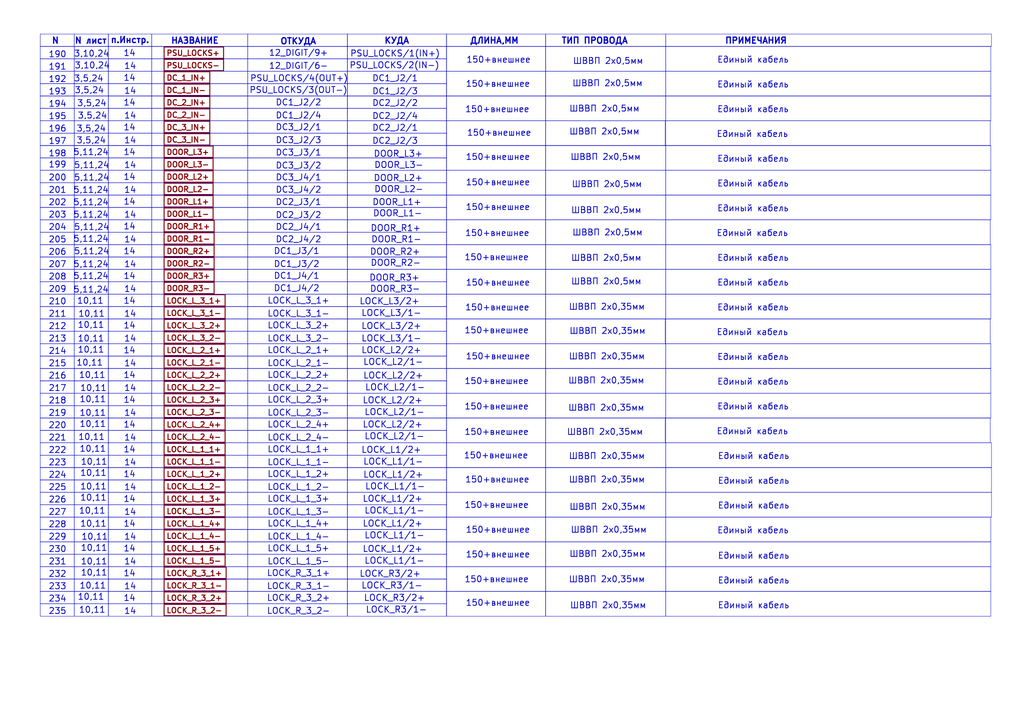
<source format=kicad_sch>
(kicad_sch
	(version 20250114)
	(generator "eeschema")
	(generator_version "9.0")
	(uuid "1b96e6e9-f4e9-430a-952c-ddf6baa81dfc")
	(paper "A3")
	(lib_symbols)
	(rectangle
		(start 183.134 222.25)
		(end 223.774 232.41)
		(stroke
			(width 0)
			(type default)
		)
		(fill
			(type none)
		)
		(uuid 00c96bbd-88e5-44e1-81d7-13ddc4944c55)
	)
	(rectangle
		(start 101.6 85.09)
		(end 142.494 90.17)
		(stroke
			(width 0)
			(type default)
		)
		(fill
			(type none)
		)
		(uuid 0106e163-18ab-48ea-93d2-a810c0998036)
	)
	(rectangle
		(start 30.48 201.93)
		(end 44.45 207.01)
		(stroke
			(width 0)
			(type default)
		)
		(fill
			(type none)
		)
		(uuid 0128a4b5-3f9c-483b-b0ce-884c5d01b5d2)
	)
	(rectangle
		(start 101.6 115.57)
		(end 142.494 120.65)
		(stroke
			(width 0)
			(type default)
		)
		(fill
			(type none)
		)
		(uuid 01331e6c-7635-4a9e-9dfc-fac3fe810dbc)
	)
	(rectangle
		(start 16.51 34.29)
		(end 30.48 39.37)
		(stroke
			(width 0)
			(type default)
		)
		(fill
			(type none)
		)
		(uuid 02159b78-26d8-4e86-836c-b39c21aafd00)
	)
	(rectangle
		(start 272.796 171.45)
		(end 406.146 181.61)
		(stroke
			(width 0)
			(type default)
		)
		(fill
			(type none)
		)
		(uuid 022467ef-1e26-49fa-b8fa-dfa36df297aa)
	)
	(rectangle
		(start 223.774 29.21)
		(end 273.05 39.37)
		(stroke
			(width 0)
			(type default)
		)
		(fill
			(type none)
		)
		(uuid 02746580-05c4-445e-b639-f75591b69673)
	)
	(rectangle
		(start 30.48 24.13)
		(end 44.45 29.21)
		(stroke
			(width 0)
			(type default)
		)
		(fill
			(type none)
		)
		(uuid 039d082a-53f4-4a84-ad8f-d9cd8da007a7)
	)
	(rectangle
		(start 44.45 237.49)
		(end 62.23 242.57)
		(stroke
			(width 0)
			(type default)
		)
		(fill
			(type none)
		)
		(uuid 03febfe7-2007-4623-8e70-c6bd181ff954)
	)
	(rectangle
		(start 183.134 191.77)
		(end 223.774 201.93)
		(stroke
			(width 0)
			(type default)
		)
		(fill
			(type none)
		)
		(uuid 0409e05a-ba8b-49fa-92e2-6baf1d03e2ba)
	)
	(rectangle
		(start 101.6 44.45)
		(end 142.494 49.53)
		(stroke
			(width 0)
			(type default)
		)
		(fill
			(type none)
		)
		(uuid 04eeff62-72a2-4d8d-92e3-29d996eb2239)
	)
	(rectangle
		(start 62.23 186.69)
		(end 101.6 191.77)
		(stroke
			(width 0)
			(type default)
		)
		(fill
			(type none)
		)
		(uuid 054ad6b5-b084-4d54-a5f9-64cc5d41b6e5)
	)
	(rectangle
		(start 142.494 196.85)
		(end 183.134 201.93)
		(stroke
			(width 0)
			(type default)
		)
		(fill
			(type none)
		)
		(uuid 06d2b6fe-33d3-4ea9-979c-ecf0f260a602)
	)
	(rectangle
		(start 44.45 217.17)
		(end 62.23 222.25)
		(stroke
			(width 0)
			(type default)
		)
		(fill
			(type none)
		)
		(uuid 06e5b786-2d65-41ef-8398-c5f89e64d50c)
	)
	(rectangle
		(start 44.45 95.25)
		(end 62.23 100.33)
		(stroke
			(width 0)
			(type default)
		)
		(fill
			(type none)
		)
		(uuid 06f6bb03-954e-43d2-9501-6f93395e782a)
	)
	(rectangle
		(start 101.6 191.77)
		(end 142.494 196.85)
		(stroke
			(width 0)
			(type default)
		)
		(fill
			(type none)
		)
		(uuid 08d17774-98ea-48d3-ad41-c2c60ab4ff58)
	)
	(rectangle
		(start 44.45 74.93)
		(end 62.23 80.01)
		(stroke
			(width 0)
			(type default)
		)
		(fill
			(type none)
		)
		(uuid 0972f966-db0b-411a-b195-5fee15e8ed64)
	)
	(rectangle
		(start 16.51 85.09)
		(end 30.48 90.17)
		(stroke
			(width 0)
			(type default)
		)
		(fill
			(type none)
		)
		(uuid 0b1f7605-fdf2-46c9-8e92-d0af6c7f5d4d)
	)
	(rectangle
		(start 30.48 135.89)
		(end 44.45 140.97)
		(stroke
			(width 0)
			(type default)
		)
		(fill
			(type none)
		)
		(uuid 0be2e5ad-df4b-46c0-bea0-3204729bf6d4)
	)
	(rectangle
		(start 183.134 19.05)
		(end 223.774 29.21)
		(stroke
			(width 0)
			(type default)
		)
		(fill
			(type none)
		)
		(uuid 0c3a5529-4519-4821-b270-606c89042104)
	)
	(rectangle
		(start 30.48 34.29)
		(end 44.45 39.37)
		(stroke
			(width 0)
			(type default)
		)
		(fill
			(type none)
		)
		(uuid 0cd69396-df98-47f0-a225-43a77dcbf551)
	)
	(rectangle
		(start 273.05 222.25)
		(end 406.4 232.41)
		(stroke
			(width 0)
			(type default)
		)
		(fill
			(type none)
		)
		(uuid 0dc98b52-ec45-4644-8664-e308135910d4)
	)
	(rectangle
		(start 30.48 85.09)
		(end 44.45 90.17)
		(stroke
			(width 0)
			(type default)
		)
		(fill
			(type none)
		)
		(uuid 0eb730f7-c5e8-4f21-b5fb-1839f074d443)
	)
	(rectangle
		(start 273.05 29.21)
		(end 406.4 39.37)
		(stroke
			(width 0)
			(type default)
		)
		(fill
			(type none)
		)
		(uuid 0f2bee4f-bb3f-4e2a-be51-9bc6bad9baf7)
	)
	(rectangle
		(start 142.494 146.05)
		(end 183.134 151.13)
		(stroke
			(width 0)
			(type default)
		)
		(fill
			(type none)
		)
		(uuid 103c8997-e188-479f-b4fb-264c398b3f43)
	)
	(rectangle
		(start 16.51 135.89)
		(end 30.48 140.97)
		(stroke
			(width 0)
			(type default)
		)
		(fill
			(type none)
		)
		(uuid 10de51c2-7dfb-4e7a-8b42-5467d8dc7ac8)
	)
	(rectangle
		(start 16.51 247.65)
		(end 30.48 252.73)
		(stroke
			(width 0)
			(type default)
		)
		(fill
			(type none)
		)
		(uuid 116661ce-383c-4ddc-8589-0a0d3b771578)
	)
	(rectangle
		(start 101.6 29.21)
		(end 142.494 34.29)
		(stroke
			(width 0)
			(type default)
		)
		(fill
			(type none)
		)
		(uuid 1206410e-78f7-4e7a-91a1-bc9bf4bc10cf)
	)
	(rectangle
		(start 30.48 171.45)
		(end 44.45 176.53)
		(stroke
			(width 0)
			(type default)
		)
		(fill
			(type none)
		)
		(uuid 120f3a38-cac7-4efd-a6d0-58d77c84ef83)
	)
	(rectangle
		(start 44.45 85.09)
		(end 62.23 90.17)
		(stroke
			(width 0)
			(type default)
		)
		(fill
			(type none)
		)
		(uuid 13b525ea-a0eb-4b27-9214-9d5ee0b3a0a2)
	)
	(rectangle
		(start 101.6 186.69)
		(end 142.494 191.77)
		(stroke
			(width 0)
			(type default)
		)
		(fill
			(type none)
		)
		(uuid 14777c09-0090-4959-bced-a822f4f80c54)
	)
	(rectangle
		(start 101.6 59.69)
		(end 142.494 64.77)
		(stroke
			(width 0)
			(type default)
		)
		(fill
			(type none)
		)
		(uuid 15aca560-8a41-4dc5-9e27-c4eac61008db)
	)
	(rectangle
		(start 16.51 207.01)
		(end 30.48 212.09)
		(stroke
			(width 0)
			(type default)
		)
		(fill
			(type none)
		)
		(uuid 15d98d43-2018-4407-8c02-6e401e5de4a8)
	)
	(rectangle
		(start 44.45 24.13)
		(end 62.23 29.21)
		(stroke
			(width 0)
			(type default)
		)
		(fill
			(type none)
		)
		(uuid 17325122-1b9c-4e3f-b2f5-0181cfda4639)
	)
	(rectangle
		(start 62.23 39.37)
		(end 101.6 44.45)
		(stroke
			(width 0)
			(type default)
		)
		(fill
			(type none)
		)
		(uuid 17e7ad80-c5e4-4648-9adf-4bef1bb05113)
	)
	(rectangle
		(start 30.48 95.25)
		(end 44.45 100.33)
		(stroke
			(width 0)
			(type default)
		)
		(fill
			(type none)
		)
		(uuid 196b05da-eb6b-40f0-a17a-0b23a02b1edd)
	)
	(rectangle
		(start 30.48 64.77)
		(end 44.45 69.85)
		(stroke
			(width 0)
			(type default)
		)
		(fill
			(type none)
		)
		(uuid 196df499-2899-4bee-a5e9-9d2ec60af934)
	)
	(rectangle
		(start 16.51 237.49)
		(end 30.48 242.57)
		(stroke
			(width 0)
			(type default)
		)
		(fill
			(type none)
		)
		(uuid 1b32ded9-c7a6-4ef1-81e9-0a79883df902)
	)
	(rectangle
		(start 30.48 59.69)
		(end 44.45 64.77)
		(stroke
			(width 0)
			(type default)
		)
		(fill
			(type none)
		)
		(uuid 1b7f3080-fc30-43e8-8664-b05a14c37e5e)
	)
	(rectangle
		(start 62.23 19.05)
		(end 101.6 24.13)
		(stroke
			(width 0)
			(type default)
		)
		(fill
			(type none)
		)
		(uuid 1ba6f8a1-40b6-4715-94eb-3113339694b9)
	)
	(rectangle
		(start 101.6 207.01)
		(end 142.494 212.09)
		(stroke
			(width 0)
			(type default)
		)
		(fill
			(type none)
		)
		(uuid 1e4a5f9e-be72-40ad-913f-95957c874500)
	)
	(rectangle
		(start 30.48 110.49)
		(end 44.45 115.57)
		(stroke
			(width 0)
			(type default)
		)
		(fill
			(type none)
		)
		(uuid 1fcd5cb7-778f-4363-bb4f-5035ec3e0971)
	)
	(rectangle
		(start 62.23 115.57)
		(end 101.6 120.65)
		(stroke
			(width 0)
			(type default)
		)
		(fill
			(type none)
		)
		(uuid 20166de4-754d-4fae-92e0-6aa9ff75a1a9)
	)
	(rectangle
		(start 183.134 201.93)
		(end 223.774 212.09)
		(stroke
			(width 0)
			(type default)
		)
		(fill
			(type none)
		)
		(uuid 21402470-6e99-4fe9-b80b-cdd442fe91d5)
	)
	(rectangle
		(start 101.6 217.17)
		(end 142.494 222.25)
		(stroke
			(width 0)
			(type default)
		)
		(fill
			(type none)
		)
		(uuid 217acd2e-1f2e-49c8-ab1f-7cce51d2f656)
	)
	(rectangle
		(start 30.48 146.05)
		(end 44.45 151.13)
		(stroke
			(width 0)
			(type default)
		)
		(fill
			(type none)
		)
		(uuid 23041925-bb42-4896-843a-e24b187c33d7)
	)
	(rectangle
		(start 101.6 212.09)
		(end 142.494 217.17)
		(stroke
			(width 0)
			(type default)
		)
		(fill
			(type none)
		)
		(uuid 23703d34-03ca-4df0-b948-9c0eb9f818c3)
	)
	(rectangle
		(start 183.134 171.45)
		(end 223.774 181.61)
		(stroke
			(width 0)
			(type default)
		)
		(fill
			(type none)
		)
		(uuid 23cacfdb-ab9f-4cb3-8ba9-77685396b428)
	)
	(rectangle
		(start 30.48 19.05)
		(end 44.45 24.13)
		(stroke
			(width 0)
			(type default)
		)
		(fill
			(type none)
		)
		(uuid 241968b7-6e73-4e90-aab8-1a860ab56eba)
	)
	(rectangle
		(start 44.45 34.29)
		(end 62.23 39.37)
		(stroke
			(width 0)
			(type default)
		)
		(fill
			(type none)
		)
		(uuid 2569216d-7249-4ccb-a47b-2cd4967a05c4)
	)
	(rectangle
		(start 44.45 19.05)
		(end 62.23 24.13)
		(stroke
			(width 0)
			(type default)
		)
		(fill
			(type none)
		)
		(uuid 26b8448d-ec46-4382-ad8c-fd93f6e0ec5c)
	)
	(rectangle
		(start 183.134 140.97)
		(end 223.774 151.13)
		(stroke
			(width 0)
			(type default)
		)
		(fill
			(type none)
		)
		(uuid 26cc70dc-703a-488a-9849-1f7d5b03a05d)
	)
	(rectangle
		(start 16.51 130.81)
		(end 30.48 135.89)
		(stroke
			(width 0)
			(type default)
		)
		(fill
			(type none)
		)
		(uuid 26f477e3-221b-4e02-87d4-ba22b604efa9)
	)
	(rectangle
		(start 30.48 105.41)
		(end 44.45 110.49)
		(stroke
			(width 0)
			(type default)
		)
		(fill
			(type none)
		)
		(uuid 29049fd7-7159-41c2-b73f-8899b9e61d7a)
	)
	(rectangle
		(start 62.23 130.81)
		(end 101.6 135.89)
		(stroke
			(width 0)
			(type default)
		)
		(fill
			(type none)
		)
		(uuid 2acd93af-24e7-4011-914c-b11c0b0339f3)
	)
	(rectangle
		(start 62.23 64.77)
		(end 101.6 69.85)
		(stroke
			(width 0)
			(type default)
		)
		(fill
			(type none)
		)
		(uuid 2ad9a0aa-d253-4613-9abe-197b1ff7fc28)
	)
	(rectangle
		(start 16.51 196.85)
		(end 30.48 201.93)
		(stroke
			(width 0)
			(type default)
		)
		(fill
			(type none)
		)
		(uuid 2afa14fe-69b1-43e9-b7c3-75bb2091410f)
	)
	(rectangle
		(start 183.134 181.61)
		(end 223.774 191.77)
		(stroke
			(width 0)
			(type default)
		)
		(fill
			(type none)
		)
		(uuid 2be22e0a-71cd-42a6-89e0-d360d457d422)
	)
	(rectangle
		(start 101.6 95.25)
		(end 142.494 100.33)
		(stroke
			(width 0)
			(type default)
		)
		(fill
			(type none)
		)
		(uuid 2c2fb0fc-f45c-4a05-a896-7b178d5ca3e7)
	)
	(rectangle
		(start 62.23 156.21)
		(end 101.6 161.29)
		(stroke
			(width 0)
			(type default)
		)
		(fill
			(type none)
		)
		(uuid 2c36666c-e472-4cb7-b028-b1e9fc31c2c7)
	)
	(rectangle
		(start 101.6 74.93)
		(end 142.494 80.01)
		(stroke
			(width 0)
			(type default)
		)
		(fill
			(type none)
		)
		(uuid 2c8a0eba-2998-4774-b718-2652c6393d54)
	)
	(rectangle
		(start 16.51 156.21)
		(end 30.48 161.29)
		(stroke
			(width 0)
			(type default)
		)
		(fill
			(type none)
		)
		(uuid 2d594c7c-3cc7-414f-9475-d960dbb8dc39)
	)
	(rectangle
		(start 30.48 29.21)
		(end 44.45 34.29)
		(stroke
			(width 0)
			(type default)
		)
		(fill
			(type none)
		)
		(uuid 2d7cb634-a271-4338-8525-98e2f467a90d)
	)
	(rectangle
		(start 101.6 247.65)
		(end 142.494 252.73)
		(stroke
			(width 0)
			(type default)
		)
		(fill
			(type none)
		)
		(uuid 2e82d76e-6588-4f4d-8fad-9be01af59ec7)
	)
	(rectangle
		(start 183.134 151.13)
		(end 223.774 161.29)
		(stroke
			(width 0)
			(type default)
		)
		(fill
			(type none)
		)
		(uuid 2ef7d609-6631-408a-b408-015ea68b225c)
	)
	(rectangle
		(start 62.23 105.41)
		(end 101.6 110.49)
		(stroke
			(width 0)
			(type default)
		)
		(fill
			(type none)
		)
		(uuid 2f18f594-443e-4048-9592-c8f1be159cea)
	)
	(rectangle
		(start 16.51 227.33)
		(end 30.48 232.41)
		(stroke
			(width 0)
			(type default)
		)
		(fill
			(type none)
		)
		(uuid 2f632b8b-6192-4c54-a36b-ec77e4c49ea9)
	)
	(rectangle
		(start 273.05 120.65)
		(end 406.4 130.81)
		(stroke
			(width 0)
			(type default)
		)
		(fill
			(type none)
		)
		(uuid 2f6b815c-2e50-4eb3-a8e2-4851bfbe6b89)
	)
	(rectangle
		(start 101.6 166.37)
		(end 142.494 171.45)
		(stroke
			(width 0)
			(type default)
		)
		(fill
			(type none)
		)
		(uuid 2f8509c0-8071-4e7c-8d99-8e918ca8fc63)
	)
	(rectangle
		(start 142.494 156.21)
		(end 183.134 161.29)
		(stroke
			(width 0)
			(type default)
		)
		(fill
			(type none)
		)
		(uuid 30e95730-efe3-4655-a7ba-d9ed8a49a985)
	)
	(rectangle
		(start 142.494 115.57)
		(end 183.134 120.65)
		(stroke
			(width 0)
			(type default)
		)
		(fill
			(type none)
		)
		(uuid 31f3d6f8-74f9-4b4b-b807-d818e51a5859)
	)
	(rectangle
		(start 44.45 242.57)
		(end 62.23 247.65)
		(stroke
			(width 0)
			(type default)
		)
		(fill
			(type none)
		)
		(uuid 322a1be1-3940-42f7-84b5-d8ada2514f5e)
	)
	(rectangle
		(start 16.51 212.09)
		(end 30.48 217.17)
		(stroke
			(width 0)
			(type default)
		)
		(fill
			(type none)
		)
		(uuid 3269a8ed-5b93-4ddd-b3cb-6559a72e0170)
	)
	(rectangle
		(start 62.23 161.29)
		(end 101.6 166.37)
		(stroke
			(width 0)
			(type default)
		)
		(fill
			(type none)
		)
		(uuid 32bb415a-8829-4119-8085-d5c69a1d2bd9)
	)
	(rectangle
		(start 62.23 85.09)
		(end 101.6 90.17)
		(stroke
			(width 0)
			(type default)
		)
		(fill
			(type none)
		)
		(uuid 32e44293-24ed-49a8-b406-70e661d1ff67)
	)
	(rectangle
		(start 142.494 54.61)
		(end 183.134 59.69)
		(stroke
			(width 0)
			(type default)
		)
		(fill
			(type none)
		)
		(uuid 3316c1c1-f768-4085-b2a8-8419999c0402)
	)
	(rectangle
		(start 142.494 186.69)
		(end 183.134 191.77)
		(stroke
			(width 0)
			(type default)
		)
		(fill
			(type none)
		)
		(uuid 35e51db4-cd26-4283-8df8-785ce9219698)
	)
	(rectangle
		(start 183.134 29.21)
		(end 223.774 39.37)
		(stroke
			(width 0)
			(type default)
		)
		(fill
			(type none)
		)
		(uuid 3613823b-4da9-420b-b30d-c7e6fcbb3004)
	)
	(rectangle
		(start 44.45 80.01)
		(end 62.23 85.09)
		(stroke
			(width 0)
			(type default)
		)
		(fill
			(type none)
		)
		(uuid 367fa95d-41fb-4f05-89be-9aa98a198865)
	)
	(rectangle
		(start 62.23 176.53)
		(end 101.6 181.61)
		(stroke
			(width 0)
			(type default)
		)
		(fill
			(type none)
		)
		(uuid 38006d58-26ec-4f88-87b2-15485488d0f2)
	)
	(rectangle
		(start 62.23 125.73)
		(end 101.6 130.81)
		(stroke
			(width 0)
			(type default)
		)
		(fill
			(type none)
		)
		(uuid 3873d922-d41c-43e1-8ce8-7aff488ab0a7)
	)
	(rectangle
		(start 62.23 196.85)
		(end 101.6 201.93)
		(stroke
			(width 0)
			(type default)
		)
		(fill
			(type none)
		)
		(uuid 3b0c526c-a6b6-42da-b556-acd08c529823)
	)
	(rectangle
		(start 142.494 24.13)
		(end 183.134 29.21)
		(stroke
			(width 0)
			(type default)
		)
		(fill
			(type none)
		)
		(uuid 3d01cc1f-1dc6-426e-b736-f06957030791)
	)
	(rectangle
		(start 142.494 29.21)
		(end 183.134 34.29)
		(stroke
			(width 0)
			(type default)
		)
		(fill
			(type none)
		)
		(uuid 3d6ce368-86e4-45df-afe7-a7d14fc5e28c)
	)
	(rectangle
		(start 142.494 34.29)
		(end 183.134 39.37)
		(stroke
			(width 0)
			(type default)
		)
		(fill
			(type none)
		)
		(uuid 3e9518a6-342d-4a8e-8c89-7c76eac208c6)
	)
	(rectangle
		(start 16.51 105.41)
		(end 30.48 110.49)
		(stroke
			(width 0)
			(type default)
		)
		(fill
			(type none)
		)
		(uuid 3f9a76c8-d069-4ad5-82dd-1a44c284fc2e)
	)
	(rectangle
		(start 44.45 156.21)
		(end 62.23 161.29)
		(stroke
			(width 0)
			(type default)
		)
		(fill
			(type none)
		)
		(uuid 3fae5ce0-7163-4e14-8c37-01cd02adfda4)
	)
	(rectangle
		(start 101.6 80.01)
		(end 142.494 85.09)
		(stroke
			(width 0)
			(type default)
		)
		(fill
			(type none)
		)
		(uuid 3fd2ee9a-0338-4653-9fad-044dd3a54113)
	)
	(rectangle
		(start 142.494 105.41)
		(end 183.134 110.49)
		(stroke
			(width 0)
			(type default)
		)
		(fill
			(type none)
		)
		(uuid 3fe57cf4-4b35-4a39-b7f1-e2ccaa05c655)
	)
	(rectangle
		(start 44.45 54.61)
		(end 62.23 59.69)
		(stroke
			(width 0)
			(type default)
		)
		(fill
			(type none)
		)
		(uuid 400ff839-5786-4445-9b36-6355a11f1c1e)
	)
	(rectangle
		(start 16.51 24.13)
		(end 30.48 29.21)
		(stroke
			(width 0)
			(type default)
		)
		(fill
			(type none)
		)
		(uuid 40e5e021-4f1c-45d1-b440-b54f5f25454d)
	)
	(rectangle
		(start 142.494 13.97)
		(end 183.134 19.05)
		(stroke
			(width 0)
			(type default)
		)
		(fill
			(type none)
		)
		(uuid 415f2cf2-f622-40d1-ad4f-e16ccbd5401e)
	)
	(rectangle
		(start 183.134 161.29)
		(end 223.774 171.45)
		(stroke
			(width 0)
			(type default)
		)
		(fill
			(type none)
		)
		(uuid 42580275-cc1a-44e7-a6b0-e98581731f89)
	)
	(rectangle
		(start 62.23 237.49)
		(end 101.6 242.57)
		(stroke
			(width 0)
			(type default)
		)
		(fill
			(type none)
		)
		(uuid 427f3e5d-1f17-48f1-9816-3ef01d86fe44)
	)
	(rectangle
		(start 16.51 95.25)
		(end 30.48 100.33)
		(stroke
			(width 0)
			(type default)
		)
		(fill
			(type none)
		)
		(uuid 428a95e0-f770-4675-bebf-7cd555a3041b)
	)
	(rectangle
		(start 16.51 151.13)
		(end 30.48 156.21)
		(stroke
			(width 0)
			(type default)
		)
		(fill
			(type none)
		)
		(uuid 438e1b5e-791a-4ce2-a22e-516a1eb375c2)
	)
	(rectangle
		(start 273.05 13.97)
		(end 406.654 19.05)
		(stroke
			(width 0)
			(type default)
		)
		(fill
			(type none)
		)
		(uuid 44e41f06-3109-4a26-81ed-31b7fcae8806)
	)
	(rectangle
		(start 183.134 120.65)
		(end 223.774 130.81)
		(stroke
			(width 0)
			(type default)
		)
		(fill
			(type none)
		)
		(uuid 4821f6ac-5b1a-4ea3-8afb-d56bf934fe49)
	)
	(rectangle
		(start 142.494 176.53)
		(end 183.134 181.61)
		(stroke
			(width 0)
			(type default)
		)
		(fill
			(type none)
		)
		(uuid 48e1a32d-2207-4baf-b74e-85cacd9ffc87)
	)
	(rectangle
		(start 62.23 90.17)
		(end 101.6 95.25)
		(stroke
			(width 0)
			(type default)
		)
		(fill
			(type none)
		)
		(uuid 492ef4d7-c86a-42ab-a6c0-98e45be4a656)
	)
	(rectangle
		(start 62.23 34.29)
		(end 101.6 39.37)
		(stroke
			(width 0)
			(type default)
		)
		(fill
			(type none)
		)
		(uuid 4b134168-6de3-461d-861c-18a7586ecc90)
	)
	(rectangle
		(start 30.48 237.49)
		(end 44.45 242.57)
		(stroke
			(width 0)
			(type default)
		)
		(fill
			(type none)
		)
		(uuid 4cc8928b-82cf-43b7-b51f-3cdfef9d5be7)
	)
	(rectangle
		(start 142.494 217.17)
		(end 183.134 222.25)
		(stroke
			(width 0)
			(type default)
		)
		(fill
			(type none)
		)
		(uuid 4d27d1f2-59e7-4dd5-a995-be8a766ee966)
	)
	(rectangle
		(start 101.6 90.17)
		(end 142.494 95.25)
		(stroke
			(width 0)
			(type default)
		)
		(fill
			(type none)
		)
		(uuid 4d3a70a4-0e48-4a5b-be5e-a4bb739a13b9)
	)
	(rectangle
		(start 16.51 110.49)
		(end 30.48 115.57)
		(stroke
			(width 0)
			(type default)
		)
		(fill
			(type none)
		)
		(uuid 4d8b5789-ce45-4788-9d4a-82f11119c62c)
	)
	(rectangle
		(start 223.774 140.97)
		(end 273.05 151.13)
		(stroke
			(width 0)
			(type default)
		)
		(fill
			(type none)
		)
		(uuid 4ed472a0-d85c-463c-937b-d65e1bd71340)
	)
	(rectangle
		(start 223.774 39.37)
		(end 273.05 49.53)
		(stroke
			(width 0)
			(type default)
		)
		(fill
			(type none)
		)
		(uuid 4f3d2d91-a6ac-4756-b9be-68e54994898b)
	)
	(rectangle
		(start 44.45 186.69)
		(end 62.23 191.77)
		(stroke
			(width 0)
			(type default)
		)
		(fill
			(type none)
		)
		(uuid 4f4710b9-27c8-455f-9503-dfc3d50ffd1d)
	)
	(rectangle
		(start 223.774 212.09)
		(end 273.05 222.25)
		(stroke
			(width 0)
			(type default)
		)
		(fill
			(type none)
		)
		(uuid 4f8cd517-59a3-4ee0-912a-3b326ca5e1cd)
	)
	(rectangle
		(start 62.23 146.05)
		(end 101.6 151.13)
		(stroke
			(width 0)
			(type default)
		)
		(fill
			(type none)
		)
		(uuid 4fb032c9-099c-4c38-9e8a-4f02b85d35dc)
	)
	(rectangle
		(start 273.05 80.01)
		(end 406.4 90.17)
		(stroke
			(width 0)
			(type default)
		)
		(fill
			(type none)
		)
		(uuid 50ce9a7e-7a88-43c0-9a5f-09af6a48fe5a)
	)
	(rectangle
		(start 142.494 100.33)
		(end 183.134 105.41)
		(stroke
			(width 0)
			(type default)
		)
		(fill
			(type none)
		)
		(uuid 5205406c-1776-47fe-83ee-262d4f695cc9)
	)
	(rectangle
		(start 101.6 161.29)
		(end 142.494 166.37)
		(stroke
			(width 0)
			(type default)
		)
		(fill
			(type none)
		)
		(uuid 52fe6d66-7170-45cd-9092-c2d0b316efc4)
	)
	(rectangle
		(start 101.6 110.49)
		(end 142.494 115.57)
		(stroke
			(width 0)
			(type default)
		)
		(fill
			(type none)
		)
		(uuid 538a24e5-c716-4050-8d65-ac48add218b2)
	)
	(rectangle
		(start 30.48 115.57)
		(end 44.45 120.65)
		(stroke
			(width 0)
			(type default)
		)
		(fill
			(type none)
		)
		(uuid 5478abdb-097d-4ab9-a644-ad83b8561857)
	)
	(rectangle
		(start 16.51 59.69)
		(end 30.48 64.77)
		(stroke
			(width 0)
			(type default)
		)
		(fill
			(type none)
		)
		(uuid 54a1eb0c-849e-45d2-bc4f-02fafd673e0d)
	)
	(rectangle
		(start 16.51 242.57)
		(end 30.48 247.65)
		(stroke
			(width 0)
			(type default)
		)
		(fill
			(type none)
		)
		(uuid 5682388a-d415-4088-bff8-06a9083a362d)
	)
	(rectangle
		(start 142.494 227.33)
		(end 183.134 232.41)
		(stroke
			(width 0)
			(type default)
		)
		(fill
			(type none)
		)
		(uuid 58137e36-78f3-45de-982e-e407a908b280)
	)
	(rectangle
		(start 62.23 29.21)
		(end 101.6 34.29)
		(stroke
			(width 0)
			(type default)
		)
		(fill
			(type none)
		)
		(uuid 5911f983-6289-4450-a7f0-01a7d65d2ecf)
	)
	(rectangle
		(start 16.51 201.93)
		(end 30.48 207.01)
		(stroke
			(width 0)
			(type default)
		)
		(fill
			(type none)
		)
		(uuid 596fbb68-34cc-491d-b8f5-608c2a18590f)
	)
	(rectangle
		(start 44.45 64.77)
		(end 62.23 69.85)
		(stroke
			(width 0)
			(type default)
		)
		(fill
			(type none)
		)
		(uuid 5999ab78-436c-47d7-b735-12460bed4304)
	)
	(rectangle
		(start 30.48 181.61)
		(end 44.45 186.69)
		(stroke
			(width 0)
			(type default)
		)
		(fill
			(type none)
		)
		(uuid 5e107737-0e62-430a-bd7e-840b7565c360)
	)
	(rectangle
		(start 62.23 44.45)
		(end 101.6 49.53)
		(stroke
			(width 0)
			(type default)
		)
		(fill
			(type none)
		)
		(uuid 5ede7192-1282-4abd-a997-3297c2846cff)
	)
	(rectangle
		(start 16.51 140.97)
		(end 30.48 146.05)
		(stroke
			(width 0)
			(type default)
		)
		(fill
			(type none)
		)
		(uuid 5f1b3b43-250a-46fd-8cbd-c55d31d7e51c)
	)
	(rectangle
		(start 16.51 176.53)
		(end 30.48 181.61)
		(stroke
			(width 0)
			(type default)
		)
		(fill
			(type none)
		)
		(uuid 5f63f585-10c6-440b-8aba-a84da06b11f5)
	)
	(rectangle
		(start 30.48 140.97)
		(end 44.45 146.05)
		(stroke
			(width 0)
			(type default)
		)
		(fill
			(type none)
		)
		(uuid 5f7a1bef-22d5-47de-b2a3-b6f46918a996)
	)
	(rectangle
		(start 273.05 140.97)
		(end 406.4 151.13)
		(stroke
			(width 0)
			(type default)
		)
		(fill
			(type none)
		)
		(uuid 5fe6c729-b565-4bd2-a8ab-1e88107e5e8f)
	)
	(rectangle
		(start 101.6 135.89)
		(end 142.494 140.97)
		(stroke
			(width 0)
			(type default)
		)
		(fill
			(type none)
		)
		(uuid 604efa4a-76d4-497b-af73-f327a56ebfea)
	)
	(rectangle
		(start 44.45 115.57)
		(end 62.23 120.65)
		(stroke
			(width 0)
			(type default)
		)
		(fill
			(type none)
		)
		(uuid 60a31270-22fc-4779-a48d-3635f92f1277)
	)
	(rectangle
		(start 183.134 100.33)
		(end 223.774 110.49)
		(stroke
			(width 0)
			(type default)
		)
		(fill
			(type none)
		)
		(uuid 60f26a41-4c4c-4c2b-a2f2-051475c645ab)
	)
	(rectangle
		(start 62.23 59.69)
		(end 101.6 64.77)
		(stroke
			(width 0)
			(type default)
		)
		(fill
			(type none)
		)
		(uuid 61a80b9a-d2e5-4105-a8fe-00ec58437169)
	)
	(rectangle
		(start 62.23 232.41)
		(end 101.6 237.49)
		(stroke
			(width 0)
			(type default)
		)
		(fill
			(type none)
		)
		(uuid 6212b882-e6f2-415c-9f19-a4f92404e6aa)
	)
	(rectangle
		(start 30.48 80.01)
		(end 44.45 85.09)
		(stroke
			(width 0)
			(type default)
		)
		(fill
			(type none)
		)
		(uuid 62bdbe32-93ee-4999-b96d-f032e8330aa8)
	)
	(rectangle
		(start 101.6 227.33)
		(end 142.494 232.41)
		(stroke
			(width 0)
			(type default)
		)
		(fill
			(type none)
		)
		(uuid 63330c43-0645-4046-8875-190e454c69f2)
	)
	(rectangle
		(start 142.494 74.93)
		(end 183.134 80.01)
		(stroke
			(width 0)
			(type default)
		)
		(fill
			(type none)
		)
		(uuid 635b90c1-8e8e-4405-a70b-d6dc357de367)
	)
	(rectangle
		(start 183.134 13.97)
		(end 223.774 19.05)
		(stroke
			(width 0)
			(type default)
		)
		(fill
			(type none)
		)
		(uuid 643ec9b6-c768-477c-8979-35ec3fe38462)
	)
	(rectangle
		(start 44.45 176.53)
		(end 62.23 181.61)
		(stroke
			(width 0)
			(type default)
		)
		(fill
			(type none)
		)
		(uuid 657c4063-a8bd-4298-85d8-beb072ceb1b7)
	)
	(rectangle
		(start 142.494 110.49)
		(end 183.134 115.57)
		(stroke
			(width 0)
			(type default)
		)
		(fill
			(type none)
		)
		(uuid 66347cf6-f21a-438b-b527-7eee296771ee)
	)
	(rectangle
		(start 142.494 207.01)
		(end 183.134 212.09)
		(stroke
			(width 0)
			(type default)
		)
		(fill
			(type none)
		)
		(uuid 66bf545f-a96b-4695-af2c-74d9870adccb)
	)
	(rectangle
		(start 223.774 59.69)
		(end 273.05 69.85)
		(stroke
			(width 0)
			(type default)
		)
		(fill
			(type none)
		)
		(uuid 679c91de-e70b-428f-a6e5-cbe621892ec4)
	)
	(rectangle
		(start 44.45 146.05)
		(end 62.23 151.13)
		(stroke
			(width 0)
			(type default)
		)
		(fill
			(type none)
		)
		(uuid 69b83ded-43f2-472c-99a4-eaa23e017ef5)
	)
	(rectangle
		(start 142.494 64.77)
		(end 183.134 69.85)
		(stroke
			(width 0)
			(type default)
		)
		(fill
			(type none)
		)
		(uuid 6a8827ba-5ce7-4871-9531-0b1690694f40)
	)
	(rectangle
		(start 30.48 13.97)
		(end 44.45 19.05)
		(stroke
			(width 0)
			(type default)
		)
		(fill
			(type none)
		)
		(uuid 6c157532-4c3c-43f9-af0c-9a68f18c37f6)
	)
	(rectangle
		(start 44.45 69.85)
		(end 62.23 74.93)
		(stroke
			(width 0)
			(type default)
		)
		(fill
			(type none)
		)
		(uuid 6c785f3f-24ae-4bf3-821a-e38e10b2b609)
	)
	(rectangle
		(start 273.05 201.93)
		(end 406.654 212.09)
		(stroke
			(width 0)
			(type default)
		)
		(fill
			(type none)
		)
		(uuid 6cc2f5a3-6b03-4f7f-b39e-7913dac5cee3)
	)
	(rectangle
		(start 142.494 151.13)
		(end 183.134 156.21)
		(stroke
			(width 0)
			(type default)
		)
		(fill
			(type none)
		)
		(uuid 6eb91791-2ebd-4460-b765-8cc7a8bf9dfc)
	)
	(rectangle
		(start 223.774 13.97)
		(end 273.05 19.05)
		(stroke
			(width 0)
			(type default)
		)
		(fill
			(type none)
		)
		(uuid 6f21e0e8-a2f0-4324-b8f4-9097712b1d8f)
	)
	(rectangle
		(start 44.45 140.97)
		(end 62.23 146.05)
		(stroke
			(width 0)
			(type default)
		)
		(fill
			(type none)
		)
		(uuid 7027e7d4-b0e5-4c3a-82c0-100cf569067f)
	)
	(rectangle
		(start 101.6 105.41)
		(end 142.494 110.49)
		(stroke
			(width 0)
			(type default)
		)
		(fill
			(type none)
		)
		(uuid 70487f43-db5b-4371-b6b8-74f5fe493c5b)
	)
	(rectangle
		(start 101.6 151.13)
		(end 142.494 156.21)
		(stroke
			(width 0)
			(type default)
		)
		(fill
			(type none)
		)
		(uuid 720898a6-0b83-45c6-8238-e987fdf00267)
	)
	(rectangle
		(start 101.6 201.93)
		(end 142.494 207.01)
		(stroke
			(width 0)
			(type default)
		)
		(fill
			(type none)
		)
		(uuid 721882c2-b6b2-4b65-8617-f929914f4091)
	)
	(rectangle
		(start 16.51 191.77)
		(end 30.48 196.85)
		(stroke
			(width 0)
			(type default)
		)
		(fill
			(type none)
		)
		(uuid 72a40fed-a6ce-45eb-a745-a57b1c8d1960)
	)
	(rectangle
		(start 44.45 49.53)
		(end 62.23 54.61)
		(stroke
			(width 0)
			(type default)
		)
		(fill
			(type none)
		)
		(uuid 72e03486-3407-4a4e-9b51-55256bec4af7)
	)
	(rectangle
		(start 183.134 110.49)
		(end 223.774 120.65)
		(stroke
			(width 0)
			(type default)
		)
		(fill
			(type none)
		)
		(uuid 72e4174d-53d8-4dfb-986a-37dee68781e8)
	)
	(rectangle
		(start 272.796 130.81)
		(end 406.146 140.97)
		(stroke
			(width 0)
			(type default)
		)
		(fill
			(type none)
		)
		(uuid 7449e497-9e2d-443a-b4ea-1653e9132d03)
	)
	(rectangle
		(start 16.51 90.17)
		(end 30.48 95.25)
		(stroke
			(width 0)
			(type default)
		)
		(fill
			(type none)
		)
		(uuid 74885489-e18a-478c-abe2-9d4357a5ba0d)
	)
	(rectangle
		(start 223.774 222.25)
		(end 273.05 232.41)
		(stroke
			(width 0)
			(type default)
		)
		(fill
			(type none)
		)
		(uuid 748ebefe-2d33-4f59-af40-55c474376354)
	)
	(rectangle
		(start 44.45 247.65)
		(end 62.23 252.73)
		(stroke
			(width 0)
			(type default)
		)
		(fill
			(type none)
		)
		(uuid 74fe2994-0ebf-49ca-ae96-ccf686746110)
	)
	(rectangle
		(start 101.6 176.53)
		(end 142.494 181.61)
		(stroke
			(width 0)
			(type default)
		)
		(fill
			(type none)
		)
		(uuid 75a28b48-9f66-4f15-a4ea-befdb6d2ebe8)
	)
	(rectangle
		(start 30.48 196.85)
		(end 44.45 201.93)
		(stroke
			(width 0)
			(type default)
		)
		(fill
			(type none)
		)
		(uuid 764b223e-20b4-4f3a-bc89-441108812f8f)
	)
	(rectangle
		(start 44.45 130.81)
		(end 62.23 135.89)
		(stroke
			(width 0)
			(type default)
		)
		(fill
			(type none)
		)
		(uuid 76f7df49-79b5-4189-a3e7-8f8946e08c3a)
	)
	(rectangle
		(start 142.494 39.37)
		(end 183.134 44.45)
		(stroke
			(width 0)
			(type default)
		)
		(fill
			(type none)
		)
		(uuid 78b726ef-192d-48d7-9b8b-a3489f5de968)
	)
	(rectangle
		(start 142.494 125.73)
		(end 183.134 130.81)
		(stroke
			(width 0)
			(type default)
		)
		(fill
			(type none)
		)
		(uuid 79183816-c59e-4774-bdd6-60fe03589bac)
	)
	(rectangle
		(start 44.45 222.25)
		(end 62.23 227.33)
		(stroke
			(width 0)
			(type default)
		)
		(fill
			(type none)
		)
		(uuid 7ad7f847-a478-4868-b924-48e9bf53c170)
	)
	(rectangle
		(start 16.51 232.41)
		(end 30.48 237.49)
		(stroke
			(width 0)
			(type default)
		)
		(fill
			(type none)
		)
		(uuid 7aea98e2-4322-43c7-b6c2-2d953455ddbd)
	)
	(rectangle
		(start 16.51 181.61)
		(end 30.48 186.69)
		(stroke
			(width 0)
			(type default)
		)
		(fill
			(type none)
		)
		(uuid 7b37999c-af62-46d4-80f0-32bb5160b9ea)
	)
	(rectangle
		(start 142.494 232.41)
		(end 183.134 237.49)
		(stroke
			(width 0)
			(type default)
		)
		(fill
			(type none)
		)
		(uuid 7bb03e4e-17b7-47fa-b6f5-cf46aba591d2)
	)
	(rectangle
		(start 142.494 80.01)
		(end 183.134 85.09)
		(stroke
			(width 0)
			(type default)
		)
		(fill
			(type none)
		)
		(uuid 7c014d5e-0722-4b8c-a06f-a584c2dafa9b)
	)
	(rectangle
		(start 16.51 13.97)
		(end 30.48 19.05)
		(stroke
			(width 0)
			(type default)
		)
		(fill
			(type none)
		)
		(uuid 7c82d795-a965-4656-9a23-9860feebc8b3)
	)
	(rectangle
		(start 101.6 19.05)
		(end 142.494 24.13)
		(stroke
			(width 0)
			(type default)
		)
		(fill
			(type none)
		)
		(uuid 7ca86044-870a-4237-903d-567b75ec49ba)
	)
	(rectangle
		(start 273.05 181.61)
		(end 406.654 191.77)
		(stroke
			(width 0)
			(type default)
		)
		(fill
			(type none)
		)
		(uuid 7dd5a66f-816d-4bb4-bcaa-789df88ea456)
	)
	(rectangle
		(start 30.48 69.85)
		(end 44.45 74.93)
		(stroke
			(width 0)
			(type default)
		)
		(fill
			(type none)
		)
		(uuid 7e422678-5847-4720-ad3a-bbfbfd69136d)
	)
	(rectangle
		(start 62.23 135.89)
		(end 101.6 140.97)
		(stroke
			(width 0)
			(type default)
		)
		(fill
			(type none)
		)
		(uuid 7e522e8d-d00b-4890-be52-decd9c487025)
	)
	(rectangle
		(start 44.45 227.33)
		(end 62.23 232.41)
		(stroke
			(width 0)
			(type default)
		)
		(fill
			(type none)
		)
		(uuid 7eab95bf-70dd-4b45-90e2-fe53c3a37809)
	)
	(rectangle
		(start 44.45 29.21)
		(end 62.23 34.29)
		(stroke
			(width 0)
			(type default)
		)
		(fill
			(type none)
		)
		(uuid 7ed0e64d-fa7d-48a2-a026-40d9b23cfd51)
	)
	(rectangle
		(start 30.48 161.29)
		(end 44.45 166.37)
		(stroke
			(width 0)
			(type default)
		)
		(fill
			(type none)
		)
		(uuid 7f1fd687-be72-41f7-ad90-02ae8dcc5974)
	)
	(rectangle
		(start 44.45 135.89)
		(end 62.23 140.97)
		(stroke
			(width 0)
			(type default)
		)
		(fill
			(type none)
		)
		(uuid 7fedd350-ccda-4a55-b090-b8a4ea08af49)
	)
	(rectangle
		(start 44.45 212.09)
		(end 62.23 217.17)
		(stroke
			(width 0)
			(type default)
		)
		(fill
			(type none)
		)
		(uuid 80457e30-9eb5-48fa-a523-882b0bd92f06)
	)
	(rectangle
		(start 62.23 151.13)
		(end 101.6 156.21)
		(stroke
			(width 0)
			(type default)
		)
		(fill
			(type none)
		)
		(uuid 80842913-c47b-4762-a6b7-2f5f977d27f1)
	)
	(rectangle
		(start 142.494 120.65)
		(end 183.134 125.73)
		(stroke
			(width 0)
			(type default)
		)
		(fill
			(type none)
		)
		(uuid 843b9344-4cca-4297-a1f3-647048822242)
	)
	(rectangle
		(start 273.05 232.41)
		(end 406.4 242.57)
		(stroke
			(width 0)
			(type default)
		)
		(fill
			(type none)
		)
		(uuid 847536fd-6496-4aa4-ba4e-bba7438ede4f)
	)
	(rectangle
		(start 142.494 69.85)
		(end 183.134 74.93)
		(stroke
			(width 0)
			(type default)
		)
		(fill
			(type none)
		)
		(uuid 849d994f-c707-4fb4-917f-87ff1a565025)
	)
	(rectangle
		(start 16.51 125.73)
		(end 30.48 130.81)
		(stroke
			(width 0)
			(type default)
		)
		(fill
			(type none)
		)
		(uuid 8523310b-1473-44ea-92c8-bdc904c13692)
	)
	(rectangle
		(start 44.45 100.33)
		(end 62.23 105.41)
		(stroke
			(width 0)
			(type default)
		)
		(fill
			(type none)
		)
		(uuid 85748e5f-c660-478b-a229-b3ce1edc98dc)
	)
	(rectangle
		(start 142.494 212.09)
		(end 183.134 217.17)
		(stroke
			(width 0)
			(type default)
		)
		(fill
			(type none)
		)
		(uuid 85ac0b57-935c-49cf-ae0a-c2833f523e0c)
	)
	(rectangle
		(start 44.45 110.49)
		(end 62.23 115.57)
		(stroke
			(width 0)
			(type default)
		)
		(fill
			(type none)
		)
		(uuid 86ee901a-359e-4a10-a7b5-fab3e53025ef)
	)
	(rectangle
		(start 142.494 135.89)
		(end 183.134 140.97)
		(stroke
			(width 0)
			(type default)
		)
		(fill
			(type none)
		)
		(uuid 8889148c-3305-430b-ac60-f03dd078a273)
	)
	(rectangle
		(start 273.05 212.09)
		(end 406.4 222.25)
		(stroke
			(width 0)
			(type default)
		)
		(fill
			(type none)
		)
		(uuid 893473f9-97c6-478c-914a-ca8f1662ca65)
	)
	(rectangle
		(start 101.6 156.21)
		(end 142.494 161.29)
		(stroke
			(width 0)
			(type default)
		)
		(fill
			(type none)
		)
		(uuid 8a08ac5a-8115-43d3-bfcd-f5a344a6f988)
	)
	(rectangle
		(start 142.494 90.17)
		(end 183.134 95.25)
		(stroke
			(width 0)
			(type default)
		)
		(fill
			(type none)
		)
		(uuid 8b1e7988-92f1-4b1d-bb54-ec49332be85f)
	)
	(rectangle
		(start 30.48 120.65)
		(end 44.45 125.73)
		(stroke
			(width 0)
			(type default)
		)
		(fill
			(type none)
		)
		(uuid 8b62a1bf-3e20-4057-83be-b5ccadb492ee)
	)
	(rectangle
		(start 16.51 64.77)
		(end 30.48 69.85)
		(stroke
			(width 0)
			(type default)
		)
		(fill
			(type none)
		)
		(uuid 8bbdf198-5166-4c0f-830a-67d34834c5f1)
	)
	(rectangle
		(start 30.48 39.37)
		(end 44.45 44.45)
		(stroke
			(width 0)
			(type default)
		)
		(fill
			(type none)
		)
		(uuid 8c1a0704-1ec3-45e6-9901-036b5414962f)
	)
	(rectangle
		(start 183.134 212.09)
		(end 223.774 222.25)
		(stroke
			(width 0)
			(type default)
		)
		(fill
			(type none)
		)
		(uuid 8c334fb9-12db-455f-a123-891893048397)
	)
	(rectangle
		(start 30.48 90.17)
		(end 44.45 95.25)
		(stroke
			(width 0)
			(type default)
		)
		(fill
			(type none)
		)
		(uuid 8c39571c-e8c4-4f7b-8adc-6d761f4b7c57)
	)
	(rectangle
		(start 101.6 237.49)
		(end 142.494 242.57)
		(stroke
			(width 0)
			(type default)
		)
		(fill
			(type none)
		)
		(uuid 8e52cf87-dfe6-420e-abff-fbad2f6333fb)
	)
	(rectangle
		(start 101.6 34.29)
		(end 142.494 39.37)
		(stroke
			(width 0)
			(type default)
		)
		(fill
			(type none)
		)
		(uuid 8f08cc5f-0217-451d-a626-bc4746741fa9)
	)
	(rectangle
		(start 101.6 232.41)
		(end 142.494 237.49)
		(stroke
			(width 0)
			(type default)
		)
		(fill
			(type none)
		)
		(uuid 8f3f6442-a534-40ed-97f8-b18e19b4f8f1)
	)
	(rectangle
		(start 62.23 166.37)
		(end 101.6 171.45)
		(stroke
			(width 0)
			(type default)
		)
		(fill
			(type none)
		)
		(uuid 8f75e996-ba58-40e7-8444-8b35b96cf6af)
	)
	(rectangle
		(start 101.6 24.13)
		(end 142.494 29.21)
		(stroke
			(width 0)
			(type default)
		)
		(fill
			(type none)
		)
		(uuid 8f7bc609-97ba-4b82-abaa-ece01ca0c0c8)
	)
	(rectangle
		(start 223.774 90.17)
		(end 273.05 100.33)
		(stroke
			(width 0)
			(type default)
		)
		(fill
			(type none)
		)
		(uuid 8fc12442-1a1e-4a70-b981-a761a0ce9a55)
	)
	(rectangle
		(start 223.774 80.01)
		(end 273.05 90.17)
		(stroke
			(width 0)
			(type default)
		)
		(fill
			(type none)
		)
		(uuid 8ff95548-92c4-4630-8d5c-f5da7a4fed7e)
	)
	(rectangle
		(start 183.134 232.41)
		(end 223.774 242.57)
		(stroke
			(width 0)
			(type default)
		)
		(fill
			(type none)
		)
		(uuid 902fe9bb-a5fe-4bcf-a4aa-577ee5aadff8)
	)
	(rectangle
		(start 142.494 19.05)
		(end 183.134 24.13)
		(stroke
			(width 0)
			(type default)
		)
		(fill
			(type none)
		)
		(uuid 9109fcbe-1c42-4f07-9704-c441222d072d)
	)
	(rectangle
		(start 62.23 242.57)
		(end 101.6 247.65)
		(stroke
			(width 0)
			(type default)
		)
		(fill
			(type none)
		)
		(uuid 9379967b-e8a6-488a-8d17-f393aac3a105)
	)
	(rectangle
		(start 101.6 120.65)
		(end 142.494 125.73)
		(stroke
			(width 0)
			(type default)
		)
		(fill
			(type none)
		)
		(uuid 94aa83f9-9477-4c15-a2de-cd0e1cb3bfc0)
	)
	(rectangle
		(start 101.6 140.97)
		(end 142.494 146.05)
		(stroke
			(width 0)
			(type default)
		)
		(fill
			(type none)
		)
		(uuid 94c51d0a-46e5-4aa5-aa6b-387a0893ab28)
	)
	(rectangle
		(start 62.23 207.01)
		(end 101.6 212.09)
		(stroke
			(width 0)
			(type default)
		)
		(fill
			(type none)
		)
		(uuid 94c80f44-1947-4276-bdb7-3a9fd024575c)
	)
	(rectangle
		(start 30.48 247.65)
		(end 44.45 252.73)
		(stroke
			(width 0)
			(type default)
		)
		(fill
			(type none)
		)
		(uuid 9559c5c4-d6b0-434f-bdc9-27370a47f01a)
	)
	(rectangle
		(start 101.6 64.77)
		(end 142.494 69.85)
		(stroke
			(width 0)
			(type default)
		)
		(fill
			(type none)
		)
		(uuid 95693807-75e8-4b9c-b6a8-3697eab1c7d4)
	)
	(rectangle
		(start 30.48 207.01)
		(end 44.45 212.09)
		(stroke
			(width 0)
			(type default)
		)
		(fill
			(type none)
		)
		(uuid 957f3f64-f35a-40c9-abb4-f961f502e0a0)
	)
	(rectangle
		(start 44.45 191.77)
		(end 62.23 196.85)
		(stroke
			(width 0)
			(type default)
		)
		(fill
			(type none)
		)
		(uuid 95d5aa73-bcd6-4a47-99d3-41d7ee2d0e8d)
	)
	(rectangle
		(start 101.6 242.57)
		(end 142.494 247.65)
		(stroke
			(width 0)
			(type default)
		)
		(fill
			(type none)
		)
		(uuid 96123ea9-3bac-4bf9-b030-7535bc852ab9)
	)
	(rectangle
		(start 223.774 19.05)
		(end 273.05 29.21)
		(stroke
			(width 0)
			(type default)
		)
		(fill
			(type none)
		)
		(uuid 96dfd709-b8d9-43c7-8012-c82da681be07)
	)
	(rectangle
		(start 142.494 59.69)
		(end 183.134 64.77)
		(stroke
			(width 0)
			(type default)
		)
		(fill
			(type none)
		)
		(uuid 9a3852fd-ee73-4967-bb9a-18d640e8d91a)
	)
	(rectangle
		(start 16.51 44.45)
		(end 30.48 49.53)
		(stroke
			(width 0)
			(type default)
		)
		(fill
			(type none)
		)
		(uuid 9a41dab0-f3ac-4552-81d8-e5ad71907890)
	)
	(rectangle
		(start 62.23 217.17)
		(end 101.6 222.25)
		(stroke
			(width 0)
			(type default)
		)
		(fill
			(type none)
		)
		(uuid 9a513b04-e0f6-419f-839c-82281d363480)
	)
	(rectangle
		(start 101.6 196.85)
		(end 142.494 201.93)
		(stroke
			(width 0)
			(type default)
		)
		(fill
			(type none)
		)
		(uuid 9abda9a3-c4b3-4c2c-bd22-a459638a4437)
	)
	(rectangle
		(start 62.23 95.25)
		(end 101.6 100.33)
		(stroke
			(width 0)
			(type default)
		)
		(fill
			(type none)
		)
		(uuid 9bde25d6-0f2f-46dd-8796-94ae0b2039a8)
	)
	(rectangle
		(start 183.134 80.01)
		(end 223.774 90.17)
		(stroke
			(width 0)
			(type default)
		)
		(fill
			(type none)
		)
		(uuid 9be697fd-c807-4a03-b0ef-dc5e64024528)
	)
	(rectangle
		(start 101.6 69.85)
		(end 142.494 74.93)
		(stroke
			(width 0)
			(type default)
		)
		(fill
			(type none)
		)
		(uuid 9c8bce8a-efc8-4dff-82f8-fe0a554b0f2c)
	)
	(rectangle
		(start 44.45 13.97)
		(end 62.23 19.05)
		(stroke
			(width 0)
			(type default)
		)
		(fill
			(type none)
		)
		(uuid 9ce76354-7854-40c2-90d9-23b21ee047cb)
	)
	(rectangle
		(start 62.23 100.33)
		(end 101.6 105.41)
		(stroke
			(width 0)
			(type default)
		)
		(fill
			(type none)
		)
		(uuid 9dd47c1e-1f19-47da-b0c8-048f67ec8dca)
	)
	(rectangle
		(start 101.6 39.37)
		(end 142.494 44.45)
		(stroke
			(width 0)
			(type default)
		)
		(fill
			(type none)
		)
		(uuid 9f11c828-1e68-4176-9e19-a04bdb518546)
	)
	(rectangle
		(start 223.774 120.65)
		(end 273.05 130.81)
		(stroke
			(width 0)
			(type default)
		)
		(fill
			(type none)
		)
		(uuid a0daf6dc-b1a7-44cb-af6c-0b41f6636bbc)
	)
	(rectangle
		(start 62.23 247.65)
		(end 101.6 252.73)
		(stroke
			(width 0)
			(type default)
		)
		(fill
			(type none)
		)
		(uuid a1887681-b7ec-4eeb-88a2-83abb51a1099)
	)
	(rectangle
		(start 273.05 242.57)
		(end 406.4 252.73)
		(stroke
			(width 0)
			(type default)
		)
		(fill
			(type none)
		)
		(uuid a31d7329-b88e-4d08-abea-111494c841c0)
	)
	(rectangle
		(start 273.05 59.69)
		(end 406.4 69.85)
		(stroke
			(width 0)
			(type default)
		)
		(fill
			(type none)
		)
		(uuid a34050bc-309b-40fe-9e97-7b2782b2ec8c)
	)
	(rectangle
		(start 142.494 95.25)
		(end 183.134 100.33)
		(stroke
			(width 0)
			(type default)
		)
		(fill
			(type none)
		)
		(uuid a37ee252-8375-4f7e-9c21-5b11e07eaa01)
	)
	(rectangle
		(start 101.6 49.53)
		(end 142.494 54.61)
		(stroke
			(width 0)
			(type default)
		)
		(fill
			(type none)
		)
		(uuid a5289083-fbda-49e9-94fc-8a0b208cf8b1)
	)
	(rectangle
		(start 30.48 191.77)
		(end 44.45 196.85)
		(stroke
			(width 0)
			(type default)
		)
		(fill
			(type none)
		)
		(uuid a58be183-76fd-4fde-bff6-30f57ca92a8c)
	)
	(rectangle
		(start 273.05 19.05)
		(end 406.4 29.21)
		(stroke
			(width 0)
			(type default)
		)
		(fill
			(type none)
		)
		(uuid a5e615c8-7621-48d9-a82d-572bcdcb028f)
	)
	(rectangle
		(start 272.796 49.53)
		(end 406.146 59.69)
		(stroke
			(width 0)
			(type default)
		)
		(fill
			(type none)
		)
		(uuid a5eb0510-7aba-49af-82c2-9353706178ec)
	)
	(rectangle
		(start 30.48 156.21)
		(end 44.45 161.29)
		(stroke
			(width 0)
			(type default)
		)
		(fill
			(type none)
		)
		(uuid a6e9b575-08ff-4fc3-9f0e-1365880dcc9f)
	)
	(rectangle
		(start 142.494 140.97)
		(end 183.134 146.05)
		(stroke
			(width 0)
			(type default)
		)
		(fill
			(type none)
		)
		(uuid a72e865c-4a27-4f90-b9d1-9d43197378c2)
	)
	(rectangle
		(start 62.23 49.53)
		(end 101.6 54.61)
		(stroke
			(width 0)
			(type default)
		)
		(fill
			(type none)
		)
		(uuid a7cfd578-90dc-4d33-8a3d-c751e42cddd1)
	)
	(rectangle
		(start 142.494 237.49)
		(end 183.134 242.57)
		(stroke
			(width 0)
			(type default)
		)
		(fill
			(type none)
		)
		(uuid a84b2454-61cc-420c-9a52-3fa88488e0fd)
	)
	(rectangle
		(start 142.494 130.81)
		(end 183.134 135.89)
		(stroke
			(width 0)
			(type default)
		)
		(fill
			(type none)
		)
		(uuid a947e55c-968e-465f-956c-3d18c2d24706)
	)
	(rectangle
		(start 62.23 74.93)
		(end 101.6 80.01)
		(stroke
			(width 0)
			(type default)
		)
		(fill
			(type none)
		)
		(uuid a993430a-285c-4dc9-90b4-c9128b2eaa09)
	)
	(rectangle
		(start 183.134 69.85)
		(end 223.774 80.01)
		(stroke
			(width 0)
			(type default)
		)
		(fill
			(type none)
		)
		(uuid aa100694-013e-4b97-b81c-8268db2fdf29)
	)
	(rectangle
		(start 223.774 161.29)
		(end 273.05 171.45)
		(stroke
			(width 0)
			(type default)
		)
		(fill
			(type none)
		)
		(uuid aa18e84c-2219-4f1e-8244-008c174e4627)
	)
	(rectangle
		(start 101.6 146.05)
		(end 142.494 151.13)
		(stroke
			(width 0)
			(type default)
		)
		(fill
			(type none)
		)
		(uuid aa25c01f-0962-4e76-a310-12da2c5b8148)
	)
	(rectangle
		(start 101.6 125.73)
		(end 142.494 130.81)
		(stroke
			(width 0)
			(type default)
		)
		(fill
			(type none)
		)
		(uuid ac0ec391-9073-4126-90eb-eb7881603c93)
	)
	(rectangle
		(start 30.48 130.81)
		(end 44.45 135.89)
		(stroke
			(width 0)
			(type default)
		)
		(fill
			(type none)
		)
		(uuid ac28370b-445b-47d0-9268-39f7724a8f77)
	)
	(rectangle
		(start 273.05 39.37)
		(end 406.4 49.53)
		(stroke
			(width 0)
			(type default)
		)
		(fill
			(type none)
		)
		(uuid ac60c9e2-1e31-4e67-88c5-62541197a7cf)
	)
	(rectangle
		(start 16.51 166.37)
		(end 30.48 171.45)
		(stroke
			(width 0)
			(type default)
		)
		(fill
			(type none)
		)
		(uuid ac9d57ec-a6b9-471b-802e-b8dbd87b6309)
	)
	(rectangle
		(start 142.494 85.09)
		(end 183.134 90.17)
		(stroke
			(width 0)
			(type default)
		)
		(fill
			(type none)
		)
		(uuid ad7cf0b6-71e1-4251-8b63-700d40bed8d8)
	)
	(rectangle
		(start 30.48 232.41)
		(end 44.45 237.49)
		(stroke
			(width 0)
			(type default)
		)
		(fill
			(type none)
		)
		(uuid ad93a82c-3fd2-4ff2-b9f0-ef07f41315c3)
	)
	(rectangle
		(start 101.6 54.61)
		(end 142.494 59.69)
		(stroke
			(width 0)
			(type default)
		)
		(fill
			(type none)
		)
		(uuid ade8f158-2a4f-4fa8-8967-339bf04d05e9)
	)
	(rectangle
		(start 30.48 176.53)
		(end 44.45 181.61)
		(stroke
			(width 0)
			(type default)
		)
		(fill
			(type none)
		)
		(uuid aec6462d-6344-497e-87c2-f2a94c7f9a9b)
	)
	(rectangle
		(start 44.45 207.01)
		(end 62.23 212.09)
		(stroke
			(width 0)
			(type default)
		)
		(fill
			(type none)
		)
		(uuid af5f3ea3-985d-42b9-97dc-3a55663a4e53)
	)
	(rectangle
		(start 273.05 161.29)
		(end 406.4 171.45)
		(stroke
			(width 0)
			(type default)
		)
		(fill
			(type none)
		)
		(uuid af8927cb-8b9e-40e6-b4c8-cbd2ca26d1dc)
	)
	(rectangle
		(start 273.05 191.77)
		(end 406.654 201.93)
		(stroke
			(width 0)
			(type default)
		)
		(fill
			(type none)
		)
		(uuid afdc97fa-234f-4fba-899b-d4ce17870dfd)
	)
	(rectangle
		(start 101.6 100.33)
		(end 142.494 105.41)
		(stroke
			(width 0)
			(type default)
		)
		(fill
			(type none)
		)
		(uuid b0eed5c4-14e8-408a-b5e1-922001a4abc4)
	)
	(rectangle
		(start 16.51 80.01)
		(end 30.48 85.09)
		(stroke
			(width 0)
			(type default)
		)
		(fill
			(type none)
		)
		(uuid b108e055-1bac-406b-a5fe-b34f48ba2e96)
	)
	(rectangle
		(start 62.23 54.61)
		(end 101.6 59.69)
		(stroke
			(width 0)
			(type default)
		)
		(fill
			(type none)
		)
		(uuid b2be4d29-73e0-4743-aa2b-8b9be58c645e)
	)
	(rectangle
		(start 142.494 201.93)
		(end 183.134 207.01)
		(stroke
			(width 0)
			(type default)
		)
		(fill
			(type none)
		)
		(uuid b3c964ce-9bea-465c-9076-79fe68f96420)
	)
	(rectangle
		(start 30.48 217.17)
		(end 44.45 222.25)
		(stroke
			(width 0)
			(type default)
		)
		(fill
			(type none)
		)
		(uuid b4303a91-7fdb-4c1b-b699-0ede17febcf9)
	)
	(rectangle
		(start 44.45 232.41)
		(end 62.23 237.49)
		(stroke
			(width 0)
			(type default)
		)
		(fill
			(type none)
		)
		(uuid b43f8f0d-3c95-43c5-beb7-a9e156902221)
	)
	(rectangle
		(start 62.23 201.93)
		(end 101.6 207.01)
		(stroke
			(width 0)
			(type default)
		)
		(fill
			(type none)
		)
		(uuid b4f498b1-3e25-4d3a-88a6-05b3ec29c417)
	)
	(rectangle
		(start 62.23 171.45)
		(end 101.6 176.53)
		(stroke
			(width 0)
			(type default)
		)
		(fill
			(type none)
		)
		(uuid b4f5cabf-c24d-45eb-a7ee-4a5b2216f346)
	)
	(rectangle
		(start 44.45 161.29)
		(end 62.23 166.37)
		(stroke
			(width 0)
			(type default)
		)
		(fill
			(type none)
		)
		(uuid b5e319ea-695f-49c3-9eeb-a4d0bc824a29)
	)
	(rectangle
		(start 183.134 59.69)
		(end 223.774 69.85)
		(stroke
			(width 0)
			(type default)
		)
		(fill
			(type none)
		)
		(uuid b6779763-a3d7-4e03-969a-a946534bd4d9)
	)
	(rectangle
		(start 142.494 44.45)
		(end 183.134 49.53)
		(stroke
			(width 0)
			(type default)
		)
		(fill
			(type none)
		)
		(uuid b7492813-3725-4b4c-b275-b692f97e34a2)
	)
	(rectangle
		(start 101.6 171.45)
		(end 142.494 176.53)
		(stroke
			(width 0)
			(type default)
		)
		(fill
			(type none)
		)
		(uuid b7809a2b-d184-4cdd-ad4b-e242d8bb3754)
	)
	(rectangle
		(start 30.48 186.69)
		(end 44.45 191.77)
		(stroke
			(width 0)
			(type default)
		)
		(fill
			(type none)
		)
		(uuid b981b3ed-c1de-4c29-8b46-9b873cd9942a)
	)
	(rectangle
		(start 16.51 39.37)
		(end 30.48 44.45)
		(stroke
			(width 0)
			(type default)
		)
		(fill
			(type none)
		)
		(uuid b9fe7835-aefd-4b52-84ff-5415fd7d14c3)
	)
	(rectangle
		(start 101.6 13.97)
		(end 142.494 19.05)
		(stroke
			(width 0)
			(type default)
		)
		(fill
			(type none)
		)
		(uuid ba2228fb-38cb-4e91-949d-8575113974ee)
	)
	(rectangle
		(start 30.48 49.53)
		(end 44.45 54.61)
		(stroke
			(width 0)
			(type default)
		)
		(fill
			(type none)
		)
		(uuid bbb8fd36-50a0-4b49-8150-947b406b3de5)
	)
	(rectangle
		(start 62.23 13.97)
		(end 101.6 19.05)
		(stroke
			(width 0)
			(type default)
		)
		(fill
			(type none)
		)
		(uuid bcec7466-6740-4960-9977-9d8534ffe3d1)
	)
	(rectangle
		(start 223.774 100.33)
		(end 273.05 110.49)
		(stroke
			(width 0)
			(type default)
		)
		(fill
			(type none)
		)
		(uuid bd50e40c-81cb-4ce4-b7d1-ec155b6b33af)
	)
	(rectangle
		(start 273.05 90.17)
		(end 406.146 100.33)
		(stroke
			(width 0)
			(type default)
		)
		(fill
			(type none)
		)
		(uuid bdb6489b-7d66-4b2e-a2f7-f380a0186ddb)
	)
	(rectangle
		(start 16.51 49.53)
		(end 30.48 54.61)
		(stroke
			(width 0)
			(type default)
		)
		(fill
			(type none)
		)
		(uuid be2d8f22-896e-4294-8e6c-6e61ff7665d5)
	)
	(rectangle
		(start 183.134 130.81)
		(end 223.774 140.97)
		(stroke
			(width 0)
			(type default)
		)
		(fill
			(type none)
		)
		(uuid be336592-a3e6-43f2-9e68-f486c4b28b08)
	)
	(rectangle
		(start 16.51 217.17)
		(end 30.48 222.25)
		(stroke
			(width 0)
			(type default)
		)
		(fill
			(type none)
		)
		(uuid c05de3e7-bdfc-41dd-adae-f4be92e8e21e)
	)
	(rectangle
		(start 223.774 232.41)
		(end 273.05 242.57)
		(stroke
			(width 0)
			(type default)
		)
		(fill
			(type none)
		)
		(uuid c412c126-6841-4460-a60b-794490833181)
	)
	(rectangle
		(start 142.494 247.65)
		(end 183.134 252.73)
		(stroke
			(width 0)
			(type default)
		)
		(fill
			(type none)
		)
		(uuid c5c4dfdf-3d1b-4143-a784-29ee635e7669)
	)
	(rectangle
		(start 30.48 100.33)
		(end 44.45 105.41)
		(stroke
			(width 0)
			(type default)
		)
		(fill
			(type none)
		)
		(uuid c5eeb5b8-c72e-4d63-aff0-5de7a1f16c3e)
	)
	(rectangle
		(start 142.494 242.57)
		(end 183.134 247.65)
		(stroke
			(width 0)
			(type default)
		)
		(fill
			(type none)
		)
		(uuid c610961f-6e71-41da-abfb-e44c2dc1e747)
	)
	(rectangle
		(start 273.05 110.49)
		(end 406.4 120.65)
		(stroke
			(width 0)
			(type default)
		)
		(fill
			(type none)
		)
		(uuid c63ccb46-8a56-40db-9c5e-62f1f8d113a6)
	)
	(rectangle
		(start 44.45 120.65)
		(end 62.23 125.73)
		(stroke
			(width 0)
			(type default)
		)
		(fill
			(type none)
		)
		(uuid c6e9918c-a7f6-406a-ac37-80e76fc46ad7)
	)
	(rectangle
		(start 142.494 49.53)
		(end 183.134 54.61)
		(stroke
			(width 0)
			(type default)
		)
		(fill
			(type none)
		)
		(uuid c789c079-ff98-490d-8eaa-27ac2f391aa1)
	)
	(rectangle
		(start 62.23 110.49)
		(end 101.6 115.57)
		(stroke
			(width 0)
			(type default)
		)
		(fill
			(type none)
		)
		(uuid c99a33e8-6270-4269-a687-e31b758384d0)
	)
	(rectangle
		(start 223.774 151.13)
		(end 273.05 161.29)
		(stroke
			(width 0)
			(type default)
		)
		(fill
			(type none)
		)
		(uuid cb5fb22e-6424-4785-b93c-b357c7ee0dbd)
	)
	(rectangle
		(start 44.45 105.41)
		(end 62.23 110.49)
		(stroke
			(width 0)
			(type default)
		)
		(fill
			(type none)
		)
		(uuid cc73921e-6fef-432a-a709-6d0dab458aad)
	)
	(rectangle
		(start 62.23 227.33)
		(end 101.6 232.41)
		(stroke
			(width 0)
			(type default)
		)
		(fill
			(type none)
		)
		(uuid cf1dc138-d686-41b8-8bf9-0ea8fccf6e2f)
	)
	(rectangle
		(start 223.774 69.85)
		(end 273.05 80.01)
		(stroke
			(width 0)
			(type default)
		)
		(fill
			(type none)
		)
		(uuid cf80391a-a5c2-40bf-b8e2-f57450ea5373)
	)
	(rectangle
		(start 44.45 181.61)
		(end 62.23 186.69)
		(stroke
			(width 0)
			(type default)
		)
		(fill
			(type none)
		)
		(uuid d0b0d716-55ee-4926-8a33-55028c2ae101)
	)
	(rectangle
		(start 44.45 39.37)
		(end 62.23 44.45)
		(stroke
			(width 0)
			(type default)
		)
		(fill
			(type none)
		)
		(uuid d1660048-9563-44fe-b283-1e4e85379b38)
	)
	(rectangle
		(start 223.774 181.61)
		(end 273.05 191.77)
		(stroke
			(width 0)
			(type default)
		)
		(fill
			(type none)
		)
		(uuid d245e302-6885-4511-aaec-5809da5221f2)
	)
	(rectangle
		(start 16.51 146.05)
		(end 30.48 151.13)
		(stroke
			(width 0)
			(type default)
		)
		(fill
			(type none)
		)
		(uuid d2b6143b-ecdf-4c4b-89a4-d1cba505a46d)
	)
	(rectangle
		(start 183.134 49.53)
		(end 223.774 59.69)
		(stroke
			(width 0)
			(type default)
		)
		(fill
			(type none)
		)
		(uuid d3266496-acd2-43fa-90e9-860e3d8cc390)
	)
	(rectangle
		(start 30.48 44.45)
		(end 44.45 49.53)
		(stroke
			(width 0)
			(type default)
		)
		(fill
			(type none)
		)
		(uuid d39296bd-269c-4fff-b94d-29a3f687314b)
	)
	(rectangle
		(start 62.23 181.61)
		(end 101.6 186.69)
		(stroke
			(width 0)
			(type default)
		)
		(fill
			(type none)
		)
		(uuid d4b3d2b1-283f-409c-bf2f-5f771f7b9536)
	)
	(rectangle
		(start 142.494 181.61)
		(end 183.134 186.69)
		(stroke
			(width 0)
			(type default)
		)
		(fill
			(type none)
		)
		(uuid d57b5572-6951-4582-8f24-34f9ff53a7d4)
	)
	(rectangle
		(start 273.05 69.85)
		(end 406.4 80.01)
		(stroke
			(width 0)
			(type default)
		)
		(fill
			(type none)
		)
		(uuid d64d0dc2-1eab-4030-b69d-6af6feb8127d)
	)
	(rectangle
		(start 44.45 59.69)
		(end 62.23 64.77)
		(stroke
			(width 0)
			(type default)
		)
		(fill
			(type none)
		)
		(uuid d6f78919-db3b-449c-bcb1-c1174ccc76ae)
	)
	(rectangle
		(start 223.774 242.57)
		(end 273.05 252.73)
		(stroke
			(width 0)
			(type default)
		)
		(fill
			(type none)
		)
		(uuid d6f913db-014e-4a5e-8248-65f9f8e42e03)
	)
	(rectangle
		(start 62.23 24.13)
		(end 101.6 29.21)
		(stroke
			(width 0)
			(type default)
		)
		(fill
			(type none)
		)
		(uuid d84641dc-1a15-4fda-aba3-4dc7d127a4c2)
	)
	(rectangle
		(start 44.45 125.73)
		(end 62.23 130.81)
		(stroke
			(width 0)
			(type default)
		)
		(fill
			(type none)
		)
		(uuid d84c5437-e9cf-4899-8f3b-cb0fd90fd10d)
	)
	(rectangle
		(start 223.774 201.93)
		(end 273.05 212.09)
		(stroke
			(width 0)
			(type default)
		)
		(fill
			(type none)
		)
		(uuid d9860359-b6e6-4767-bfd8-b606a16ee4c7)
	)
	(rectangle
		(start 16.51 19.05)
		(end 30.48 24.13)
		(stroke
			(width 0)
			(type default)
		)
		(fill
			(type none)
		)
		(uuid da9e5a17-1417-44af-bf32-6f4a14e00802)
	)
	(rectangle
		(start 183.134 242.57)
		(end 223.774 252.73)
		(stroke
			(width 0)
			(type default)
		)
		(fill
			(type none)
		)
		(uuid db006376-86a2-4ed7-9ef9-0e778f394082)
	)
	(rectangle
		(start 44.45 171.45)
		(end 62.23 176.53)
		(stroke
			(width 0)
			(type default)
		)
		(fill
			(type none)
		)
		(uuid db5c6384-dce4-4fc1-b2b9-9232c9e8d507)
	)
	(rectangle
		(start 44.45 166.37)
		(end 62.23 171.45)
		(stroke
			(width 0)
			(type default)
		)
		(fill
			(type none)
		)
		(uuid dbbbe727-5fe6-401a-b780-7824be9cb816)
	)
	(rectangle
		(start 30.48 125.73)
		(end 44.45 130.81)
		(stroke
			(width 0)
			(type default)
		)
		(fill
			(type none)
		)
		(uuid dc4b830e-b9b5-4185-8b92-d6b89fab7ff6)
	)
	(rectangle
		(start 30.48 151.13)
		(end 44.45 156.21)
		(stroke
			(width 0)
			(type default)
		)
		(fill
			(type none)
		)
		(uuid dccb41c9-a103-42c7-8cd4-4123b9a8773c)
	)
	(rectangle
		(start 62.23 140.97)
		(end 101.6 146.05)
		(stroke
			(width 0)
			(type default)
		)
		(fill
			(type none)
		)
		(uuid de562100-c134-4122-b2c2-22c4d99b04a8)
	)
	(rectangle
		(start 101.6 181.61)
		(end 142.494 186.69)
		(stroke
			(width 0)
			(type default)
		)
		(fill
			(type none)
		)
		(uuid df3f82eb-ede8-465a-9915-453d4d777710)
	)
	(rectangle
		(start 273.05 151.13)
		(end 406.4 161.29)
		(stroke
			(width 0)
			(type default)
		)
		(fill
			(type none)
		)
		(uuid e10b6797-3f21-476e-9dcd-976067d7cadc)
	)
	(rectangle
		(start 16.51 54.61)
		(end 30.48 59.69)
		(stroke
			(width 0)
			(type default)
		)
		(fill
			(type none)
		)
		(uuid e21faa45-2ec7-4187-bca3-efa8176a9999)
	)
	(rectangle
		(start 44.45 151.13)
		(end 62.23 156.21)
		(stroke
			(width 0)
			(type default)
		)
		(fill
			(type none)
		)
		(uuid e222c87e-57ab-48d8-966e-85420ecb439f)
	)
	(rectangle
		(start 30.48 54.61)
		(end 44.45 59.69)
		(stroke
			(width 0)
			(type default)
		)
		(fill
			(type none)
		)
		(uuid e29ded33-e08d-4b57-b353-ffefdf2c3482)
	)
	(rectangle
		(start 183.134 39.37)
		(end 223.774 49.53)
		(stroke
			(width 0)
			(type default)
		)
		(fill
			(type none)
		)
		(uuid e2bdfe1e-778e-43d0-865a-94b91c43c24f)
	)
	(rectangle
		(start 16.51 29.21)
		(end 30.48 34.29)
		(stroke
			(width 0)
			(type default)
		)
		(fill
			(type none)
		)
		(uuid e4327139-9532-47bf-bc10-fad5a3872165)
	)
	(rectangle
		(start 62.23 69.85)
		(end 101.6 74.93)
		(stroke
			(width 0)
			(type default)
		)
		(fill
			(type none)
		)
		(uuid e44208e3-3b82-4a47-8a23-fd9eeb2cb35d)
	)
	(rectangle
		(start 142.494 166.37)
		(end 183.134 171.45)
		(stroke
			(width 0)
			(type default)
		)
		(fill
			(type none)
		)
		(uuid e5863cc3-b324-4a66-b7eb-86dcdaf0cbdb)
	)
	(rectangle
		(start 16.51 222.25)
		(end 30.48 227.33)
		(stroke
			(width 0)
			(type default)
		)
		(fill
			(type none)
		)
		(uuid e6d58b21-d54a-495e-b00d-b43cc79e1fc0)
	)
	(rectangle
		(start 223.774 171.45)
		(end 273.05 181.61)
		(stroke
			(width 0)
			(type default)
		)
		(fill
			(type none)
		)
		(uuid e75ba6b0-3401-433b-b849-be11f6a965db)
	)
	(rectangle
		(start 30.48 222.25)
		(end 44.45 227.33)
		(stroke
			(width 0)
			(type default)
		)
		(fill
			(type none)
		)
		(uuid e7628ae1-55c5-43a7-a0ac-3dc5e23eedc8)
	)
	(rectangle
		(start 223.774 110.49)
		(end 273.05 120.65)
		(stroke
			(width 0)
			(type default)
		)
		(fill
			(type none)
		)
		(uuid e88dbbbb-20f8-4db1-9531-1c0a31f475b9)
	)
	(rectangle
		(start 44.45 196.85)
		(end 62.23 201.93)
		(stroke
			(width 0)
			(type default)
		)
		(fill
			(type none)
		)
		(uuid e8ca0b90-9baf-43c9-b149-d612c43343cd)
	)
	(rectangle
		(start 44.45 44.45)
		(end 62.23 49.53)
		(stroke
			(width 0)
			(type default)
		)
		(fill
			(type none)
		)
		(uuid e912023b-4df2-4e58-aae4-5c0fb26de4dd)
	)
	(rectangle
		(start 62.23 212.09)
		(end 101.6 217.17)
		(stroke
			(width 0)
			(type default)
		)
		(fill
			(type none)
		)
		(uuid ea0d9960-a804-489f-bfb9-a185acd1386a)
	)
	(rectangle
		(start 16.51 69.85)
		(end 30.48 74.93)
		(stroke
			(width 0)
			(type default)
		)
		(fill
			(type none)
		)
		(uuid eae4151f-d61e-4b6f-81bc-7b06b89198fb)
	)
	(rectangle
		(start 101.6 130.81)
		(end 142.494 135.89)
		(stroke
			(width 0)
			(type default)
		)
		(fill
			(type none)
		)
		(uuid eb15da88-282f-4dbe-9f1c-e5ccf59461ef)
	)
	(rectangle
		(start 142.494 161.29)
		(end 183.134 166.37)
		(stroke
			(width 0)
			(type default)
		)
		(fill
			(type none)
		)
		(uuid ec161bdd-5dbc-4c2a-be38-111d3b416eee)
	)
	(rectangle
		(start 223.774 191.77)
		(end 273.05 201.93)
		(stroke
			(width 0)
			(type default)
		)
		(fill
			(type none)
		)
		(uuid ec85962c-60d7-462e-a230-ae3fbae8d6bd)
	)
	(rectangle
		(start 101.6 222.25)
		(end 142.494 227.33)
		(stroke
			(width 0)
			(type default)
		)
		(fill
			(type none)
		)
		(uuid ed2decc8-ed87-45a7-b74c-10085817af9b)
	)
	(rectangle
		(start 16.51 186.69)
		(end 30.48 191.77)
		(stroke
			(width 0)
			(type default)
		)
		(fill
			(type none)
		)
		(uuid ef3b87d3-8064-4288-8044-a0a2e3c7f021)
	)
	(rectangle
		(start 273.05 100.33)
		(end 406.4 110.49)
		(stroke
			(width 0)
			(type default)
		)
		(fill
			(type none)
		)
		(uuid ef6d9ba1-4739-4a92-92a0-0d744d6c1cad)
	)
	(rectangle
		(start 16.51 161.29)
		(end 30.48 166.37)
		(stroke
			(width 0)
			(type default)
		)
		(fill
			(type none)
		)
		(uuid ef9802ad-3c41-4fdf-959f-06d9a0ed7bcc)
	)
	(rectangle
		(start 142.494 171.45)
		(end 183.134 176.53)
		(stroke
			(width 0)
			(type default)
		)
		(fill
			(type none)
		)
		(uuid eff79778-5c25-41a1-b60a-3547bba13761)
	)
	(rectangle
		(start 62.23 222.25)
		(end 101.6 227.33)
		(stroke
			(width 0)
			(type default)
		)
		(fill
			(type none)
		)
		(uuid f09da25d-544b-4a99-9363-e2bffc17d150)
	)
	(rectangle
		(start 16.51 74.93)
		(end 30.48 80.01)
		(stroke
			(width 0)
			(type default)
		)
		(fill
			(type none)
		)
		(uuid f2ba00f3-6e6c-49f4-ac41-ce7f741a10aa)
	)
	(rectangle
		(start 62.23 191.77)
		(end 101.6 196.85)
		(stroke
			(width 0)
			(type default)
		)
		(fill
			(type none)
		)
		(uuid f2e5ddf1-aceb-4fe6-a9b0-c2a8bd7844d4)
	)
	(rectangle
		(start 62.23 80.01)
		(end 101.6 85.09)
		(stroke
			(width 0)
			(type default)
		)
		(fill
			(type none)
		)
		(uuid f31a471a-78a7-4064-9d0c-bf599e3650e8)
	)
	(rectangle
		(start 44.45 201.93)
		(end 62.23 207.01)
		(stroke
			(width 0)
			(type default)
		)
		(fill
			(type none)
		)
		(uuid f36e510a-baed-4222-a858-d9787359abed)
	)
	(rectangle
		(start 62.23 120.65)
		(end 101.6 125.73)
		(stroke
			(width 0)
			(type default)
		)
		(fill
			(type none)
		)
		(uuid f40f2dc7-0fc7-4b2b-a7e4-8a1f90051232)
	)
	(rectangle
		(start 223.774 130.81)
		(end 273.05 140.97)
		(stroke
			(width 0)
			(type default)
		)
		(fill
			(type none)
		)
		(uuid f41d246f-4915-4817-9a96-0cd2c2dad2c7)
	)
	(rectangle
		(start 30.48 166.37)
		(end 44.45 171.45)
		(stroke
			(width 0)
			(type default)
		)
		(fill
			(type none)
		)
		(uuid f4c798dd-d870-4d08-a01a-cd4258a07ad4)
	)
	(rectangle
		(start 142.494 222.25)
		(end 183.134 227.33)
		(stroke
			(width 0)
			(type default)
		)
		(fill
			(type none)
		)
		(uuid f59fd522-1d4a-4fc1-baf1-b10032c55913)
	)
	(rectangle
		(start 142.494 191.77)
		(end 183.134 196.85)
		(stroke
			(width 0)
			(type default)
		)
		(fill
			(type none)
		)
		(uuid f62a488d-4177-4c06-a4aa-ad50c571c07f)
	)
	(rectangle
		(start 16.51 100.33)
		(end 30.48 105.41)
		(stroke
			(width 0)
			(type default)
		)
		(fill
			(type none)
		)
		(uuid f67a482d-8a7d-4a1d-a599-6dc82013ab6c)
	)
	(rectangle
		(start 16.51 115.57)
		(end 30.48 120.65)
		(stroke
			(width 0)
			(type default)
		)
		(fill
			(type none)
		)
		(uuid f6a3987b-f8c7-4080-8078-b600dbcf3e20)
	)
	(rectangle
		(start 16.51 120.65)
		(end 30.48 125.73)
		(stroke
			(width 0)
			(type default)
		)
		(fill
			(type none)
		)
		(uuid f6c2f3bf-bf64-42eb-9563-0369216abe1f)
	)
	(rectangle
		(start 223.774 49.53)
		(end 273.05 59.69)
		(stroke
			(width 0)
			(type default)
		)
		(fill
			(type none)
		)
		(uuid f81e0feb-111d-45fc-bd62-0b7177577d44)
	)
	(rectangle
		(start 30.48 227.33)
		(end 44.45 232.41)
		(stroke
			(width 0)
			(type default)
		)
		(fill
			(type none)
		)
		(uuid f85c05de-4384-4d5d-81c7-527f431d69ed)
	)
	(rectangle
		(start 30.48 212.09)
		(end 44.45 217.17)
		(stroke
			(width 0)
			(type default)
		)
		(fill
			(type none)
		)
		(uuid fbe8f979-c403-4c18-a20a-9c494df9ec5d)
	)
	(rectangle
		(start 30.48 74.93)
		(end 44.45 80.01)
		(stroke
			(width 0)
			(type default)
		)
		(fill
			(type none)
		)
		(uuid fc79e739-629b-4ec6-94d3-a6011a25be1c)
	)
	(rectangle
		(start 30.48 242.57)
		(end 44.45 247.65)
		(stroke
			(width 0)
			(type default)
		)
		(fill
			(type none)
		)
		(uuid fce217b4-38aa-4219-a48f-cd9f3ff4aa02)
	)
	(rectangle
		(start 16.51 171.45)
		(end 30.48 176.53)
		(stroke
			(width 0)
			(type default)
		)
		(fill
			(type none)
		)
		(uuid fe4cc343-8c79-4e73-89eb-c40cbd336b45)
	)
	(rectangle
		(start 183.134 90.17)
		(end 223.774 100.33)
		(stroke
			(width 0)
			(type default)
		)
		(fill
			(type none)
		)
		(uuid feb3385d-ec90-4e34-a909-2f5a0530edd5)
	)
	(rectangle
		(start 44.45 90.17)
		(end 62.23 95.25)
		(stroke
			(width 0)
			(type default)
		)
		(fill
			(type none)
		)
		(uuid ff1bc940-dc1d-4b93-a67c-f6b873d2c1e5)
	)
	(text "Единый кабель"
		(exclude_from_sim no)
		(at 308.61 95.758 0)
		(effects
			(font
				(size 2.5 2.5)
				(thickness 0.3125)
			)
		)
		(uuid "00c70133-cc7d-4e69-bd3a-548652a3826b")
	)
	(text "DOOR_L1+"
		(exclude_from_sim no)
		(at 162.814 83.058 0)
		(effects
			(font
				(size 2.54 2.54)
				(thickness 0.3175)
			)
		)
		(uuid "01eeb9c5-f1cc-46d0-84ef-d201dc7bda71")
	)
	(text "14"
		(exclude_from_sim no)
		(at 50.546 135.128 0)
		(effects
			(font
				(size 2.5 2.5)
				(thickness 0.3125)
			)
			(justify left bottom)
		)
		(uuid "02430e72-28af-4fdb-81e8-afa5123621e7")
	)
	(text "LOCK_L2/2+"
		(exclude_from_sim no)
		(at 161.29 154.178 0)
		(effects
			(font
				(size 2.54 2.54)
				(thickness 0.3175)
			)
		)
		(uuid "02bbbdcd-5203-4b7d-a81b-1a5b2acb9b24")
	)
	(text "14"
		(exclude_from_sim no)
		(at 50.8 38.862 0)
		(effects
			(font
				(size 2.5 2.5)
				(thickness 0.3125)
			)
			(justify left bottom)
		)
		(uuid "02d0c2e8-820b-4f43-b5fe-3adfcdd12bb0")
	)
	(text "3,5,24"
		(exclude_from_sim no)
		(at 31.242 59.182 0)
		(effects
			(font
				(size 2.5 2.5)
				(thickness 0.3125)
			)
			(justify left bottom)
		)
		(uuid "03322bbc-27df-49e6-9da1-51e6adcb181d")
	)
	(text "LOCK_L3/2+"
		(exclude_from_sim no)
		(at 160.528 133.858 0)
		(effects
			(font
				(size 2.54 2.54)
				(thickness 0.3175)
			)
		)
		(uuid "03ce29db-a0e0-48ff-ae79-9a2802da3bd9")
	)
	(text "209"
		(exclude_from_sim no)
		(at 19.812 120.142 0)
		(effects
			(font
				(size 2.5 2.5)
				(thickness 0.3125)
			)
			(justify left bottom)
		)
		(uuid "03f958c8-66dd-41c1-8ff4-664f4a061009")
	)
	(text "150+внешнее"
		(exclude_from_sim no)
		(at 203.708 207.264 0)
		(effects
			(font
				(size 2.5 2.5)
				(thickness 0.3125)
			)
		)
		(uuid "04159adb-adce-4e91-bde4-71428a5fde51")
	)
	(text "LOCK_L2/1-"
		(exclude_from_sim no)
		(at 161.29 148.59 0)
		(effects
			(font
				(size 2.54 2.54)
				(thickness 0.3175)
			)
		)
		(uuid "04dfebf1-9529-4cd7-bab8-d1c6ff65287f")
	)
	(text "Единый кабель"
		(exclude_from_sim no)
		(at 308.864 34.798 0)
		(effects
			(font
				(size 2.5 2.5)
				(thickness 0.3125)
			)
		)
		(uuid "054f2107-a209-4ed6-8158-78bc80289b01")
	)
	(text "N"
		(exclude_from_sim no)
		(at 21.082 18.288 0)
		(effects
			(font
				(size 2.5 2.5)
				(thickness 0.5)
				(bold yes)
			)
			(justify left bottom)
		)
		(uuid "059060cd-4e36-48a0-805b-686b9431998c")
	)
	(text "ДЛИНА,ММ"
		(exclude_from_sim no)
		(at 192.532 18.288 0)
		(effects
			(font
				(size 2.5 2.5)
				(thickness 0.5)
				(bold yes)
			)
			(justify left bottom)
		)
		(uuid "05ec61cf-d2b9-4bd1-b467-8fd9a6080f64")
	)
	(text "LOCK_L_2_2-"
		(exclude_from_sim no)
		(at 122.428 159.258 0)
		(effects
			(font
				(size 2.5 2.5)
				(thickness 0.3125)
			)
		)
		(uuid "07795caf-31dc-4ba8-98d4-c1e01b54cee7")
	)
	(text "LOCK_L3/1-"
		(exclude_from_sim no)
		(at 160.528 138.938 0)
		(effects
			(font
				(size 2.54 2.54)
				(thickness 0.3175)
			)
		)
		(uuid "0a2612ae-dd74-45f6-a32d-920f0ba7931e")
	)
	(text "230"
		(exclude_from_sim no)
		(at 19.812 226.822 0)
		(effects
			(font
				(size 2.5 2.5)
				(thickness 0.3125)
			)
			(justify left bottom)
		)
		(uuid "0baad9f3-2d4d-43e2-9741-7d7f0dd4f0be")
	)
	(text "10,11"
		(exclude_from_sim no)
		(at 32.766 160.782 0)
		(effects
			(font
				(size 2.5 2.5)
				(thickness 0.3125)
			)
			(justify left bottom)
		)
		(uuid "0c803a22-50b4-4cea-8517-ebe9baa45ac2")
	)
	(text "12_DIGIT/6-"
		(exclude_from_sim no)
		(at 122.428 27.178 0)
		(effects
			(font
				(size 2.5 2.5)
				(thickness 0.3125)
			)
		)
		(uuid "0cf89f4d-0b11-4c4a-8aee-d514ee7fc8e1")
	)
	(text "DOOR_R1-"
		(exclude_from_sim no)
		(at 162.56 98.298 0)
		(effects
			(font
				(size 2.54 2.54)
				(thickness 0.3175)
			)
		)
		(uuid "0d196676-8e92-4d32-8ef5-947fcfeccbde")
	)
	(text "10,11"
		(exclude_from_sim no)
		(at 33.274 221.742 0)
		(effects
			(font
				(size 2.5 2.5)
				(thickness 0.3125)
			)
			(justify left bottom)
		)
		(uuid "0d661b26-6cb8-4280-b4db-49a84ab437a9")
	)
	(text "LOCK_L_2_3-"
		(exclude_from_sim no)
		(at 122.428 169.418 0)
		(effects
			(font
				(size 2.5 2.5)
				(thickness 0.3125)
			)
		)
		(uuid "10ee25fb-b86f-4e1d-b99b-f9c4578b0e1c")
	)
	(text "234"
		(exclude_from_sim no)
		(at 19.812 247.142 0)
		(effects
			(font
				(size 2.5 2.5)
				(thickness 0.3125)
			)
			(justify left bottom)
		)
		(uuid "11765a8c-bb7d-4004-a4a0-afd8ad28da0e")
	)
	(text "5,11,24"
		(exclude_from_sim no)
		(at 29.972 64.008 0)
		(effects
			(font
				(size 2.5 2.5)
				(thickness 0.3125)
			)
			(justify left bottom)
		)
		(uuid "119b2cc6-e57c-46c9-985b-ef06f6a8c39a")
	)
	(text "Единый кабель"
		(exclude_from_sim no)
		(at 308.864 75.438 0)
		(effects
			(font
				(size 2.5 2.5)
				(thickness 0.3125)
			)
		)
		(uuid "11a6c25b-f5e9-4eb0-b6fe-29328127e543")
	)
	(text "14"
		(exclude_from_sim no)
		(at 50.8 79.502 0)
		(effects
			(font
				(size 2.5 2.5)
				(thickness 0.3125)
			)
			(justify left bottom)
		)
		(uuid "12a99b77-9bd9-4e3d-a7eb-69f2b07aac65")
	)
	(text "п.Инстр."
		(exclude_from_sim no)
		(at 45.212 18.034 0)
		(effects
			(font
				(size 2.5 2.5)
				(thickness 0.5)
				(bold yes)
			)
			(justify left bottom)
		)
		(uuid "15473152-67b3-43d1-a533-3d3ffe9e9ad4")
	)
	(text "LOCK_L3/1-"
		(exclude_from_sim no)
		(at 160.528 128.524 0)
		(effects
			(font
				(size 2.54 2.54)
				(thickness 0.3175)
			)
		)
		(uuid "15904e78-118a-4a4b-92b4-49ca3c879753")
	)
	(text "3,5,24"
		(exclude_from_sim no)
		(at 30.48 38.608 0)
		(effects
			(font
				(size 2.5 2.5)
				(thickness 0.3125)
			)
			(justify left bottom)
		)
		(uuid "160893c3-65ce-4049-b8eb-d320338e482a")
	)
	(text "Единый кабель"
		(exclude_from_sim no)
		(at 308.864 44.958 0)
		(effects
			(font
				(size 2.5 2.5)
				(thickness 0.3125)
			)
		)
		(uuid "16d09aa1-9b33-4179-8c66-15d60aa50330")
	)
	(text "14"
		(exclude_from_sim no)
		(at 50.8 201.422 0)
		(effects
			(font
				(size 2.5 2.5)
				(thickness 0.3125)
			)
			(justify left bottom)
		)
		(uuid "179e223a-4290-4c4f-a235-896a57779031")
	)
	(text "150+внешнее"
		(exclude_from_sim no)
		(at 203.708 177.292 0)
		(effects
			(font
				(size 2.5 2.5)
				(thickness 0.3125)
			)
		)
		(uuid "185d341a-8ac1-4c8b-a797-2f2148831b8d")
	)
	(text "LOCK_L_1_1+"
		(exclude_from_sim no)
		(at 122.428 184.404 0)
		(effects
			(font
				(size 2.5 2.5)
				(thickness 0.3125)
			)
		)
		(uuid "1a1394fb-9ff2-4400-81f3-603ff363aa35")
	)
	(text "3,5,24"
		(exclude_from_sim no)
		(at 31.496 43.942 0)
		(effects
			(font
				(size 2.5 2.5)
				(thickness 0.3125)
			)
			(justify left bottom)
		)
		(uuid "1b64a7e9-ee44-4fbd-ab4f-5a408f20c1ce")
	)
	(text "Единый кабель"
		(exclude_from_sim no)
		(at 309.118 248.412 0)
		(effects
			(font
				(size 2.5 2.5)
				(thickness 0.3125)
			)
		)
		(uuid "1d1f0db0-365a-436d-ba69-e71788f0023b")
	)
	(text "219"
		(exclude_from_sim no)
		(at 19.812 170.942 0)
		(effects
			(font
				(size 2.5 2.5)
				(thickness 0.3125)
			)
			(justify left bottom)
		)
		(uuid "2036af4e-292c-4ad5-9c3f-7faf0ab20e42")
	)
	(text "14"
		(exclude_from_sim no)
		(at 50.8 89.662 0)
		(effects
			(font
				(size 2.5 2.5)
				(thickness 0.3125)
			)
			(justify left bottom)
		)
		(uuid "2195916c-b07f-42b8-b83c-fe5a0f720143")
	)
	(text "PSU_LOCKS/3(OUT-)"
		(exclude_from_sim no)
		(at 122.428 37.084 0)
		(effects
			(font
				(size 2.5 2.5)
				(thickness 0.3125)
			)
		)
		(uuid "226d51b6-9e32-462e-a141-0738ac963635")
	)
	(text "DC2_J3/2"
		(exclude_from_sim no)
		(at 122.428 88.392 0)
		(effects
			(font
				(size 2.5 2.5)
				(thickness 0.3125)
			)
		)
		(uuid "2293e8c2-1742-45e8-95e6-c5527076d501")
	)
	(text "LOCK_L1/1-"
		(exclude_from_sim no)
		(at 161.798 219.71 0)
		(effects
			(font
				(size 2.54 2.54)
				(thickness 0.3175)
			)
		)
		(uuid "22a1652e-fdbe-4e6a-87c5-72cd7a1b25ab")
	)
	(text "LOCK_L1/2+"
		(exclude_from_sim no)
		(at 161.036 225.298 0)
		(effects
			(font
				(size 2.54 2.54)
				(thickness 0.3175)
			)
		)
		(uuid "23a4d0ec-3895-489c-94b0-1547631ea099")
	)
	(text "210"
		(exclude_from_sim no)
		(at 19.812 125.222 0)
		(effects
			(font
				(size 2.5 2.5)
				(thickness 0.3125)
			)
			(justify left bottom)
		)
		(uuid "23b1b27a-a7fa-4873-a25a-0d9970febd69")
	)
	(text "10,11"
		(exclude_from_sim no)
		(at 31.242 150.368 0)
		(effects
			(font
				(size 2.5 2.5)
				(thickness 0.3125)
			)
			(justify left bottom)
		)
		(uuid "25fbe3b8-55b9-4b28-975e-c36fa3f6b6c4")
	)
	(text "3,5,24"
		(exclude_from_sim no)
		(at 31.75 49.022 0)
		(effects
			(font
				(size 2.5 2.5)
				(thickness 0.3125)
			)
			(justify left bottom)
		)
		(uuid "26ad9545-2684-4089-a93f-9b1c596de717")
	)
	(text "PSU_LOCKS/1(IN+)"
		(exclude_from_sim no)
		(at 162.052 22.098 0)
		(effects
			(font
				(size 2.5 2.5)
				(thickness 0.3125)
			)
		)
		(uuid "27579fe0-1a1b-46a8-ad32-04f3bff0a1ea")
	)
	(text "5,11,24"
		(exclude_from_sim no)
		(at 29.972 84.582 0)
		(effects
			(font
				(size 2.5 2.5)
				(thickness 0.3125)
			)
			(justify left bottom)
		)
		(uuid "2afccdc3-0a6c-4491-be13-7f2957a45f85")
	)
	(text "DC2_J2/3"
		(exclude_from_sim no)
		(at 162.052 57.912 0)
		(effects
			(font
				(size 2.5 2.5)
				(thickness 0.3125)
			)
		)
		(uuid "2b036565-230d-4e8f-8a9a-ebbb7c9fd755")
	)
	(text "ШВВП 2х0,35мм"
		(exclude_from_sim no)
		(at 249.428 248.412 0)
		(effects
			(font
				(size 2.5 2.5)
				(thickness 0.3125)
			)
		)
		(uuid "2b4b79fd-2f44-48b7-82e6-fa8b6bddd087")
	)
	(text "218"
		(exclude_from_sim no)
		(at 19.812 165.862 0)
		(effects
			(font
				(size 2.5 2.5)
				(thickness 0.3125)
			)
			(justify left bottom)
		)
		(uuid "2cfa5ebf-d5f6-4a0c-91cd-c95e09565bd9")
	)
	(text "ШВВП 2х0,5мм"
		(exclude_from_sim no)
		(at 248.666 115.57 0)
		(effects
			(font
				(size 2.5 2.5)
				(thickness 0.3125)
			)
		)
		(uuid "2db7d2cf-fda1-4857-8b23-6e12536be67e")
	)
	(text "208"
		(exclude_from_sim no)
		(at 19.812 115.062 0)
		(effects
			(font
				(size 2.5 2.5)
				(thickness 0.3125)
			)
			(justify left bottom)
		)
		(uuid "2dc47978-fb54-43ba-bf7a-89267f3a5b5f")
	)
	(text "202"
		(exclude_from_sim no)
		(at 19.812 84.582 0)
		(effects
			(font
				(size 2.5 2.5)
				(thickness 0.3125)
			)
			(justify left bottom)
		)
		(uuid "2dcd2861-c6ab-459c-a75e-85c89126ebd5")
	)
	(text "DC1_J2/3"
		(exclude_from_sim no)
		(at 162.052 37.592 0)
		(effects
			(font
				(size 2.5 2.5)
				(thickness 0.3125)
			)
		)
		(uuid "2e38e45b-384f-4147-b029-d5588f3acc90")
	)
	(text "150+внешнее"
		(exclude_from_sim no)
		(at 204.216 227.584 0)
		(effects
			(font
				(size 2.5 2.5)
				(thickness 0.3125)
			)
		)
		(uuid "2e66d960-0b31-40cd-a01b-084ca568ca84")
	)
	(text "14"
		(exclude_from_sim no)
		(at 50.546 74.168 0)
		(effects
			(font
				(size 2.5 2.5)
				(thickness 0.3125)
			)
			(justify left bottom)
		)
		(uuid "2f9b9682-4816-4458-a911-0f43de1272c2")
	)
	(text "10,11"
		(exclude_from_sim no)
		(at 32.512 165.354 0)
		(effects
			(font
				(size 2.5 2.5)
				(thickness 0.3125)
			)
			(justify left bottom)
		)
		(uuid "32b1f687-1c74-48ee-b5c5-ac980534e825")
	)
	(text "DC2_J2/2"
		(exclude_from_sim no)
		(at 162.052 42.418 0)
		(effects
			(font
				(size 2.5 2.5)
				(thickness 0.3125)
			)
		)
		(uuid "33428446-66ca-4e39-aa28-73fa986b77aa")
	)
	(text "DOOR_L2-"
		(exclude_from_sim no)
		(at 163.576 77.724 0)
		(effects
			(font
				(size 2.54 2.54)
				(thickness 0.3175)
			)
		)
		(uuid "34dfdc88-5692-49e3-a595-95bf852ae7a6")
	)
	(text "14"
		(exclude_from_sim no)
		(at 50.8 28.702 0)
		(effects
			(font
				(size 2.5 2.5)
				(thickness 0.3125)
			)
			(justify left bottom)
		)
		(uuid "36160c20-0109-4d55-b058-d7d5ca101d17")
	)
	(text "5,11,24"
		(exclude_from_sim no)
		(at 30.226 74.422 0)
		(effects
			(font
				(size 2.5 2.5)
				(thickness 0.3125)
			)
			(justify left bottom)
		)
		(uuid "37226bec-e2df-4395-a603-0e6e8a326a08")
	)
	(text "LOCK_R3/2+"
		(exclude_from_sim no)
		(at 160.02 235.458 0)
		(effects
			(font
				(size 2.54 2.54)
				(thickness 0.3175)
			)
		)
		(uuid "3ab87b58-5d02-485c-ae10-3e3cb6bd963a")
	)
	(text "14"
		(exclude_from_sim no)
		(at 50.8 221.742 0)
		(effects
			(font
				(size 2.5 2.5)
				(thickness 0.3125)
			)
			(justify left bottom)
		)
		(uuid "3b7cf031-fa3a-4014-ab80-4cee6d71d868")
	)
	(text "ШВВП 2х0,5мм"
		(exclude_from_sim no)
		(at 249.174 95.504 0)
		(effects
			(font
				(size 2.5 2.5)
				(thickness 0.3125)
			)
		)
		(uuid "3cbfff7d-9b24-466d-a940-b05f0bf3006f")
	)
	(text "DC3_J2/3"
		(exclude_from_sim no)
		(at 122.428 57.658 0)
		(effects
			(font
				(size 2.5 2.5)
				(thickness 0.3125)
			)
		)
		(uuid "3d2f0ca1-129b-40f4-bb62-3e056232ee0d")
	)
	(text "14"
		(exclude_from_sim no)
		(at 50.546 155.448 0)
		(effects
			(font
				(size 2.5 2.5)
				(thickness 0.3125)
			)
			(justify left bottom)
		)
		(uuid "3d7f229e-e7d0-45fd-af71-5f657cdb1542")
	)
	(text "ШВВП 2х0,5мм"
		(exclude_from_sim no)
		(at 248.666 86.36 0)
		(effects
			(font
				(size 2.5 2.5)
				(thickness 0.3125)
			)
		)
		(uuid "3f24b68f-3495-4004-8d58-99f289c9c3d6")
	)
	(text "216"
		(exclude_from_sim no)
		(at 19.812 155.702 0)
		(effects
			(font
				(size 2.5 2.5)
				(thickness 0.3125)
			)
			(justify left bottom)
		)
		(uuid "401b5b63-0c89-45ff-a38b-a8f7243d86f5")
	)
	(text "14"
		(exclude_from_sim no)
		(at 50.8 49.022 0)
		(effects
			(font
				(size 2.5 2.5)
				(thickness 0.3125)
			)
			(justify left bottom)
		)
		(uuid "407552e3-2fc1-4bf4-b2ec-31dca405f847")
	)
	(text "14"
		(exclude_from_sim no)
		(at 50.546 196.088 0)
		(effects
			(font
				(size 2.5 2.5)
				(thickness 0.3125)
			)
			(justify left bottom)
		)
		(uuid "432a9e8c-f2a3-461e-8de2-75283c5fc6e0")
	)
	(text "LOCK_L_2_4+"
		(exclude_from_sim no)
		(at 122.428 174.244 0)
		(effects
			(font
				(size 2.5 2.5)
				(thickness 0.3125)
			)
		)
		(uuid "46b99017-db49-4dc5-ba64-c05f662aed8f")
	)
	(text "ТИП ПРОВОДА"
		(exclude_from_sim no)
		(at 230.124 18.288 0)
		(effects
			(font
				(size 2.5 2.5)
				(thickness 0.5)
				(bold yes)
			)
			(justify left bottom)
		)
		(uuid "47031964-b570-424f-887e-df7bea813dc8")
	)
	(text "150+внешнее"
		(exclude_from_sim no)
		(at 204.216 74.93 0)
		(effects
			(font
				(size 2.5 2.5)
				(thickness 0.3125)
			)
		)
		(uuid "49b38cb9-98c0-44c5-9444-872ff0207fbd")
	)
	(text "3,10,24"
		(exclude_from_sim no)
		(at 30.226 23.622 0)
		(effects
			(font
				(size 2.5 2.5)
				(thickness 0.3125)
			)
			(justify left bottom)
		)
		(uuid "4a5a1f14-1563-4cfd-8c26-5ba018a8bdd0")
	)
	(text "LOCK_L_1_2-"
		(exclude_from_sim no)
		(at 122.428 199.898 0)
		(effects
			(font
				(size 2.5 2.5)
				(thickness 0.3125)
			)
		)
		(uuid "4a731b14-b313-409a-a1da-ebcfffecc97a")
	)
	(text "5,11,24"
		(exclude_from_sim no)
		(at 29.972 99.568 0)
		(effects
			(font
				(size 2.5 2.5)
				(thickness 0.3125)
			)
			(justify left bottom)
		)
		(uuid "4adf6426-1b35-4055-b77c-8114313431b8")
	)
	(text "LOCK_L_2_2+"
		(exclude_from_sim no)
		(at 122.428 153.924 0)
		(effects
			(font
				(size 2.5 2.5)
				(thickness 0.3125)
			)
		)
		(uuid "4b159ddc-5edc-438e-a30a-9c33b248cbd9")
	)
	(text "LOCK_L1/2+"
		(exclude_from_sim no)
		(at 160.528 184.658 0)
		(effects
			(font
				(size 2.54 2.54)
				(thickness 0.3175)
			)
		)
		(uuid "4c2758ce-e74a-427b-a267-5d5da1c2c8fa")
	)
	(text "14"
		(exclude_from_sim no)
		(at 50.8 109.982 0)
		(effects
			(font
				(size 2.5 2.5)
				(thickness 0.3125)
			)
			(justify left bottom)
		)
		(uuid "4d55c2d0-8f09-42b7-8dc5-1403081f8a68")
	)
	(text "LOCK_R_3_1+"
		(exclude_from_sim no)
		(at 122.428 235.204 0)
		(effects
			(font
				(size 2.5 2.5)
				(thickness 0.3125)
			)
		)
		(uuid "4df3942f-09fa-42a5-b4df-42c5a4802e5a")
	)
	(text "DOOR_R3+"
		(exclude_from_sim no)
		(at 161.798 114.046 0)
		(effects
			(font
				(size 2.54 2.54)
				(thickness 0.3175)
			)
		)
		(uuid "4df6a1fe-43c5-4cf7-8432-2283eee53a98")
	)
	(text "5,11,24"
		(exclude_from_sim no)
		(at 30.226 94.742 0)
		(effects
			(font
				(size 2.5 2.5)
				(thickness 0.3125)
			)
			(justify left bottom)
		)
		(uuid "5006682f-ff9b-424a-b2f1-a36471f5ba51")
	)
	(text "222"
		(exclude_from_sim no)
		(at 19.812 186.182 0)
		(effects
			(font
				(size 2.5 2.5)
				(thickness 0.3125)
			)
			(justify left bottom)
		)
		(uuid "516067ed-8367-4fa1-b1c3-9e7734e504a6")
	)
	(text "ШВВП 2х0,35мм"
		(exclude_from_sim no)
		(at 248.92 146.304 0)
		(effects
			(font
				(size 2.5 2.5)
				(thickness 0.3125)
			)
		)
		(uuid "5162c34d-197c-4e0a-bd1e-c9053f4ef9f3")
	)
	(text "10,11"
		(exclude_from_sim no)
		(at 32.766 205.74 0)
		(effects
			(font
				(size 2.5 2.5)
				(thickness 0.3125)
			)
			(justify left bottom)
		)
		(uuid "5171bf15-c66f-49e4-90a9-e587c6d84336")
	)
	(text "DC1_J3/1"
		(exclude_from_sim no)
		(at 121.666 103.124 0)
		(effects
			(font
				(size 2.5 2.5)
				(thickness 0.3125)
			)
		)
		(uuid "5382d06d-4111-4c52-8ece-e6815881818c")
	)
	(text "228"
		(exclude_from_sim no)
		(at 19.812 216.662 0)
		(effects
			(font
				(size 2.5 2.5)
				(thickness 0.3125)
			)
			(justify left bottom)
		)
		(uuid "555f1241-5b42-48a0-b805-55c4444e571c")
	)
	(text "ШВВП 2х0,5мм"
		(exclude_from_sim no)
		(at 247.904 44.704 0)
		(effects
			(font
				(size 2.5 2.5)
				(thickness 0.3125)
			)
		)
		(uuid "55ab4a75-429b-480f-81df-635ba14035c6")
	)
	(text "226"
		(exclude_from_sim no)
		(at 19.812 206.502 0)
		(effects
			(font
				(size 2.5 2.5)
				(thickness 0.3125)
			)
			(justify left bottom)
		)
		(uuid "560a23a6-aa64-4011-a72e-29a8a8a1d670")
	)
	(text "DOOR_R3-"
		(exclude_from_sim no)
		(at 162.052 118.618 0)
		(effects
			(font
				(size 2.54 2.54)
				(thickness 0.3175)
			)
		)
		(uuid "571be290-6b30-4c89-a402-79be09e7e783")
	)
	(text "5,11,24"
		(exclude_from_sim no)
		(at 29.972 89.662 0)
		(effects
			(font
				(size 2.5 2.5)
				(thickness 0.3125)
			)
			(justify left bottom)
		)
		(uuid "5724fd46-c6a2-4821-81f7-92eb2aef7794")
	)
	(text "ШВВП 2х0,35мм"
		(exclude_from_sim no)
		(at 249.174 227.33 0)
		(effects
			(font
				(size 2.5 2.5)
				(thickness 0.3125)
			)
		)
		(uuid "58353e8d-c6a7-40a1-8ca9-aa2205acdaa6")
	)
	(text "14"
		(exclude_from_sim no)
		(at 50.8 211.582 0)
		(effects
			(font
				(size 2.5 2.5)
				(thickness 0.3125)
			)
			(justify left bottom)
		)
		(uuid "583efabe-dad8-4f57-a2c2-455312f311bb")
	)
	(text "ШВВП 2х0,5мм"
		(exclude_from_sim no)
		(at 249.174 34.29 0)
		(effects
			(font
				(size 2.5 2.5)
				(thickness 0.3125)
			)
		)
		(uuid "594f3aaa-1f28-4cf6-9397-f8df15d9100a")
	)
	(text "LOCK_L_1_1-"
		(exclude_from_sim no)
		(at 122.428 189.738 0)
		(effects
			(font
				(size 2.5 2.5)
				(thickness 0.3125)
			)
		)
		(uuid "5af39bbf-f5c3-4e8b-b4c9-2a7f34c66649")
	)
	(text "LOCK_L_1_3-"
		(exclude_from_sim no)
		(at 122.428 210.058 0)
		(effects
			(font
				(size 2.5 2.5)
				(thickness 0.3125)
			)
		)
		(uuid "5bd62f51-dc25-4ac6-a674-2f2c9af443c7")
	)
	(text "DC3_J3/2"
		(exclude_from_sim no)
		(at 122.428 68.072 0)
		(effects
			(font
				(size 2.5 2.5)
				(thickness 0.3125)
			)
		)
		(uuid "5c6fa42c-b05c-47b4-93f0-5ad0f5e9b4fe")
	)
	(text "225"
		(exclude_from_sim no)
		(at 19.812 201.422 0)
		(effects
			(font
				(size 2.5 2.5)
				(thickness 0.3125)
			)
			(justify left bottom)
		)
		(uuid "5ce408a1-8798-4e27-acf7-753ba934bb8c")
	)
	(text "14"
		(exclude_from_sim no)
		(at 50.8 120.142 0)
		(effects
			(font
				(size 2.5 2.5)
				(thickness 0.3125)
			)
			(justify left bottom)
		)
		(uuid "5ddd4ec7-82bb-4c39-bc99-6d1b1d3cfdc4")
	)
	(text "150+внешнее"
		(exclude_from_sim no)
		(at 203.962 196.85 0)
		(effects
			(font
				(size 2.5 2.5)
				(thickness 0.3125)
			)
		)
		(uuid "60519acc-0480-45ca-b4d1-9d6f8ae910cb")
	)
	(text "150+внешнее"
		(exclude_from_sim no)
		(at 203.708 135.636 0)
		(effects
			(font
				(size 2.5 2.5)
				(thickness 0.3125)
			)
		)
		(uuid "6075f530-b975-4c61-bc3e-40b9be75e032")
	)
	(text "Единый кабель"
		(exclude_from_sim no)
		(at 308.864 24.638 0)
		(effects
			(font
				(size 2.5 2.5)
				(thickness 0.3125)
			)
		)
		(uuid "61720c32-6094-41e7-b822-6779153c2a54")
	)
	(text "194"
		(exclude_from_sim no)
		(at 19.812 44.196 0)
		(effects
			(font
				(size 2.5 2.5)
				(thickness 0.3125)
			)
			(justify left bottom)
		)
		(uuid "638c721a-2c45-4000-bd08-698b57031558")
	)
	(text "LOCK_L_2_4-"
		(exclude_from_sim no)
		(at 122.428 179.578 0)
		(effects
			(font
				(size 2.5 2.5)
				(thickness 0.3125)
			)
		)
		(uuid "6503a5e2-357a-4280-8123-c9a998fa85ea")
	)
	(text "150+внешнее"
		(exclude_from_sim no)
		(at 204.216 64.516 0)
		(effects
			(font
				(size 2.5 2.5)
				(thickness 0.3125)
			)
		)
		(uuid "66066fd3-641a-456b-b69b-23e63db7f3b3")
	)
	(text "LOCK_L_2_1+"
		(exclude_from_sim no)
		(at 122.428 143.764 0)
		(effects
			(font
				(size 2.5 2.5)
				(thickness 0.3125)
			)
		)
		(uuid "66c109ba-22fb-483d-9b7e-ce1b6277c878")
	)
	(text "3,10,24"
		(exclude_from_sim no)
		(at 30.48 28.448 0)
		(effects
			(font
				(size 2.5 2.5)
				(thickness 0.3125)
			)
			(justify left bottom)
		)
		(uuid "682491f6-ccd5-4f37-aceb-7310458095de")
	)
	(text "190"
		(exclude_from_sim no)
		(at 19.812 23.876 0)
		(effects
			(font
				(size 2.5 2.5)
				(thickness 0.3125)
			)
			(justify left bottom)
		)
		(uuid "694c99ad-f0b6-43ac-9e5e-9b1eb526dddc")
	)
	(text "14"
		(exclude_from_sim no)
		(at 50.8 252.222 0)
		(effects
			(font
				(size 2.5 2.5)
				(thickness 0.3125)
			)
			(justify left bottom)
		)
		(uuid "6a3bcd55-52c1-424b-8163-7f9e0bb19928")
	)
	(text "Единый кабель"
		(exclude_from_sim no)
		(at 308.864 126.238 0)
		(effects
			(font
				(size 2.5 2.5)
				(thickness 0.3125)
			)
		)
		(uuid "6ad73f67-490c-41a4-b5f9-2394ce67810b")
	)
	(text "221"
		(exclude_from_sim no)
		(at 19.812 181.102 0)
		(effects
			(font
				(size 2.5 2.5)
				(thickness 0.3125)
			)
			(justify left bottom)
		)
		(uuid "6bc24066-c1c3-4145-aa61-feab24940de3")
	)
	(text "КУДА"
		(exclude_from_sim no)
		(at 157.48 18.288 0)
		(effects
			(font
				(size 2.5 2.5)
				(thickness 0.5)
				(bold yes)
			)
			(justify left bottom)
		)
		(uuid "6be285d2-8989-4ead-967d-d39a1c51a263")
	)
	(text "233"
		(exclude_from_sim no)
		(at 19.812 242.062 0)
		(effects
			(font
				(size 2.5 2.5)
				(thickness 0.3125)
			)
			(justify left bottom)
		)
		(uuid "6c7a08b1-62e1-4685-a5b0-2d9b18ef2e86")
	)
	(text "150+внешнее"
		(exclude_from_sim no)
		(at 203.708 156.464 0)
		(effects
			(font
				(size 2.5 2.5)
				(thickness 0.3125)
			)
		)
		(uuid "6ca898fa-a7a7-42f1-a7fd-8aa3112f2d6e")
	)
	(text "DC3_J4/1"
		(exclude_from_sim no)
		(at 122.428 72.898 0)
		(effects
			(font
				(size 2.5 2.5)
				(thickness 0.3125)
			)
		)
		(uuid "6ce1fdef-72f9-4354-a595-77cd7a27f816")
	)
	(text "ШВВП 2х0,35мм"
		(exclude_from_sim no)
		(at 248.92 125.984 0)
		(effects
			(font
				(size 2.5 2.5)
				(thickness 0.3125)
			)
		)
		(uuid "6d49434b-f2da-43be-a150-a34394a0d388")
	)
	(text "10,11"
		(exclude_from_sim no)
		(at 32.766 216.408 0)
		(effects
			(font
				(size 2.5 2.5)
				(thickness 0.3125)
			)
			(justify left bottom)
		)
		(uuid "6d59aad3-6235-4590-88df-a811e012bb66")
	)
	(text "14"
		(exclude_from_sim no)
		(at 50.8 69.342 0)
		(effects
			(font
				(size 2.5 2.5)
				(thickness 0.3125)
			)
			(justify left bottom)
		)
		(uuid "6e345f82-0b23-4279-ad97-d4953c101ae3")
	)
	(text "DOOR_L3-"
		(exclude_from_sim no)
		(at 163.576 67.818 0)
		(effects
			(font
				(size 2.54 2.54)
				(thickness 0.3175)
			)
		)
		(uuid "6f8acd28-6447-4c62-a153-840cd3799c7d")
	)
	(text "LOCK_L1/2+"
		(exclude_from_sim no)
		(at 161.29 194.818 0)
		(effects
			(font
				(size 2.54 2.54)
				(thickness 0.3175)
			)
		)
		(uuid "6fc22933-eb36-4e3d-84d6-2706ee5cc2f7")
	)
	(text "14"
		(exclude_from_sim no)
		(at 50.546 23.368 0)
		(effects
			(font
				(size 2.5 2.5)
				(thickness 0.3125)
			)
			(justify left bottom)
		)
		(uuid "6fcf0b32-7cbc-4ceb-a45b-03175234bbea")
	)
	(text "10,11"
		(exclude_from_sim no)
		(at 33.02 236.474 0)
		(effects
			(font
				(size 2.5 2.5)
				(thickness 0.3125)
			)
			(justify left bottom)
		)
		(uuid "700083b9-3e4c-467d-91ec-dd8243633593")
	)
	(text "Единый кабель"
		(exclude_from_sim no)
		(at 309.118 187.198 0)
		(effects
			(font
				(size 2.5 2.5)
				(thickness 0.3125)
			)
		)
		(uuid "710103fa-3bd2-411d-9638-54f34eb83e91")
	)
	(text "Единый кабель"
		(exclude_from_sim no)
		(at 309.118 228.092 0)
		(effects
			(font
				(size 2.5 2.5)
				(thickness 0.3125)
			)
		)
		(uuid "71db3abb-b757-49ba-9b24-0333c55d2992")
	)
	(text "5,11,24"
		(exclude_from_sim no)
		(at 29.972 109.982 0)
		(effects
			(font
				(size 2.5 2.5)
				(thickness 0.3125)
			)
			(justify left bottom)
		)
		(uuid "72225f27-c6cc-49b3-803d-bafdb63abc58")
	)
	(text "192"
		(exclude_from_sim no)
		(at 19.812 34.036 0)
		(effects
			(font
				(size 2.5 2.5)
				(thickness 0.3125)
			)
			(justify left bottom)
		)
		(uuid "72a7b19c-48b9-42e5-95c2-3e0d637e66aa")
	)
	(text "12_DIGIT/9+"
		(exclude_from_sim no)
		(at 122.428 21.844 0)
		(effects
			(font
				(size 2.5 2.5)
				(thickness 0.3125)
			)
		)
		(uuid "73b9743c-6739-4ba0-9303-76a1b096b8fc")
	)
	(text "10,11"
		(exclude_from_sim no)
		(at 31.75 134.874 0)
		(effects
			(font
				(size 2.5 2.5)
				(thickness 0.3125)
			)
			(justify left bottom)
		)
		(uuid "747fea6c-3da1-43c5-b822-152dac5d3692")
	)
	(text "14"
		(exclude_from_sim no)
		(at 50.546 226.568 0)
		(effects
			(font
				(size 2.5 2.5)
				(thickness 0.3125)
			)
			(justify left bottom)
		)
		(uuid "74e03c38-92de-42ec-8932-6c2abba7c044")
	)
	(text "10,11"
		(exclude_from_sim no)
		(at 32.512 185.674 0)
		(effects
			(font
				(size 2.5 2.5)
				(thickness 0.3125)
			)
			(justify left bottom)
		)
		(uuid "7622f938-5703-4cb9-8645-8d7bda375ec1")
	)
	(text "LOCK_L_3_1-"
		(exclude_from_sim no)
		(at 122.428 128.778 0)
		(effects
			(font
				(size 2.5 2.5)
				(thickness 0.3125)
			)
		)
		(uuid "792dcc6c-0fa0-4577-883b-09aeddc99434")
	)
	(text "204"
		(exclude_from_sim no)
		(at 19.812 94.742 0)
		(effects
			(font
				(size 2.5 2.5)
				(thickness 0.3125)
			)
			(justify left bottom)
		)
		(uuid "79435875-d84b-4b4d-9477-ea21988e50a8")
	)
	(text "10,11"
		(exclude_from_sim no)
		(at 32.258 251.714 0)
		(effects
			(font
				(size 2.5 2.5)
				(thickness 0.3125)
			)
			(justify left bottom)
		)
		(uuid "794c0c4a-ec37-4dfd-a4fa-c40ad130d724")
	)
	(text "14"
		(exclude_from_sim no)
		(at 50.8 242.062 0)
		(effects
			(font
				(size 2.5 2.5)
				(thickness 0.3125)
			)
			(justify left bottom)
		)
		(uuid "79cd8ae1-ba28-4c87-aa78-46d538a50a08")
	)
	(text "14"
		(exclude_from_sim no)
		(at 50.8 160.782 0)
		(effects
			(font
				(size 2.5 2.5)
				(thickness 0.3125)
			)
			(justify left bottom)
		)
		(uuid "79ef528e-7b10-4d0a-9b4d-ca4ac5a92d0f")
	)
	(text "211"
		(exclude_from_sim no)
		(at 19.812 130.302 0)
		(effects
			(font
				(size 2.5 2.5)
				(thickness 0.3125)
			)
			(justify left bottom)
		)
		(uuid "7aa09638-00fb-4e50-8e29-2dde51213d1c")
	)
	(text "191"
		(exclude_from_sim no)
		(at 19.812 28.956 0)
		(effects
			(font
				(size 2.5 2.5)
				(thickness 0.3125)
			)
			(justify left bottom)
		)
		(uuid "7be8365a-6bdd-4656-bc3b-23289683bca0")
	)
	(text "DC1_J4/1"
		(exclude_from_sim no)
		(at 121.666 113.284 0)
		(effects
			(font
				(size 2.5 2.5)
				(thickness 0.3125)
			)
		)
		(uuid "7ce97b36-25df-4ee6-a5ba-d2c1be331afe")
	)
	(text "224"
		(exclude_from_sim no)
		(at 19.812 196.342 0)
		(effects
			(font
				(size 2.5 2.5)
				(thickness 0.3125)
			)
			(justify left bottom)
		)
		(uuid "7d4d03ec-4a40-4198-8242-e24e9d5d75c6")
	)
	(text "214"
		(exclude_from_sim no)
		(at 19.812 145.542 0)
		(effects
			(font
				(size 2.5 2.5)
				(thickness 0.3125)
			)
			(justify left bottom)
		)
		(uuid "7d7e39ab-b3d4-46c5-be75-0935f0207e22")
	)
	(text "LOCK_L2/2+"
		(exclude_from_sim no)
		(at 161.036 164.338 0)
		(effects
			(font
				(size 2.54 2.54)
				(thickness 0.3175)
			)
		)
		(uuid "7d968808-f6f3-46a2-9554-bd9a393fbb09")
	)
	(text "10,11"
		(exclude_from_sim no)
		(at 32.512 241.808 0)
		(effects
			(font
				(size 2.5 2.5)
				(thickness 0.3125)
			)
			(justify left bottom)
		)
		(uuid "7db7e273-0ded-4306-b640-fbf3525cf559")
	)
	(text "ШВВП 2х0,35мм"
		(exclude_from_sim no)
		(at 248.92 237.744 0)
		(effects
			(font
				(size 2.5 2.5)
				(thickness 0.3125)
			)
		)
		(uuid "7e702f80-08cf-46aa-aeb4-36ce12630eff")
	)
	(text "199"
		(exclude_from_sim no)
		(at 19.812 69.088 0)
		(effects
			(font
				(size 2.5 2.5)
				(thickness 0.3125)
			)
			(justify left bottom)
		)
		(uuid "7ece6d52-177c-4c98-ad69-496efe08a255")
	)
	(text "Единый кабель"
		(exclude_from_sim no)
		(at 309.118 238.252 0)
		(effects
			(font
				(size 2.5 2.5)
				(thickness 0.3125)
			)
		)
		(uuid "7ed31bb4-95af-4b19-877e-2b12563b6be7")
	)
	(text "14"
		(exclude_from_sim no)
		(at 50.546 53.848 0)
		(effects
			(font
				(size 2.5 2.5)
				(thickness 0.3125)
			)
			(justify left bottom)
		)
		(uuid "800f1a2a-ce2e-469f-b503-c4ab3d22c3e6")
	)
	(text "DOOR_R2-"
		(exclude_from_sim no)
		(at 162.306 107.95 0)
		(effects
			(font
				(size 2.54 2.54)
				(thickness 0.3175)
			)
		)
		(uuid "815c108d-0fdc-4ffd-8b5f-097342b43c2a")
	)
	(text "ШВВП 2х0,35мм"
		(exclude_from_sim no)
		(at 248.666 156.21 0)
		(effects
			(font
				(size 2.5 2.5)
				(thickness 0.3125)
			)
		)
		(uuid "81ddfd75-9e61-470f-8552-ef7f4a82e36c")
	)
	(text "DOOR_L3+"
		(exclude_from_sim no)
		(at 163.322 63.246 0)
		(effects
			(font
				(size 2.54 2.54)
				(thickness 0.3175)
			)
		)
		(uuid "82455000-6231-42d1-85b5-5d4c71f6bd05")
	)
	(text "Единый кабель"
		(exclude_from_sim no)
		(at 308.864 156.718 0)
		(effects
			(font
				(size 2.5 2.5)
				(thickness 0.3125)
			)
		)
		(uuid "82609ff2-af18-4143-a574-cbc6a4de5a86")
	)
	(text "14"
		(exclude_from_sim no)
		(at 50.546 84.328 0)
		(effects
			(font
				(size 2.5 2.5)
				(thickness 0.3125)
			)
			(justify left bottom)
		)
		(uuid "82894c2f-b711-4ffb-af08-a3733b392e88")
	)
	(text "195"
		(exclude_from_sim no)
		(at 19.812 49.276 0)
		(effects
			(font
				(size 2.5 2.5)
				(thickness 0.3125)
			)
			(justify left bottom)
		)
		(uuid "83530746-369e-4c2b-b741-5601eada5dd3")
	)
	(text "DC1_J2/2"
		(exclude_from_sim no)
		(at 122.428 42.164 0)
		(effects
			(font
				(size 2.5 2.5)
				(thickness 0.3125)
			)
		)
		(uuid "83b74bc2-3b7d-455f-9f1f-289b787e4c6a")
	)
	(text "LOCK_L_3_1+"
		(exclude_from_sim no)
		(at 122.428 123.444 0)
		(effects
			(font
				(size 2.5 2.5)
				(thickness 0.3125)
			)
		)
		(uuid "83d5075e-3724-4604-b933-2cd2ca51c1fb")
	)
	(text "LOCK_L_1_3+"
		(exclude_from_sim no)
		(at 122.428 204.724 0)
		(effects
			(font
				(size 2.5 2.5)
				(thickness 0.3125)
			)
		)
		(uuid "8581beee-6a70-4320-aa8a-cc138b8af533")
	)
	(text "150+внешнее"
		(exclude_from_sim no)
		(at 203.708 105.664 0)
		(effects
			(font
				(size 2.5 2.5)
				(thickness 0.3125)
			)
		)
		(uuid "85c36a4b-4018-4dc1-b0d9-0686637f0df6")
	)
	(text "150+внешнее"
		(exclude_from_sim no)
		(at 204.216 247.396 0)
		(effects
			(font
				(size 2.5 2.5)
				(thickness 0.3125)
			)
		)
		(uuid "85e8f08a-0313-469e-ae99-e69ea76163b3")
	)
	(text "LOCK_R_3_2+"
		(exclude_from_sim no)
		(at 122.428 245.364 0)
		(effects
			(font
				(size 2.5 2.5)
				(thickness 0.3125)
			)
		)
		(uuid "866e0f60-f8a3-485f-9529-53d607478756")
	)
	(text "LOCK_L2/1-"
		(exclude_from_sim no)
		(at 161.798 179.07 0)
		(effects
			(font
				(size 2.54 2.54)
				(thickness 0.3175)
			)
		)
		(uuid "866e99af-ceca-4403-95f5-c788d29965ca")
	)
	(text "10,11"
		(exclude_from_sim no)
		(at 32.258 155.448 0)
		(effects
			(font
				(size 2.5 2.5)
				(thickness 0.3125)
			)
			(justify left bottom)
		)
		(uuid "86a013b2-d480-4abc-95c4-33400680fdc8")
	)
	(text "ШВВП 2х0,5мм"
		(exclude_from_sim no)
		(at 248.412 64.516 0)
		(effects
			(font
				(size 2.5 2.5)
				(thickness 0.3125)
			)
		)
		(uuid "86a5bef1-70fb-4b24-bfdb-209a615168af")
	)
	(text "232"
		(exclude_from_sim no)
		(at 19.812 236.982 0)
		(effects
			(font
				(size 2.5 2.5)
				(thickness 0.3125)
			)
			(justify left bottom)
		)
		(uuid "86fb677a-e539-4a98-8b6e-154443edb969")
	)
	(text "231"
		(exclude_from_sim no)
		(at 19.812 231.902 0)
		(effects
			(font
				(size 2.5 2.5)
				(thickness 0.3125)
			)
			(justify left bottom)
		)
		(uuid "8825bc16-16fd-402f-9738-2ddd53ffdb34")
	)
	(text "Единый кабель"
		(exclude_from_sim no)
		(at 308.61 55.118 0)
		(effects
			(font
				(size 2.5 2.5)
				(thickness 0.3125)
			)
		)
		(uuid "885fd158-6695-4f87-9ca8-b2920e199ebf")
	)
	(text "205"
		(exclude_from_sim no)
		(at 19.812 99.822 0)
		(effects
			(font
				(size 2.5 2.5)
				(thickness 0.3125)
			)
			(justify left bottom)
		)
		(uuid "8a589ee8-82d0-42fc-80a1-e030695ea1d1")
	)
	(text "196"
		(exclude_from_sim no)
		(at 19.812 54.356 0)
		(effects
			(font
				(size 2.5 2.5)
				(thickness 0.3125)
			)
			(justify left bottom)
		)
		(uuid "8cd8f875-e8d2-4b29-a7cd-5ead4097889a")
	)
	(text "14"
		(exclude_from_sim no)
		(at 50.546 104.648 0)
		(effects
			(font
				(size 2.5 2.5)
				(thickness 0.3125)
			)
			(justify left bottom)
		)
		(uuid "8d96db0f-73e7-4988-ae1d-0891ed4186b8")
	)
	(text "DC2_J2/4"
		(exclude_from_sim no)
		(at 162.052 47.752 0)
		(effects
			(font
				(size 2.5 2.5)
				(thickness 0.3125)
			)
		)
		(uuid "8e11036b-60c7-4348-940e-cb8bdb2324a6")
	)
	(text "150+внешнее"
		(exclude_from_sim no)
		(at 203.454 186.944 0)
		(effects
			(font
				(size 2.5 2.5)
				(thickness 0.3125)
			)
		)
		(uuid "8e18d523-7eeb-4b71-a0da-41ddf0d359b4")
	)
	(text "DC3_J4/2"
		(exclude_from_sim no)
		(at 122.428 77.978 0)
		(effects
			(font
				(size 2.5 2.5)
				(thickness 0.3125)
			)
		)
		(uuid "8fdfe90e-3d4e-4e2e-b25a-16a63b902027")
	)
	(text "14"
		(exclude_from_sim no)
		(at 50.546 33.528 0)
		(effects
			(font
				(size 2.5 2.5)
				(thickness 0.3125)
			)
			(justify left bottom)
		)
		(uuid "920aa942-7c98-4d4c-91d5-695ebba3f4ef")
	)
	(text "DC3_J2/1"
		(exclude_from_sim no)
		(at 122.428 52.324 0)
		(effects
			(font
				(size 2.5 2.5)
				(thickness 0.3125)
			)
		)
		(uuid "921b138d-14ba-404c-8ebd-95078de9b454")
	)
	(text "14"
		(exclude_from_sim no)
		(at 50.8 170.942 0)
		(effects
			(font
				(size 2.5 2.5)
				(thickness 0.3125)
			)
			(justify left bottom)
		)
		(uuid "923f1506-fb1a-4d71-beda-e27d5e7cd517")
	)
	(text "10,11"
		(exclude_from_sim no)
		(at 33.02 231.902 0)
		(effects
			(font
				(size 2.5 2.5)
				(thickness 0.3125)
			)
			(justify left bottom)
		)
		(uuid "93f65eb1-9b28-4f9b-927e-690477f95ca5")
	)
	(text "14"
		(exclude_from_sim no)
		(at 50.8 181.102 0)
		(effects
			(font
				(size 2.5 2.5)
				(thickness 0.3125)
			)
			(justify left bottom)
		)
		(uuid "9407c7c5-942f-4c59-a215-337d91e32e66")
	)
	(text "5,11,24"
		(exclude_from_sim no)
		(at 30.226 104.648 0)
		(effects
			(font
				(size 2.5 2.5)
				(thickness 0.3125)
			)
			(justify left bottom)
		)
		(uuid "95a389d6-6a82-4955-bd8c-9c642aa5356e")
	)
	(text "DOOR_L2+"
		(exclude_from_sim no)
		(at 163.322 73.152 0)
		(effects
			(font
				(size 2.54 2.54)
				(thickness 0.3175)
			)
		)
		(uuid "95e5bcfd-02b1-45af-aa5b-c5a69f7a9578")
	)
	(text "ШВВП 2х0,35мм"
		(exclude_from_sim no)
		(at 249.174 135.89 0)
		(effects
			(font
				(size 2.5 2.5)
				(thickness 0.3125)
			)
		)
		(uuid "96fc2a96-1095-4277-8eee-eff1d3e7c31d")
	)
	(text "DC1_J3/2"
		(exclude_from_sim no)
		(at 121.666 108.458 0)
		(effects
			(font
				(size 2.5 2.5)
				(thickness 0.3125)
			)
		)
		(uuid "9747774c-aa50-4a05-9b04-001a8e7d4a18")
	)
	(text "LOCK_L2/2+"
		(exclude_from_sim no)
		(at 160.528 143.764 0)
		(effects
			(font
				(size 2.54 2.54)
				(thickness 0.3175)
			)
		)
		(uuid "98a91ddc-f906-45f3-b367-ffce24faf275")
	)
	(text "ШВВП 2х0,35мм"
		(exclude_from_sim no)
		(at 248.666 167.386 0)
		(effects
			(font
				(size 2.5 2.5)
				(thickness 0.3125)
			)
		)
		(uuid "98dfa6a6-f934-4ca0-bc27-54e8c926c06b")
	)
	(text "DC1_J4/2"
		(exclude_from_sim no)
		(at 121.666 118.364 0)
		(effects
			(font
				(size 2.5 2.5)
				(thickness 0.3125)
			)
		)
		(uuid "99398c73-ab6f-486d-a263-2bb32ee78279")
	)
	(text "215"
		(exclude_from_sim no)
		(at 19.812 150.622 0)
		(effects
			(font
				(size 2.5 2.5)
				(thickness 0.3125)
			)
			(justify left bottom)
		)
		(uuid "993dc540-ee45-43c0-9283-4fa3139f849a")
	)
	(text "14"
		(exclude_from_sim no)
		(at 50.8 140.462 0)
		(effects
			(font
				(size 2.5 2.5)
				(thickness 0.3125)
			)
			(justify left bottom)
		)
		(uuid "99fe5189-8d64-4b19-bf78-c9ff45f4f295")
	)
	(text "ШВВП 2х0,5мм"
		(exclude_from_sim no)
		(at 247.904 54.102 0)
		(effects
			(font
				(size 2.5 2.5)
				(thickness 0.3125)
			)
		)
		(uuid "9b288749-0334-4afa-b760-0000f808cead")
	)
	(text "LOCK_R3/2+"
		(exclude_from_sim no)
		(at 161.798 245.364 0)
		(effects
			(font
				(size 2.54 2.54)
				(thickness 0.3175)
			)
		)
		(uuid "9bd64f8b-38d4-481a-bca7-688a2f99ab8b")
	)
	(text "3,5,24"
		(exclude_from_sim no)
		(at 31.242 54.356 0)
		(effects
			(font
				(size 2.5 2.5)
				(thickness 0.3125)
			)
			(justify left bottom)
		)
		(uuid "9e0003a2-3b17-4244-8947-a8f4a65168c6")
	)
	(text "14"
		(exclude_from_sim no)
		(at 50.8 99.822 0)
		(effects
			(font
				(size 2.5 2.5)
				(thickness 0.3125)
			)
			(justify left bottom)
		)
		(uuid "9e619823-65a3-4238-bb55-f799da1c9b32")
	)
	(text "LOCK_L1/2+"
		(exclude_from_sim no)
		(at 161.036 204.724 0)
		(effects
			(font
				(size 2.54 2.54)
				(thickness 0.3175)
			)
		)
		(uuid "9ef3da3b-7f0c-4357-9e6f-7bc0e660517d")
	)
	(text "DC2_J4/2"
		(exclude_from_sim no)
		(at 122.428 98.298 0)
		(effects
			(font
				(size 2.5 2.5)
				(thickness 0.3125)
			)
		)
		(uuid "9fa941ad-f8ac-4d2f-b810-0a2471062d39")
	)
	(text "10,11"
		(exclude_from_sim no)
		(at 32.766 201.168 0)
		(effects
			(font
				(size 2.5 2.5)
				(thickness 0.3125)
			)
			(justify left bottom)
		)
		(uuid "9fd2cd80-8fa2-46e6-af9c-3ba5e491e0ad")
	)
	(text "НАЗВАНИЕ"
		(exclude_from_sim no)
		(at 89.916 18.288 0)
		(effects
			(font
				(size 2.5 2.5)
				(thickness 0.5)
				(bold yes)
			)
			(justify right bottom)
		)
		(uuid "a032eec2-0ac2-4073-98a5-74c9e404938f")
	)
	(text "14"
		(exclude_from_sim no)
		(at 50.8 59.182 0)
		(effects
			(font
				(size 2.5 2.5)
				(thickness 0.3125)
			)
			(justify left bottom)
		)
		(uuid "a0be1ac7-d9b0-48ae-9edf-db049c389db1")
	)
	(text "ШВВП 2х0,35мм"
		(exclude_from_sim no)
		(at 248.92 196.85 0)
		(effects
			(font
				(size 2.5 2.5)
				(thickness 0.3125)
			)
		)
		(uuid "a15673e4-dab2-47e5-a772-60aacf629592")
	)
	(text "Единый кабель"
		(exclude_from_sim no)
		(at 308.864 217.678 0)
		(effects
			(font
				(size 2.5 2.5)
				(thickness 0.3125)
			)
		)
		(uuid "a19418e4-92c4-4f22-85a1-76666ae18c5a")
	)
	(text "10,11"
		(exclude_from_sim no)
		(at 31.496 124.968 0)
		(effects
			(font
				(size 2.5 2.5)
				(thickness 0.3125)
			)
			(justify left bottom)
		)
		(uuid "a47b4999-b1ca-4b3a-8cbe-56072b79e68d")
	)
	(text "ШВВП 2х0,5мм"
		(exclude_from_sim no)
		(at 249.428 25.146 0)
		(effects
			(font
				(size 2.5 2.5)
				(thickness 0.3125)
			)
		)
		(uuid "a4b68c08-2c01-414c-9086-0eb3d06a5b98")
	)
	(text "LOCK_L2/1-"
		(exclude_from_sim no)
		(at 161.798 169.164 0)
		(effects
			(font
				(size 2.54 2.54)
				(thickness 0.3175)
			)
		)
		(uuid "a5d16aea-3670-44d8-a2bf-472bcccac026")
	)
	(text "5,11,24"
		(exclude_from_sim no)
		(at 29.972 114.808 0)
		(effects
			(font
				(size 2.5 2.5)
				(thickness 0.3125)
			)
			(justify left bottom)
		)
		(uuid "a6576294-cf2d-4c21-adc6-79351c63bfbe")
	)
	(text "235"
		(exclude_from_sim no)
		(at 19.812 252.222 0)
		(effects
			(font
				(size 2.5 2.5)
				(thickness 0.3125)
			)
			(justify left bottom)
		)
		(uuid "a6641571-3af0-49df-9321-6320730d148b")
	)
	(text "DC2_J4/1"
		(exclude_from_sim no)
		(at 122.428 93.218 0)
		(effects
			(font
				(size 2.5 2.5)
				(thickness 0.3125)
			)
		)
		(uuid "a896dc51-1564-4ee0-a4d2-56d04fa378ac")
	)
	(text "150+внешнее"
		(exclude_from_sim no)
		(at 204.216 217.424 0)
		(effects
			(font
				(size 2.5 2.5)
				(thickness 0.3125)
			)
		)
		(uuid "a97d9b84-00f8-4746-99e9-31a1ab958b43")
	)
	(text "217"
		(exclude_from_sim no)
		(at 19.812 160.782 0)
		(effects
			(font
				(size 2.5 2.5)
				(thickness 0.3125)
			)
			(justify left bottom)
		)
		(uuid "a992067f-6dbe-4e48-8951-da3968990310")
	)
	(text "229"
		(exclude_from_sim no)
		(at 19.812 221.742 0)
		(effects
			(font
				(size 2.5 2.5)
				(thickness 0.3125)
			)
			(justify left bottom)
		)
		(uuid "a998c57b-a083-481a-8fb4-0ce8802ac920")
	)
	(text "150+внешнее"
		(exclude_from_sim no)
		(at 204.216 116.078 0)
		(effects
			(font
				(size 2.5 2.5)
				(thickness 0.3125)
			)
		)
		(uuid "ab096743-fd3d-495a-b1a8-bde1b5bc8312")
	)
	(text "LOCK_L1/1-"
		(exclude_from_sim no)
		(at 161.29 189.484 0)
		(effects
			(font
				(size 2.54 2.54)
				(thickness 0.3175)
			)
		)
		(uuid "ab565ac0-7328-43e0-8761-ce27a667ba22")
	)
	(text "Единый кабель"
		(exclude_from_sim no)
		(at 308.864 116.078 0)
		(effects
			(font
				(size 2.5 2.5)
				(thickness 0.3125)
			)
		)
		(uuid "acf8808b-43a7-46bc-b1e8-d562589a4a54")
	)
	(text "14"
		(exclude_from_sim no)
		(at 50.8 231.902 0)
		(effects
			(font
				(size 2.5 2.5)
				(thickness 0.3125)
			)
			(justify left bottom)
		)
		(uuid "ad97a9e5-693e-425b-9bc7-2511151fa383")
	)
	(text "150+внешнее"
		(exclude_from_sim no)
		(at 203.962 44.958 0)
		(effects
			(font
				(size 2.5 2.5)
				(thickness 0.3125)
			)
		)
		(uuid "ae1981fb-7bfb-4e1c-a11b-3672ae56a76b")
	)
	(text "LOCK_R3/1-"
		(exclude_from_sim no)
		(at 160.782 240.284 0)
		(effects
			(font
				(size 2.54 2.54)
				(thickness 0.3175)
			)
		)
		(uuid "b0468a42-e203-4550-9d03-e2d16585cecf")
	)
	(text "14"
		(exclude_from_sim no)
		(at 50.546 216.408 0)
		(effects
			(font
				(size 2.5 2.5)
				(thickness 0.3125)
			)
			(justify left bottom)
		)
		(uuid "b0ad981c-2fe7-4a8f-b7b2-0c9ab799f51c")
	)
	(text "227"
		(exclude_from_sim no)
		(at 19.812 211.582 0)
		(effects
			(font
				(size 2.5 2.5)
				(thickness 0.3125)
			)
			(justify left bottom)
		)
		(uuid "b10bf1d8-0438-4cf8-9c4c-deaa5c7195ef")
	)
	(text "LOCK_L_1_5+"
		(exclude_from_sim no)
		(at 122.428 225.044 0)
		(effects
			(font
				(size 2.5 2.5)
				(thickness 0.3125)
			)
		)
		(uuid "b22d5d2b-5ad0-4996-91a2-74609abeda18")
	)
	(text "207"
		(exclude_from_sim no)
		(at 19.812 109.982 0)
		(effects
			(font
				(size 2.5 2.5)
				(thickness 0.3125)
			)
			(justify left bottom)
		)
		(uuid "b306b141-1782-4516-86da-0aa6881ffae5")
	)
	(text "LOCK_L1/1-"
		(exclude_from_sim no)
		(at 161.798 230.124 0)
		(effects
			(font
				(size 2.54 2.54)
				(thickness 0.3175)
			)
		)
		(uuid "b3ec4202-a96f-4269-9494-0bc8ac5d3e24")
	)
	(text "14"
		(exclude_from_sim no)
		(at 50.546 246.888 0)
		(effects
			(font
				(size 2.5 2.5)
				(thickness 0.3125)
			)
			(justify left bottom)
		)
		(uuid "b40af977-a27c-458f-96be-f6afce1b9c8a")
	)
	(text "10,11"
		(exclude_from_sim no)
		(at 32.004 130.302 0)
		(effects
			(font
				(size 2.5 2.5)
				(thickness 0.3125)
			)
			(justify left bottom)
		)
		(uuid "b4ebd2a3-58dc-4cae-9143-d67db2f00182")
	)
	(text "ШВВП 2х0,5мм"
		(exclude_from_sim no)
		(at 248.666 105.918 0)
		(effects
			(font
				(size 2.5 2.5)
				(thickness 0.3125)
			)
		)
		(uuid "b50477e2-4052-42fa-9f76-e9fcb66599f7")
	)
	(text "5,11,24"
		(exclude_from_sim no)
		(at 29.972 120.396 0)
		(effects
			(font
				(size 2.5 2.5)
				(thickness 0.3125)
			)
			(justify left bottom)
		)
		(uuid "b5b79520-6221-42fa-a0f2-bcc8b7d5521e")
	)
	(text "10,11"
		(exclude_from_sim no)
		(at 32.004 180.848 0)
		(effects
			(font
				(size 2.5 2.5)
				(thickness 0.3125)
			)
			(justify left bottom)
		)
		(uuid "b6b0c352-8be9-40df-a07d-6f384435baeb")
	)
	(text "220"
		(exclude_from_sim no)
		(at 19.812 176.022 0)
		(effects
			(font
				(size 2.5 2.5)
				(thickness 0.3125)
			)
			(justify left bottom)
		)
		(uuid "b6cafcb1-efbd-408d-900d-f4b3b9275eec")
	)
	(text "150+внешнее"
		(exclude_from_sim no)
		(at 204.47 24.638 0)
		(effects
			(font
				(size 2.5 2.5)
				(thickness 0.3125)
			)
		)
		(uuid "b7e51a02-091c-4405-aa22-ba2dd1ec3ca6")
	)
	(text "5,11,24"
		(exclude_from_sim no)
		(at 29.972 79.502 0)
		(effects
			(font
				(size 2.5 2.5)
				(thickness 0.3125)
			)
			(justify left bottom)
		)
		(uuid "b83f1c34-6efe-48c0-b95d-6fb4080a8590")
	)
	(text "ШВВП 2х0,35мм"
		(exclude_from_sim no)
		(at 249.174 208.026 0)
		(effects
			(font
				(size 2.5 2.5)
				(thickness 0.3125)
			)
		)
		(uuid "b98bbdd6-08c2-4a30-a860-caccd8ead27f")
	)
	(text "14"
		(exclude_from_sim no)
		(at 50.546 185.928 0)
		(effects
			(font
				(size 2.5 2.5)
				(thickness 0.3125)
			)
			(justify left bottom)
		)
		(uuid "b9a5421c-c1ff-4749-9255-00250413c90f")
	)
	(text "14"
		(exclude_from_sim no)
		(at 50.546 165.608 0)
		(effects
			(font
				(size 2.5 2.5)
				(thickness 0.3125)
			)
			(justify left bottom)
		)
		(uuid "b9b84215-7c13-440b-a924-f6769071aed4")
	)
	(text "10,11"
		(exclude_from_sim no)
		(at 31.75 145.034 0)
		(effects
			(font
				(size 2.5 2.5)
				(thickness 0.3125)
			)
			(justify left bottom)
		)
		(uuid "bac77f64-d73a-419c-8c2b-4a287ed4fa72")
	)
	(text "150+внешнее"
		(exclude_from_sim no)
		(at 203.708 237.744 0)
		(effects
			(font
				(size 2.5 2.5)
				(thickness 0.3125)
			)
		)
		(uuid "bad49b61-f8d0-41d5-9a6f-6938e7f34165")
	)
	(text "10,11"
		(exclude_from_sim no)
		(at 31.75 246.38 0)
		(effects
			(font
				(size 2.5 2.5)
				(thickness 0.3125)
			)
			(justify left bottom)
		)
		(uuid "bb5aa9ca-d00e-41a3-b292-340a514d9238")
	)
	(text "DOOR_R1+"
		(exclude_from_sim no)
		(at 162.306 93.726 0)
		(effects
			(font
				(size 2.54 2.54)
				(thickness 0.3175)
			)
		)
		(uuid "bbb08039-e15e-4096-a56b-d81d92cc9821")
	)
	(text "LOCK_L2/1-"
		(exclude_from_sim no)
		(at 162.052 159.004 0)
		(effects
			(font
				(size 2.54 2.54)
				(thickness 0.3175)
			)
		)
		(uuid "bcbc32dc-bf63-4869-9e3d-2fcfa337d646")
	)
	(text "201"
		(exclude_from_sim no)
		(at 19.812 79.502 0)
		(effects
			(font
				(size 2.5 2.5)
				(thickness 0.3125)
			)
			(justify left bottom)
		)
		(uuid "beff0afb-a3e0-4279-b68a-a57195a47ada")
	)
	(text "10,11"
		(exclude_from_sim no)
		(at 32.258 211.074 0)
		(effects
			(font
				(size 2.5 2.5)
				(thickness 0.3125)
			)
			(justify left bottom)
		)
		(uuid "c1d8991c-d1c2-4477-8b73-b0a3712c8c75")
	)
	(text "14"
		(exclude_from_sim no)
		(at 50.546 145.288 0)
		(effects
			(font
				(size 2.5 2.5)
				(thickness 0.3125)
			)
			(justify left bottom)
		)
		(uuid "c3d08347-1ff7-43b9-810e-43cf9ab04b0b")
	)
	(text "14"
		(exclude_from_sim no)
		(at 50.546 43.688 0)
		(effects
			(font
				(size 2.5 2.5)
				(thickness 0.3125)
			)
			(justify left bottom)
		)
		(uuid "c68cba8e-a81b-4fc0-807e-7f0666e83b72")
	)
	(text "150+внешнее"
		(exclude_from_sim no)
		(at 204.724 54.61 0)
		(effects
			(font
				(size 2.5 2.5)
				(thickness 0.3125)
			)
		)
		(uuid "c6bcfcc5-3674-4735-89a0-18cb8711275a")
	)
	(text "LOCK_L1/1-"
		(exclude_from_sim no)
		(at 162.052 199.644 0)
		(effects
			(font
				(size 2.54 2.54)
				(thickness 0.3175)
			)
		)
		(uuid "c762fbac-5674-40d4-9264-e89ddb3dfd9f")
	)
	(text "PSU_LOCKS/2(IN-)"
		(exclude_from_sim no)
		(at 161.798 26.924 0)
		(effects
			(font
				(size 2.5 2.5)
				(thickness 0.3125)
			)
		)
		(uuid "c7bdf129-6ea9-4ecd-a210-56f4addf40c3")
	)
	(text "PSU_LOCKS/4(OUT+)"
		(exclude_from_sim no)
		(at 122.682 32.258 0)
		(effects
			(font
				(size 2.5 2.5)
				(thickness 0.3125)
			)
		)
		(uuid "c868ed03-a65e-4c25-84ce-f699b6305f59")
	)
	(text "LOCK_L_1_4-"
		(exclude_from_sim no)
		(at 122.428 220.218 0)
		(effects
			(font
				(size 2.5 2.5)
				(thickness 0.3125)
			)
		)
		(uuid "c8e75e8e-ef78-402f-9218-4ed42478964a")
	)
	(text "LOCK_L_1_2+"
		(exclude_from_sim no)
		(at 122.428 194.564 0)
		(effects
			(font
				(size 2.5 2.5)
				(thickness 0.3125)
			)
		)
		(uuid "c9de1e6d-443f-4d0c-a6c8-c67182adde57")
	)
	(text "150+внешнее"
		(exclude_from_sim no)
		(at 203.708 166.878 0)
		(effects
			(font
				(size 2.5 2.5)
				(thickness 0.3125)
			)
		)
		(uuid "ca621a80-391e-4b00-bac5-c0e7fd4bde04")
	)
	(text "DC2_J2/1"
		(exclude_from_sim no)
		(at 162.052 52.578 0)
		(effects
			(font
				(size 2.5 2.5)
				(thickness 0.3125)
			)
		)
		(uuid "cb7a0c89-2887-4bc4-ae6a-a40f5b6c4c87")
	)
	(text "10,11"
		(exclude_from_sim no)
		(at 33.02 191.008 0)
		(effects
			(font
				(size 2.5 2.5)
				(thickness 0.3125)
			)
			(justify left bottom)
		)
		(uuid "cc27024f-9405-463e-8fff-e055f57e9be6")
	)
	(text "14"
		(exclude_from_sim no)
		(at 50.546 175.768 0)
		(effects
			(font
				(size 2.5 2.5)
				(thickness 0.3125)
			)
			(justify left bottom)
		)
		(uuid "ccc3c430-800a-4f06-8223-2a722266e206")
	)
	(text "LOCK_L_2_1-"
		(exclude_from_sim no)
		(at 122.428 149.098 0)
		(effects
			(font
				(size 2.5 2.5)
				(thickness 0.3125)
			)
		)
		(uuid "cdffe2bd-3190-4ae4-bf2c-13321c002b27")
	)
	(text "LOCK_L_3_2+"
		(exclude_from_sim no)
		(at 122.428 133.604 0)
		(effects
			(font
				(size 2.5 2.5)
				(thickness 0.3125)
			)
		)
		(uuid "ce96d3d5-1d4b-47bf-a757-88fe74f972b4")
	)
	(text "Единый кабель"
		(exclude_from_sim no)
		(at 308.864 65.278 0)
		(effects
			(font
				(size 2.5 2.5)
				(thickness 0.3125)
			)
		)
		(uuid "cfb25a57-ac42-42aa-b59d-bb75eab4caf7")
	)
	(text "150+внешнее"
		(exclude_from_sim no)
		(at 204.216 146.304 0)
		(effects
			(font
				(size 2.5 2.5)
				(thickness 0.3125)
			)
		)
		(uuid "d07e2202-2a47-4760-87ad-5df8bc31fc2c")
	)
	(text "10,11"
		(exclude_from_sim no)
		(at 32.512 175.514 0)
		(effects
			(font
				(size 2.5 2.5)
				(thickness 0.3125)
			)
			(justify left bottom)
		)
		(uuid "d0fee524-bdad-4070-9b84-e66f97285738")
	)
	(text "LOCK_L2/2+"
		(exclude_from_sim no)
		(at 161.036 174.244 0)
		(effects
			(font
				(size 2.54 2.54)
				(thickness 0.3175)
			)
		)
		(uuid "d163b2fa-426e-4896-bdb0-ff7c5d642f4c")
	)
	(text "10,11"
		(exclude_from_sim no)
		(at 32.766 195.58 0)
		(effects
			(font
				(size 2.5 2.5)
				(thickness 0.3125)
			)
			(justify left bottom)
		)
		(uuid "d62a9dac-d16c-420d-aceb-009cd3c4b1a9")
	)
	(text "150+внешнее"
		(exclude_from_sim no)
		(at 203.962 126.238 0)
		(effects
			(font
				(size 2.5 2.5)
				(thickness 0.3125)
			)
		)
		(uuid "d63b213d-4f8c-4890-81e8-8a9c3a8b0d76")
	)
	(text "14"
		(exclude_from_sim no)
		(at 50.8 150.622 0)
		(effects
			(font
				(size 2.5 2.5)
				(thickness 0.3125)
			)
			(justify left bottom)
		)
		(uuid "d6447230-ca25-46f5-88fc-4319ab9cd5d4")
	)
	(text "197"
		(exclude_from_sim no)
		(at 19.812 59.436 0)
		(effects
			(font
				(size 2.5 2.5)
				(thickness 0.3125)
			)
			(justify left bottom)
		)
		(uuid "d7de6bdf-9118-4f7a-9d87-d75e1c7b749c")
	)
	(text "193"
		(exclude_from_sim no)
		(at 19.812 39.116 0)
		(effects
			(font
				(size 2.5 2.5)
				(thickness 0.3125)
			)
			(justify left bottom)
		)
		(uuid "d8f5da97-610d-44e2-ac52-851f4aa6df0d")
	)
	(text "14"
		(exclude_from_sim no)
		(at 50.546 114.808 0)
		(effects
			(font
				(size 2.5 2.5)
				(thickness 0.3125)
			)
			(justify left bottom)
		)
		(uuid "dad1393c-e4d1-4e7e-969a-1186e3c8bf7c")
	)
	(text "Единый кабель"
		(exclude_from_sim no)
		(at 308.61 177.038 0)
		(effects
			(font
				(size 2.5 2.5)
				(thickness 0.3125)
			)
		)
		(uuid "db662593-247f-435c-8b27-e87407f61729")
	)
	(text "150+внешнее"
		(exclude_from_sim no)
		(at 204.216 85.09 0)
		(effects
			(font
				(size 2.5 2.5)
				(thickness 0.3125)
			)
		)
		(uuid "dc377d74-5b3f-4aa8-ac34-5a2a0b572fa6")
	)
	(text "14"
		(exclude_from_sim no)
		(at 50.546 124.968 0)
		(effects
			(font
				(size 2.5 2.5)
				(thickness 0.3125)
			)
			(justify left bottom)
		)
		(uuid "dc581e80-47be-4f84-aa04-77cb91b36688")
	)
	(text "203"
		(exclude_from_sim no)
		(at 19.812 89.662 0)
		(effects
			(font
				(size 2.5 2.5)
				(thickness 0.3125)
			)
			(justify left bottom)
		)
		(uuid "dcb4eaf8-ca81-4f7f-b832-c96db3a98706")
	)
	(text "DOOR_L1-"
		(exclude_from_sim no)
		(at 163.068 87.63 0)
		(effects
			(font
				(size 2.54 2.54)
				(thickness 0.3175)
			)
		)
		(uuid "ddbf33fb-ad91-4ff9-9022-0e2946804f48")
	)
	(text "14"
		(exclude_from_sim no)
		(at 50.8 130.302 0)
		(effects
			(font
				(size 2.5 2.5)
				(thickness 0.3125)
			)
			(justify left bottom)
		)
		(uuid "ddddd269-affd-4369-87e0-36f40d29fa58")
	)
	(text "DC1_J2/4"
		(exclude_from_sim no)
		(at 122.428 47.498 0)
		(effects
			(font
				(size 2.5 2.5)
				(thickness 0.3125)
			)
		)
		(uuid "de425eca-453a-408a-ab75-b3c82f214047")
	)
	(text "14"
		(exclude_from_sim no)
		(at 50.546 64.008 0)
		(effects
			(font
				(size 2.5 2.5)
				(thickness 0.3125)
			)
			(justify left bottom)
		)
		(uuid "de8b8f2b-67a6-4254-8878-fc0f10e98b66")
	)
	(text "Единый кабель"
		(exclude_from_sim no)
		(at 308.864 166.878 0)
		(effects
			(font
				(size 2.5 2.5)
				(thickness 0.3125)
			)
		)
		(uuid "df57be6f-2949-4fc9-a90e-302994def4c4")
	)
	(text "Единый кабель"
		(exclude_from_sim no)
		(at 308.864 146.558 0)
		(effects
			(font
				(size 2.5 2.5)
				(thickness 0.3125)
			)
		)
		(uuid "e0d9eb7a-b869-45b4-a0fe-e30e5c653ac7")
	)
	(text "LOCK_L_3_2-"
		(exclude_from_sim no)
		(at 122.428 138.938 0)
		(effects
			(font
				(size 2.5 2.5)
				(thickness 0.3125)
			)
		)
		(uuid "e17f19b3-4517-404a-b82b-4c4bf77707f8")
	)
	(text "Единый кабель"
		(exclude_from_sim no)
		(at 308.61 136.398 0)
		(effects
			(font
				(size 2.5 2.5)
				(thickness 0.3125)
			)
		)
		(uuid "e1f8a88e-dbdb-4209-bb46-63342931664e")
	)
	(text "213"
		(exclude_from_sim no)
		(at 19.812 140.462 0)
		(effects
			(font
				(size 2.5 2.5)
				(thickness 0.3125)
			)
			(justify left bottom)
		)
		(uuid "e22e2e36-8aa2-4876-8afd-bcb9d2dbccba")
	)
	(text "150+внешнее"
		(exclude_from_sim no)
		(at 204.216 34.544 0)
		(effects
			(font
				(size 2.5 2.5)
				(thickness 0.3125)
			)
		)
		(uuid "e425be34-85d0-42b2-94c5-39e2c45f2d02")
	)
	(text "14"
		(exclude_from_sim no)
		(at 50.8 191.262 0)
		(effects
			(font
				(size 2.5 2.5)
				(thickness 0.3125)
			)
			(justify left bottom)
		)
		(uuid "e76ee9ef-3c5b-4032-802c-d9c736ab77ef")
	)
	(text "Единый кабель"
		(exclude_from_sim no)
		(at 309.118 197.358 0)
		(effects
			(font
				(size 2.5 2.5)
				(thickness 0.3125)
			)
		)
		(uuid "e8131264-88c6-4496-943f-8df761db682a")
	)
	(text "212"
		(exclude_from_sim no)
		(at 19.812 135.382 0)
		(effects
			(font
				(size 2.5 2.5)
				(thickness 0.3125)
			)
			(justify left bottom)
		)
		(uuid "e8af1e6f-f50f-4a5f-9b2c-17ef9e4c8d53")
	)
	(text "Единый кабель"
		(exclude_from_sim no)
		(at 308.864 85.598 0)
		(effects
			(font
				(size 2.5 2.5)
				(thickness 0.3125)
			)
		)
		(uuid "e99d1821-0958-4374-87c5-b57421d3f795")
	)
	(text "ШВВП 2х0,35мм"
		(exclude_from_sim no)
		(at 248.158 177.292 0)
		(effects
			(font
				(size 2.5 2.5)
				(thickness 0.3125)
			)
		)
		(uuid "e99e8306-b5ce-4265-9df0-6c19db136e2a")
	)
	(text "LOCK_L_2_3+"
		(exclude_from_sim no)
		(at 122.428 164.084 0)
		(effects
			(font
				(size 2.5 2.5)
				(thickness 0.3125)
			)
		)
		(uuid "e9bdc078-16f9-4b55-aa24-4d7db6f20609")
	)
	(text "14"
		(exclude_from_sim no)
		(at 50.546 236.728 0)
		(effects
			(font
				(size 2.5 2.5)
				(thickness 0.3125)
			)
			(justify left bottom)
		)
		(uuid "ec4b4c45-9483-4a71-8e65-63d42a767857")
	)
	(text "Единый кабель"
		(exclude_from_sim no)
		(at 308.864 105.918 0)
		(effects
			(font
				(size 2.5 2.5)
				(thickness 0.3125)
			)
		)
		(uuid "ed94cb77-8b94-4535-9e9a-e1855a195d74")
	)
	(text "LOCK_R_3_2-"
		(exclude_from_sim no)
		(at 122.428 250.698 0)
		(effects
			(font
				(size 2.5 2.5)
				(thickness 0.3125)
			)
		)
		(uuid "ed9a1e38-f2fb-49d2-8d4d-e2ebb832f320")
	)
	(text "14"
		(exclude_from_sim no)
		(at 50.546 206.248 0)
		(effects
			(font
				(size 2.5 2.5)
				(thickness 0.3125)
			)
			(justify left bottom)
		)
		(uuid "eddfad95-660b-405a-a801-1e7a67d345b8")
	)
	(text "3,5,24"
		(exclude_from_sim no)
		(at 30.226 33.782 0)
		(effects
			(font
				(size 2.5 2.5)
				(thickness 0.3125)
			)
			(justify left bottom)
		)
		(uuid "ee7ec4ec-5de8-438d-8028-c636b663a1c4")
	)
	(text "LOCK_R3/1-"
		(exclude_from_sim no)
		(at 162.56 250.19 0)
		(effects
			(font
				(size 2.54 2.54)
				(thickness 0.3175)
			)
		)
		(uuid "ef42ed26-967b-4b0c-9e08-b0c7b9e74bf7")
	)
	(text "DOOR_R2+"
		(exclude_from_sim no)
		(at 162.052 103.378 0)
		(effects
			(font
				(size 2.54 2.54)
				(thickness 0.3175)
			)
		)
		(uuid "ef4f6429-5b0b-4e71-9d6e-ff1882a9408a")
	)
	(text "DC3_J3/1"
		(exclude_from_sim no)
		(at 122.428 62.738 0)
		(effects
			(font
				(size 2.5 2.5)
				(thickness 0.3125)
			)
		)
		(uuid "efd56e04-660e-4538-bea6-e526e71abcb0")
	)
	(text "LOCK_R_3_1-"
		(exclude_from_sim no)
		(at 122.428 240.538 0)
		(effects
			(font
				(size 2.5 2.5)
				(thickness 0.3125)
			)
		)
		(uuid "eff0081c-a415-4fa9-a9b5-100be2b3c44e")
	)
	(text "ШВВП 2х0,35мм"
		(exclude_from_sim no)
		(at 248.92 187.198 0)
		(effects
			(font
				(size 2.5 2.5)
				(thickness 0.3125)
			)
		)
		(uuid "f0a38b56-c147-4d80-91a0-559a61fb1f15")
	)
	(text "223"
		(exclude_from_sim no)
		(at 19.812 191.262 0)
		(effects
			(font
				(size 2.5 2.5)
				(thickness 0.3125)
			)
			(justify left bottom)
		)
		(uuid "f0cd4075-236e-4b10-9381-ae228decfb92")
	)
	(text "N лист"
		(exclude_from_sim no)
		(at 30.48 18.288 0)
		(effects
			(font
				(size 2.5 2.5)
				(thickness 0.5)
				(bold yes)
			)
			(justify left bottom)
		)
		(uuid "f1587237-cc67-471c-b10d-2c124057863c")
	)
	(text "206"
		(exclude_from_sim no)
		(at 19.812 104.902 0)
		(effects
			(font
				(size 2.5 2.5)
				(thickness 0.3125)
			)
			(justify left bottom)
		)
		(uuid "f3885d09-2756-4c46-9e84-0df939fad0b6")
	)
	(text "LOCK_L_1_5-"
		(exclude_from_sim no)
		(at 122.428 230.378 0)
		(effects
			(font
				(size 2.5 2.5)
				(thickness 0.3125)
			)
		)
		(uuid "f3e40546-e927-4fef-8266-321c1e4e481e")
	)
	(text "LOCK_L1/1-"
		(exclude_from_sim no)
		(at 161.798 209.55 0)
		(effects
			(font
				(size 2.54 2.54)
				(thickness 0.3175)
			)
		)
		(uuid "f4af5af0-ee5e-4faf-a773-57d00e142baf")
	)
	(text "ШВВП 2х0,5мм"
		(exclude_from_sim no)
		(at 248.92 75.692 0)
		(effects
			(font
				(size 2.5 2.5)
				(thickness 0.3125)
			)
		)
		(uuid "f5ff6be8-95e6-45f7-a163-16a13beaa167")
	)
	(text "DC1_J2/1"
		(exclude_from_sim no)
		(at 162.052 32.258 0)
		(effects
			(font
				(size 2.5 2.5)
				(thickness 0.3125)
			)
		)
		(uuid "f6651c27-b027-4523-b799-928ca2ddf208")
	)
	(text "LOCK_L3/2+"
		(exclude_from_sim no)
		(at 159.766 123.698 0)
		(effects
			(font
				(size 2.54 2.54)
				(thickness 0.3175)
			)
		)
		(uuid "f6b2a0d9-ebc9-481a-b669-776131d5c46a")
	)
	(text "10,11"
		(exclude_from_sim no)
		(at 32.512 170.942 0)
		(effects
			(font
				(size 2.5 2.5)
				(thickness 0.3125)
			)
			(justify left bottom)
		)
		(uuid "f849b698-7c59-44ba-af94-811efc9324e8")
	)
	(text "Единый кабель"
		(exclude_from_sim no)
		(at 309.118 207.518 0)
		(effects
			(font
				(size 2.5 2.5)
				(thickness 0.3125)
			)
		)
		(uuid "f87edb94-42dd-4a9c-b2f5-af3dca00fbd0")
	)
	(text "DC2_J3/1"
		(exclude_from_sim no)
		(at 122.428 83.058 0)
		(effects
			(font
				(size 2.5 2.5)
				(thickness 0.3125)
			)
		)
		(uuid "f8b9309c-3724-4dea-a540-b1375da005da")
	)
	(text "200"
		(exclude_from_sim no)
		(at 19.812 74.422 0)
		(effects
			(font
				(size 2.5 2.5)
				(thickness 0.3125)
			)
			(justify left bottom)
		)
		(uuid "f949eab3-7680-47f2-86c6-8257f649d5eb")
	)
	(text "5,11,24"
		(exclude_from_sim no)
		(at 30.226 69.342 0)
		(effects
			(font
				(size 2.5 2.5)
				(thickness 0.3125)
			)
			(justify left bottom)
		)
		(uuid "f96fe85f-ba81-45fe-ad87-d8b235a10398")
	)
	(text "LOCK_L_1_4+"
		(exclude_from_sim no)
		(at 122.428 214.884 0)
		(effects
			(font
				(size 2.5 2.5)
				(thickness 0.3125)
			)
		)
		(uuid "fa2ec437-05d8-4dde-addf-f1f32cedc074")
	)
	(text "ПРИМЕЧАНИЯ"
		(exclude_from_sim no)
		(at 297.18 18.288 0)
		(effects
			(font
				(size 2.5 2.5)
				(thickness 0.5)
				(bold yes)
			)
			(justify left bottom)
		)
		(uuid "fa36947d-fc98-47bd-8650-a683b484f00d")
	)
	(text "ШВВП 2х0,35мм"
		(exclude_from_sim no)
		(at 249.682 217.424 0)
		(effects
			(font
				(size 2.5 2.5)
				(thickness 0.3125)
			)
		)
		(uuid "faef7605-9d12-486d-8a6d-490aa1b0eb5d")
	)
	(text "10,11"
		(exclude_from_sim no)
		(at 33.02 226.314 0)
		(effects
			(font
				(size 2.5 2.5)
				(thickness 0.3125)
			)
			(justify left bottom)
		)
		(uuid "fb59365a-20a1-446e-97cc-9123e353aba6")
	)
	(text "10,11"
		(exclude_from_sim no)
		(at 31.75 140.462 0)
		(effects
			(font
				(size 2.5 2.5)
				(thickness 0.3125)
			)
			(justify left bottom)
		)
		(uuid "fc14edb2-a928-471b-9442-a86c6a5ffea5")
	)
	(text "ОТКУДА"
		(exclude_from_sim no)
		(at 114.808 18.542 0)
		(effects
			(font
				(size 2.5 2.5)
				(thickness 0.5)
				(bold yes)
			)
			(justify left bottom)
		)
		(uuid "fc9c7b84-4086-497d-b0da-aff73be71af0")
	)
	(text "14"
		(exclude_from_sim no)
		(at 50.546 94.488 0)
		(effects
			(font
				(size 2.5 2.5)
				(thickness 0.3125)
			)
			(justify left bottom)
		)
		(uuid "fcf2383e-23c8-4131-99c2-c7aa152af99f")
	)
	(text "LOCK_L1/2+"
		(exclude_from_sim no)
		(at 161.036 214.884 0)
		(effects
			(font
				(size 2.54 2.54)
				(thickness 0.3175)
			)
		)
		(uuid "fd350fb7-c33c-4fea-8b85-3803787e2edd")
	)
	(text "198"
		(exclude_from_sim no)
		(at 19.812 64.516 0)
		(effects
			(font
				(size 2.5 2.5)
				(thickness 0.3125)
			)
			(justify left bottom)
		)
		(uuid "fe2f2afa-8538-458a-829d-24db48ecccac")
	)
	(text "150+внешнее"
		(exclude_from_sim no)
		(at 203.962 95.758 0)
		(effects
			(font
				(size 2.5 2.5)
				(thickness 0.3125)
			)
		)
		(uuid "fea6b902-930c-40fd-a0ee-7a07ed71c5e0")
	)
	(global_label "DOOR_R3-"
		(shape passive)
		(at 67.31 118.11 0)
		(fields_autoplaced yes)
		(effects
			(font
				(size 2.2 2.2)
				(thickness 0.4)
				(bold yes)
			)
			(justify left)
		)
		(uuid "04048d3f-7112-48f0-a064-e9f488bee991")
		(property "Intersheetrefs" "${INTERSHEET_REFS}"
			(at 88.8851 118.11 0)
			(show_name yes)
			(effects
				(font
					(size 1.27 1.27)
				)
				(justify left)
				(hide yes)
			)
		)
	)
	(global_label "LOCK_L_2_1+"
		(shape passive)
		(at 67.31 143.51 0)
		(fields_autoplaced yes)
		(effects
			(font
				(size 2.2 2.2)
				(thickness 0.4)
				(bold yes)
			)
			(justify left)
		)
		(uuid "042fc2ed-5560-4c6a-9c2d-e256f797aa5e")
		(property "Intersheetrefs" "${INTERSHEET_REFS}"
			(at 93.3899 143.51 0)
			(show_name yes)
			(effects
				(font
					(size 1.27 1.27)
				)
				(justify left)
				(hide yes)
			)
		)
	)
	(global_label "DOOR_L3-"
		(shape passive)
		(at 67.31 67.31 0)
		(fields_autoplaced yes)
		(effects
			(font
				(size 2.2 2.2)
				(thickness 0.4)
				(bold yes)
			)
			(justify left)
		)
		(uuid "11fa9756-1904-44ee-9318-c80557cd1e9d")
		(property "Intersheetrefs" "${INTERSHEET_REFS}"
			(at 88.4661 67.31 0)
			(show_name yes)
			(effects
				(font
					(size 1.27 1.27)
				)
				(justify left)
				(hide yes)
			)
		)
	)
	(global_label "LOCK_L_1_2-"
		(shape passive)
		(at 67.31 199.39 0)
		(fields_autoplaced yes)
		(effects
			(font
				(size 2.2 2.2)
				(thickness 0.4)
				(bold yes)
			)
			(justify left)
		)
		(uuid "1d08bf58-f95f-4b39-8baa-3fed2dfcf7f1")
		(property "Intersheetrefs" "${INTERSHEET_REFS}"
			(at 93.3899 199.39 0)
			(show_name yes)
			(effects
				(font
					(size 1.27 1.27)
				)
				(justify left)
				(hide yes)
			)
		)
	)
	(global_label "LOCK_R_3_1-"
		(shape passive)
		(at 67.31 240.03 0)
		(fields_autoplaced yes)
		(effects
			(font
				(size 2.2 2.2)
				(thickness 0.4)
				(bold yes)
			)
			(justify left)
		)
		(uuid "21842cc4-8e66-4452-97c0-a45acc0191ce")
		(property "Intersheetrefs" "${INTERSHEET_REFS}"
			(at 93.8089 240.03 0)
			(show_name yes)
			(effects
				(font
					(size 1.27 1.27)
				)
				(justify left)
				(hide yes)
			)
		)
	)
	(global_label "LOCK_L_3_1-"
		(shape passive)
		(at 67.31 128.27 0)
		(fields_autoplaced yes)
		(effects
			(font
				(size 2.2 2.2)
				(thickness 0.4)
				(bold yes)
			)
			(justify left)
		)
		(uuid "22d80df0-21b2-4242-adc2-effd0ba384ff")
		(property "Intersheetrefs" "${INTERSHEET_REFS}"
			(at 93.3899 128.27 0)
			(show_name yes)
			(effects
				(font
					(size 1.27 1.27)
				)
				(justify left)
				(hide yes)
			)
		)
	)
	(global_label "LOCK_L_2_2-"
		(shape passive)
		(at 67.31 158.75 0)
		(fields_autoplaced yes)
		(effects
			(font
				(size 2.2 2.2)
				(thickness 0.4)
				(bold yes)
			)
			(justify left)
		)
		(uuid "236591af-67c5-4752-95f9-bb1eb17447dc")
		(property "Intersheetrefs" "${INTERSHEET_REFS}"
			(at 93.3899 158.75 0)
			(show_name yes)
			(effects
				(font
					(size 1.27 1.27)
				)
				(justify left)
				(hide yes)
			)
		)
	)
	(global_label "PSU_LOCKS-"
		(shape passive)
		(at 67.31 26.67 0)
		(fields_autoplaced yes)
		(effects
			(font
				(size 2.2 2.2)
				(thickness 0.4)
				(bold yes)
			)
			(justify left)
		)
		(uuid "27bc01f0-5345-4e3d-873d-f135b87abde1")
		(property "Intersheetrefs" "${INTERSHEET_REFS}"
			(at 92.7613 26.67 0)
			(show_name yes)
			(effects
				(font
					(size 1.27 1.27)
				)
				(justify left)
				(hide yes)
			)
		)
	)
	(global_label "LOCK_L_1_5+"
		(shape passive)
		(at 67.31 224.79 0)
		(fields_autoplaced yes)
		(effects
			(font
				(size 2.2 2.2)
				(thickness 0.4)
				(bold yes)
			)
			(justify left)
		)
		(uuid "2c2cd5a0-60ee-4a24-a143-d6fce7a2d25f")
		(property "Intersheetrefs" "${INTERSHEET_REFS}"
			(at 93.3899 224.79 0)
			(show_name yes)
			(effects
				(font
					(size 1.27 1.27)
				)
				(justify left)
				(hide yes)
			)
		)
	)
	(global_label "LOCK_R_3_2-"
		(shape passive)
		(at 67.31 250.19 0)
		(fields_autoplaced yes)
		(effects
			(font
				(size 2.2 2.2)
				(thickness 0.4)
				(bold yes)
			)
			(justify left)
		)
		(uuid "2c9b4b93-19cf-4422-876d-f49b7818806d")
		(property "Intersheetrefs" "${INTERSHEET_REFS}"
			(at 93.8089 250.19 0)
			(show_name yes)
			(effects
				(font
					(size 1.27 1.27)
				)
				(justify left)
				(hide yes)
			)
		)
	)
	(global_label "LOCK_L_1_2+"
		(shape passive)
		(at 67.31 194.31 0)
		(fields_autoplaced yes)
		(effects
			(font
				(size 2.2 2.2)
				(thickness 0.4)
				(bold yes)
			)
			(justify left)
		)
		(uuid "3c15328d-3671-4bcf-8b4e-e3b8a19f30ee")
		(property "Intersheetrefs" "${INTERSHEET_REFS}"
			(at 93.3899 194.31 0)
			(show_name yes)
			(effects
				(font
					(size 1.27 1.27)
				)
				(justify left)
				(hide yes)
			)
		)
	)
	(global_label "LOCK_L_1_1+"
		(shape passive)
		(at 67.31 184.15 0)
		(fields_autoplaced yes)
		(effects
			(font
				(size 2.2 2.2)
				(thickness 0.4)
				(bold yes)
			)
			(justify left)
		)
		(uuid "400d3326-a8a8-40b0-93b8-d485bd9777a4")
		(property "Intersheetrefs" "${INTERSHEET_REFS}"
			(at 93.3899 184.15 0)
			(show_name yes)
			(effects
				(font
					(size 1.27 1.27)
				)
				(justify left)
				(hide yes)
			)
		)
	)
	(global_label "LOCK_L_3_1+"
		(shape passive)
		(at 67.31 123.19 0)
		(fields_autoplaced yes)
		(effects
			(font
				(size 2.2 2.2)
				(thickness 0.4)
				(bold yes)
			)
			(justify left)
		)
		(uuid "44151c46-a64c-4ca1-a1aa-0be8d3ebe755")
		(property "Intersheetrefs" "${INTERSHEET_REFS}"
			(at 93.3899 123.19 0)
			(show_name yes)
			(effects
				(font
					(size 1.27 1.27)
				)
				(justify left)
				(hide yes)
			)
		)
	)
	(global_label "DOOR_L2-"
		(shape passive)
		(at 67.31 77.47 0)
		(fields_autoplaced yes)
		(effects
			(font
				(size 2.2 2.2)
				(thickness 0.4)
				(bold yes)
			)
			(justify left)
		)
		(uuid "53c7561b-d597-4424-acad-0f5c067cb9c8")
		(property "Intersheetrefs" "${INTERSHEET_REFS}"
			(at 88.4661 77.47 0)
			(show_name yes)
			(effects
				(font
					(size 1.27 1.27)
				)
				(justify left)
				(hide yes)
			)
		)
	)
	(global_label "DOOR_L1+"
		(shape passive)
		(at 67.31 82.55 0)
		(fields_autoplaced yes)
		(effects
			(font
				(size 2.2 2.2)
				(thickness 0.4)
				(bold yes)
			)
			(justify left)
		)
		(uuid "5feff211-de24-4e84-950a-ec7f5d5c37f4")
		(property "Intersheetrefs" "${INTERSHEET_REFS}"
			(at 88.4661 82.55 0)
			(show_name yes)
			(effects
				(font
					(size 1.27 1.27)
				)
				(justify left)
				(hide yes)
			)
		)
	)
	(global_label "DC_2_IN-"
		(shape passive)
		(at 67.31 46.99 0)
		(fields_autoplaced yes)
		(effects
			(font
				(size 2.2 2.2)
				(thickness 0.4)
				(bold yes)
			)
			(justify left)
		)
		(uuid "60a5e92a-1c1d-479c-a347-375f59dd129c")
		(property "Intersheetrefs" "${INTERSHEET_REFS}"
			(at 87.1041 46.99 0)
			(show_name yes)
			(effects
				(font
					(size 1.27 1.27)
				)
				(justify left)
				(hide yes)
			)
		)
	)
	(global_label "LOCK_L_2_4-"
		(shape passive)
		(at 67.31 179.07 0)
		(fields_autoplaced yes)
		(effects
			(font
				(size 2.2 2.2)
				(thickness 0.4)
				(bold yes)
			)
			(justify left)
		)
		(uuid "620a5094-ffb8-4cc8-ba16-f3a039afa2dc")
		(property "Intersheetrefs" "${INTERSHEET_REFS}"
			(at 93.3899 179.07 0)
			(show_name yes)
			(effects
				(font
					(size 1.27 1.27)
				)
				(justify left)
				(hide yes)
			)
		)
	)
	(global_label "LOCK_L_1_4+"
		(shape passive)
		(at 67.31 214.63 0)
		(fields_autoplaced yes)
		(effects
			(font
				(size 2.2 2.2)
				(thickness 0.4)
				(bold yes)
			)
			(justify left)
		)
		(uuid "63d8888d-36d3-4e22-b787-c67055cdd76e")
		(property "Intersheetrefs" "${INTERSHEET_REFS}"
			(at 93.3899 214.63 0)
			(show_name yes)
			(effects
				(font
					(size 1.27 1.27)
				)
				(justify left)
				(hide yes)
			)
		)
	)
	(global_label "DC_3_IN+"
		(shape passive)
		(at 67.31 52.07 0)
		(fields_autoplaced yes)
		(effects
			(font
				(size 2.2 2.2)
				(thickness 0.4)
				(bold yes)
			)
			(justify left)
		)
		(uuid "68cd5dfc-b03a-4d77-91b4-629800a473b4")
		(property "Intersheetrefs" "${INTERSHEET_REFS}"
			(at 87.1041 52.07 0)
			(show_name yes)
			(effects
				(font
					(size 1.27 1.27)
				)
				(justify left)
				(hide yes)
			)
		)
	)
	(global_label "LOCK_L_1_5-"
		(shape passive)
		(at 67.31 229.87 0)
		(fields_autoplaced yes)
		(effects
			(font
				(size 2.2 2.2)
				(thickness 0.4)
				(bold yes)
			)
			(justify left)
		)
		(uuid "702da342-5d0e-4ab3-b33c-6a1c0faa4cda")
		(property "Intersheetrefs" "${INTERSHEET_REFS}"
			(at 93.3899 229.87 0)
			(show_name yes)
			(effects
				(font
					(size 1.27 1.27)
				)
				(justify left)
				(hide yes)
			)
		)
	)
	(global_label "LOCK_L_1_4-"
		(shape passive)
		(at 67.31 219.71 0)
		(fields_autoplaced yes)
		(effects
			(font
				(size 2.2 2.2)
				(thickness 0.4)
				(bold yes)
			)
			(justify left)
		)
		(uuid "7cbe3559-fb72-46ad-8e8f-b28ece276d15")
		(property "Intersheetrefs" "${INTERSHEET_REFS}"
			(at 93.3899 219.71 0)
			(show_name yes)
			(effects
				(font
					(size 1.27 1.27)
				)
				(justify left)
				(hide yes)
			)
		)
	)
	(global_label "LOCK_L_2_1-"
		(shape passive)
		(at 67.31 148.59 0)
		(fields_autoplaced yes)
		(effects
			(font
				(size 2.2 2.2)
				(thickness 0.4)
				(bold yes)
			)
			(justify left)
		)
		(uuid "7d8882fa-90a2-488c-8db4-2d70640ec792")
		(property "Intersheetrefs" "${INTERSHEET_REFS}"
			(at 93.3899 148.59 0)
			(show_name yes)
			(effects
				(font
					(size 1.27 1.27)
				)
				(justify left)
				(hide yes)
			)
		)
	)
	(global_label "LOCK_R_3_2+"
		(shape passive)
		(at 67.31 245.11 0)
		(fields_autoplaced yes)
		(effects
			(font
				(size 2.2 2.2)
				(thickness 0.4)
				(bold yes)
			)
			(justify left)
		)
		(uuid "7ebb3806-d65c-4007-9baa-30db35577995")
		(property "Intersheetrefs" "${INTERSHEET_REFS}"
			(at 93.8089 245.11 0)
			(show_name yes)
			(effects
				(font
					(size 1.27 1.27)
				)
				(justify left)
				(hide yes)
			)
		)
	)
	(global_label "DOOR_R1+"
		(shape passive)
		(at 67.31 92.71 0)
		(fields_autoplaced yes)
		(effects
			(font
				(size 2.2 2.2)
				(thickness 0.4)
				(bold yes)
			)
			(justify left)
		)
		(uuid "8b7c10a8-7d06-45e7-b7c5-e4a200236168")
		(property "Intersheetrefs" "${INTERSHEET_REFS}"
			(at 88.8851 92.71 0)
			(show_name yes)
			(effects
				(font
					(size 1.27 1.27)
				)
				(justify left)
				(hide yes)
			)
		)
	)
	(global_label "DOOR_L2+"
		(shape passive)
		(at 67.31 72.39 0)
		(fields_autoplaced yes)
		(effects
			(font
				(size 2.2 2.2)
				(thickness 0.4)
				(bold yes)
			)
			(justify left)
		)
		(uuid "8c45e6af-fbba-44ac-bb18-1d09aed71be6")
		(property "Intersheetrefs" "${INTERSHEET_REFS}"
			(at 88.4661 72.39 0)
			(show_name yes)
			(effects
				(font
					(size 1.27 1.27)
				)
				(justify left)
				(hide yes)
			)
		)
	)
	(global_label "DC_1_IN+"
		(shape passive)
		(at 67.31 31.75 0)
		(fields_autoplaced yes)
		(effects
			(font
				(size 2.2 2.2)
				(thickness 0.4)
				(bold yes)
			)
			(justify left)
		)
		(uuid "91c8920b-a147-4c16-8f19-c71895554251")
		(property "Intersheetrefs" "${INTERSHEET_REFS}"
			(at 87.1041 31.75 0)
			(show_name yes)
			(effects
				(font
					(size 1.27 1.27)
				)
				(justify left)
				(hide yes)
			)
		)
	)
	(global_label "LOCK_L_3_2+"
		(shape passive)
		(at 67.31 133.35 0)
		(fields_autoplaced yes)
		(effects
			(font
				(size 2.2 2.2)
				(thickness 0.4)
				(bold yes)
			)
			(justify left)
		)
		(uuid "9747503a-18ce-4f81-9473-69214b885225")
		(property "Intersheetrefs" "${INTERSHEET_REFS}"
			(at 93.3899 133.35 0)
			(show_name yes)
			(effects
				(font
					(size 1.27 1.27)
				)
				(justify left)
				(hide yes)
			)
		)
	)
	(global_label "DC_1_IN-"
		(shape passive)
		(at 67.31 36.83 0)
		(fields_autoplaced yes)
		(effects
			(font
				(size 2.2 2.2)
				(thickness 0.4)
				(bold yes)
			)
			(justify left)
		)
		(uuid "99e3d220-6c6e-4a2f-af0e-c437a9208abd")
		(property "Intersheetrefs" "${INTERSHEET_REFS}"
			(at 87.1041 36.83 0)
			(show_name yes)
			(effects
				(font
					(size 1.27 1.27)
				)
				(justify left)
				(hide yes)
			)
		)
	)
	(global_label "LOCK_L_2_3+"
		(shape passive)
		(at 67.31 163.83 0)
		(fields_autoplaced yes)
		(effects
			(font
				(size 2.2 2.2)
				(thickness 0.4)
				(bold yes)
			)
			(justify left)
		)
		(uuid "9d7aa4e4-07cb-43a9-9a08-4310119e695d")
		(property "Intersheetrefs" "${INTERSHEET_REFS}"
			(at 93.3899 163.83 0)
			(show_name yes)
			(effects
				(font
					(size 1.27 1.27)
				)
				(justify left)
				(hide yes)
			)
		)
	)
	(global_label "LOCK_L_2_2+"
		(shape passive)
		(at 67.31 153.67 0)
		(fields_autoplaced yes)
		(effects
			(font
				(size 2.2 2.2)
				(thickness 0.4)
				(bold yes)
			)
			(justify left)
		)
		(uuid "9e4061cf-bf8a-4997-be7b-ffce45dbb9a8")
		(property "Intersheetrefs" "${INTERSHEET_REFS}"
			(at 93.3899 153.67 0)
			(show_name yes)
			(effects
				(font
					(size 1.27 1.27)
				)
				(justify left)
				(hide yes)
			)
		)
	)
	(global_label "LOCK_R_3_1+"
		(shape passive)
		(at 67.31 234.95 0)
		(fields_autoplaced yes)
		(effects
			(font
				(size 2.2 2.2)
				(thickness 0.4)
				(bold yes)
			)
			(justify left)
		)
		(uuid "a2209d99-6fe8-4015-a6f8-f109bbd966a8")
		(property "Intersheetrefs" "${INTERSHEET_REFS}"
			(at 93.8089 234.95 0)
			(show_name yes)
			(effects
				(font
					(size 1.27 1.27)
				)
				(justify left)
				(hide yes)
			)
		)
	)
	(global_label "DOOR_R3+"
		(shape passive)
		(at 67.31 113.03 0)
		(fields_autoplaced yes)
		(effects
			(font
				(size 2.2 2.2)
				(thickness 0.4)
				(bold yes)
			)
			(justify left)
		)
		(uuid "a88d1511-0a0c-44c5-b752-0668e59fb40a")
		(property "Intersheetrefs" "${INTERSHEET_REFS}"
			(at 88.8851 113.03 0)
			(show_name yes)
			(effects
				(font
					(size 1.27 1.27)
				)
				(justify left)
				(hide yes)
			)
		)
	)
	(global_label "DOOR_R2-"
		(shape passive)
		(at 67.31 107.95 0)
		(fields_autoplaced yes)
		(effects
			(font
				(size 2.2 2.2)
				(thickness 0.4)
				(bold yes)
			)
			(justify left)
		)
		(uuid "b88bc94b-b3fd-4935-9b74-17ea4d514c5b")
		(property "Intersheetrefs" "${INTERSHEET_REFS}"
			(at 88.8851 107.95 0)
			(show_name yes)
			(effects
				(font
					(size 1.27 1.27)
				)
				(justify left)
				(hide yes)
			)
		)
	)
	(global_label "LOCK_L_2_4+"
		(shape passive)
		(at 67.31 173.99 0)
		(fields_autoplaced yes)
		(effects
			(font
				(size 2.2 2.2)
				(thickness 0.4)
				(bold yes)
			)
			(justify left)
		)
		(uuid "bcd27332-9d3f-4553-8be7-2d42f8234ff1")
		(property "Intersheetrefs" "${INTERSHEET_REFS}"
			(at 93.3899 173.99 0)
			(show_name yes)
			(effects
				(font
					(size 1.27 1.27)
				)
				(justify left)
				(hide yes)
			)
		)
	)
	(global_label "DOOR_L3+"
		(shape passive)
		(at 67.31 62.23 0)
		(fields_autoplaced yes)
		(effects
			(font
				(size 2.2 2.2)
				(thickness 0.4)
				(bold yes)
			)
			(justify left)
		)
		(uuid "c3378d22-fb54-4154-921b-39088c311d28")
		(property "Intersheetrefs" "${INTERSHEET_REFS}"
			(at 88.4661 62.23 0)
			(show_name yes)
			(effects
				(font
					(size 1.27 1.27)
				)
				(justify left)
				(hide yes)
			)
		)
	)
	(global_label "LOCK_L_1_3+"
		(shape passive)
		(at 67.31 204.47 0)
		(fields_autoplaced yes)
		(effects
			(font
				(size 2.2 2.2)
				(thickness 0.4)
				(bold yes)
			)
			(justify left)
		)
		(uuid "cb9e9133-28c5-42ca-9c4a-ff1fce3fbad3")
		(property "Intersheetrefs" "${INTERSHEET_REFS}"
			(at 93.3899 204.47 0)
			(show_name yes)
			(effects
				(font
					(size 1.27 1.27)
				)
				(justify left)
				(hide yes)
			)
		)
	)
	(global_label "DOOR_L1-"
		(shape passive)
		(at 67.31 87.63 0)
		(fields_autoplaced yes)
		(effects
			(font
				(size 2.2 2.2)
				(thickness 0.4)
				(bold yes)
			)
			(justify left)
		)
		(uuid "d2399679-29bd-4d4b-943c-44130f800ec6")
		(property "Intersheetrefs" "${INTERSHEET_REFS}"
			(at 88.4661 87.63 0)
			(show_name yes)
			(effects
				(font
					(size 1.27 1.27)
				)
				(justify left)
				(hide yes)
			)
		)
	)
	(global_label "LOCK_L_1_3-"
		(shape passive)
		(at 67.31 209.55 0)
		(fields_autoplaced yes)
		(effects
			(font
				(size 2.2 2.2)
				(thickness 0.4)
				(bold yes)
			)
			(justify left)
		)
		(uuid "d2690c44-b07c-40a1-86c6-8e0436ab1165")
		(property "Intersheetrefs" "${INTERSHEET_REFS}"
			(at 93.3899 209.55 0)
			(show_name yes)
			(effects
				(font
					(size 1.27 1.27)
				)
				(justify left)
				(hide yes)
			)
		)
	)
	(global_label "DC_3_IN-"
		(shape passive)
		(at 67.31 57.15 0)
		(fields_autoplaced yes)
		(effects
			(font
				(size 2.2 2.2)
				(thickness 0.4)
				(bold yes)
			)
			(justify left)
		)
		(uuid "d39d55f0-434c-46de-9759-ed169a4be269")
		(property "Intersheetrefs" "${INTERSHEET_REFS}"
			(at 87.1041 57.15 0)
			(show_name yes)
			(effects
				(font
					(size 1.27 1.27)
				)
				(justify left)
				(hide yes)
			)
		)
	)
	(global_label "LOCK_L_1_1-"
		(shape passive)
		(at 67.31 189.23 0)
		(fields_autoplaced yes)
		(effects
			(font
				(size 2.2 2.2)
				(thickness 0.4)
				(bold yes)
			)
			(justify left)
		)
		(uuid "d8dd5c96-0ad4-4ed1-8403-a7fcfb4e06fa")
		(property "Intersheetrefs" "${INTERSHEET_REFS}"
			(at 93.3899 189.23 0)
			(show_name yes)
			(effects
				(font
					(size 1.27 1.27)
				)
				(justify left)
				(hide yes)
			)
		)
	)
	(global_label "PSU_LOCKS+"
		(shape passive)
		(at 67.31 21.59 0)
		(fields_autoplaced yes)
		(effects
			(font
				(size 2.2 2.2)
				(thickness 0.4)
				(bold yes)
			)
			(justify left)
		)
		(uuid "e00aae4f-48b1-4fe2-94a1-10385208c4f5")
		(property "Intersheetrefs" "${INTERSHEET_REFS}"
			(at 92.7613 21.59 0)
			(show_name yes)
			(effects
				(font
					(size 1.27 1.27)
				)
				(justify left)
				(hide yes)
			)
		)
	)
	(global_label "LOCK_L_2_3-"
		(shape passive)
		(at 67.31 168.91 0)
		(fields_autoplaced yes)
		(effects
			(font
				(size 2.2 2.2)
				(thickness 0.4)
				(bold yes)
			)
			(justify left)
		)
		(uuid "eb62a445-ff95-46ca-9cad-ca884b16caa3")
		(property "Intersheetrefs" "${INTERSHEET_REFS}"
			(at 93.3899 168.91 0)
			(show_name yes)
			(effects
				(font
					(size 1.27 1.27)
				)
				(justify left)
				(hide yes)
			)
		)
	)
	(global_label "DOOR_R1-"
		(shape passive)
		(at 67.31 97.79 0)
		(fields_autoplaced yes)
		(effects
			(font
				(size 2.2 2.2)
				(thickness 0.4)
				(bold yes)
			)
			(justify left)
		)
		(uuid "ebc883a1-6265-4019-a3dc-c7ec9bf7e5ab")
		(property "Intersheetrefs" "${INTERSHEET_REFS}"
			(at 88.8851 97.79 0)
			(show_name yes)
			(effects
				(font
					(size 1.27 1.27)
				)
				(justify left)
				(hide yes)
			)
		)
	)
	(global_label "DOOR_R2+"
		(shape passive)
		(at 67.31 102.87 0)
		(fields_autoplaced yes)
		(effects
			(font
				(size 2.2 2.2)
				(thickness 0.4)
				(bold yes)
			)
			(justify left)
		)
		(uuid "f5a8d5c4-dbe4-4d73-8db8-7f79ce230492")
		(property "Intersheetrefs" "${INTERSHEET_REFS}"
			(at 88.8851 102.87 0)
			(show_name yes)
			(effects
				(font
					(size 1.27 1.27)
				)
				(justify left)
				(hide yes)
			)
		)
	)
	(global_label "LOCK_L_3_2-"
		(shape passive)
		(at 67.31 138.43 0)
		(fields_autoplaced yes)
		(effects
			(font
				(size 2.2 2.2)
				(thickness 0.4)
				(bold yes)
			)
			(justify left)
		)
		(uuid "fc061868-2416-4462-891b-8acf038129e3")
		(property "Intersheetrefs" "${INTERSHEET_REFS}"
			(at 93.3899 138.43 0)
			(show_name yes)
			(effects
				(font
					(size 1.27 1.27)
				)
				(justify left)
				(hide yes)
			)
		)
	)
	(global_label "DC_2_IN+"
		(shape passive)
		(at 67.31 41.91 0)
		(fields_autoplaced yes)
		(effects
			(font
				(size 2.2 2.2)
				(thickness 0.4)
				(bold yes)
			)
			(justify left)
		)
		(uuid "fda3b0eb-7a38-4482-8735-d873196dcdf7")
		(property "Intersheetrefs" "${INTERSHEET_REFS}"
			(at 87.1041 41.91 0)
			(show_name yes)
			(effects
				(font
					(size 1.27 1.27)
				)
				(justify left)
				(hide yes)
			)
		)
	)
)

</source>
